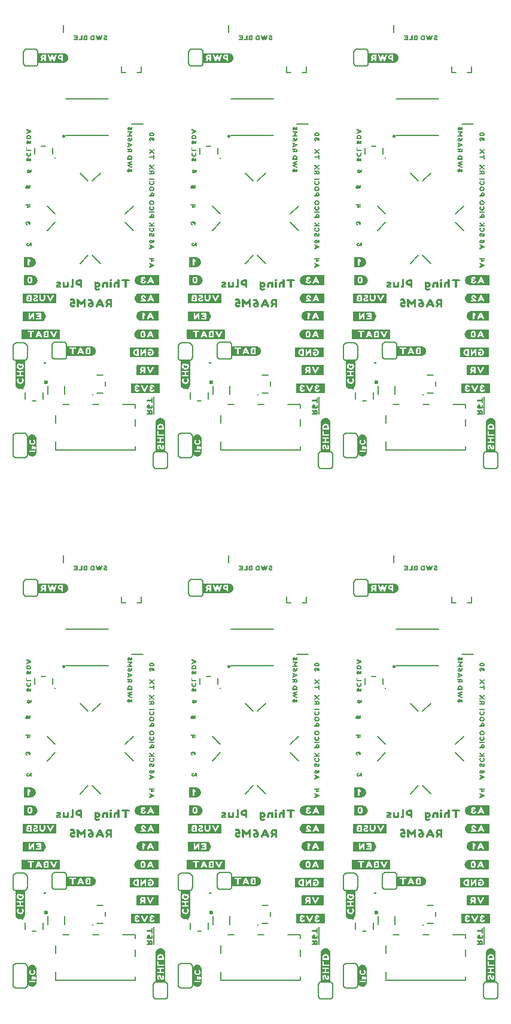
<source format=gbo>
G04 EAGLE Gerber RS-274X export*
G75*
%MOMM*%
%FSLAX34Y34*%
%LPD*%
%INSilkscreen Bottom*%
%IPPOS*%
%AMOC8*
5,1,8,0,0,1.08239X$1,22.5*%
G01*
%ADD10C,0.200000*%
%ADD11C,0.254000*%
%ADD12C,0.203200*%
%ADD13C,0.177800*%
%ADD14C,0.300000*%
%ADD15C,0.152400*%
%ADD16C,0.600000*%

G36*
X538507Y983487D02*
X538507Y983487D01*
X538502Y983494D01*
X538509Y983500D01*
X538509Y997000D01*
X538473Y997047D01*
X538470Y997045D01*
X538468Y997049D01*
X537868Y997149D01*
X537863Y997146D01*
X537860Y997149D01*
X484260Y997149D01*
X484213Y997113D01*
X484216Y997109D01*
X484213Y997106D01*
X484215Y997103D01*
X484211Y997100D01*
X484211Y983500D01*
X484247Y983453D01*
X484254Y983458D01*
X484260Y983451D01*
X538460Y983451D01*
X538507Y983487D01*
G37*
G36*
X71147Y983487D02*
X71147Y983487D01*
X71142Y983494D01*
X71149Y983500D01*
X71149Y997000D01*
X71113Y997047D01*
X71110Y997045D01*
X71108Y997049D01*
X70508Y997149D01*
X70503Y997146D01*
X70500Y997149D01*
X16900Y997149D01*
X16853Y997113D01*
X16856Y997109D01*
X16853Y997106D01*
X16855Y997103D01*
X16851Y997100D01*
X16851Y983500D01*
X16887Y983453D01*
X16894Y983458D01*
X16900Y983451D01*
X71100Y983451D01*
X71147Y983487D01*
G37*
G36*
X304827Y983487D02*
X304827Y983487D01*
X304822Y983494D01*
X304829Y983500D01*
X304829Y997000D01*
X304793Y997047D01*
X304790Y997045D01*
X304788Y997049D01*
X304188Y997149D01*
X304183Y997146D01*
X304180Y997149D01*
X250580Y997149D01*
X250533Y997113D01*
X250536Y997109D01*
X250533Y997106D01*
X250535Y997103D01*
X250531Y997100D01*
X250531Y983500D01*
X250567Y983453D01*
X250574Y983458D01*
X250580Y983451D01*
X304780Y983451D01*
X304827Y983487D01*
G37*
G36*
X71147Y234187D02*
X71147Y234187D01*
X71142Y234194D01*
X71149Y234200D01*
X71149Y247700D01*
X71113Y247747D01*
X71110Y247745D01*
X71108Y247749D01*
X70508Y247849D01*
X70503Y247846D01*
X70500Y247849D01*
X16900Y247849D01*
X16853Y247813D01*
X16856Y247809D01*
X16853Y247806D01*
X16855Y247803D01*
X16851Y247800D01*
X16851Y234200D01*
X16887Y234153D01*
X16894Y234158D01*
X16900Y234151D01*
X71100Y234151D01*
X71147Y234187D01*
G37*
G36*
X304827Y234187D02*
X304827Y234187D01*
X304822Y234194D01*
X304829Y234200D01*
X304829Y247700D01*
X304793Y247747D01*
X304790Y247745D01*
X304788Y247749D01*
X304188Y247849D01*
X304183Y247846D01*
X304180Y247849D01*
X250580Y247849D01*
X250533Y247813D01*
X250536Y247809D01*
X250533Y247806D01*
X250535Y247803D01*
X250531Y247800D01*
X250531Y234200D01*
X250567Y234153D01*
X250574Y234158D01*
X250580Y234151D01*
X304780Y234151D01*
X304827Y234187D01*
G37*
G36*
X538507Y234187D02*
X538507Y234187D01*
X538502Y234194D01*
X538509Y234200D01*
X538509Y247700D01*
X538473Y247747D01*
X538470Y247745D01*
X538468Y247749D01*
X537868Y247849D01*
X537863Y247846D01*
X537860Y247849D01*
X484260Y247849D01*
X484213Y247813D01*
X484216Y247809D01*
X484213Y247806D01*
X484215Y247803D01*
X484211Y247800D01*
X484211Y234200D01*
X484247Y234153D01*
X484254Y234158D01*
X484260Y234151D01*
X538460Y234151D01*
X538507Y234187D01*
G37*
G36*
X533607Y1034487D02*
X533607Y1034487D01*
X533602Y1034494D01*
X533609Y1034500D01*
X533609Y1048000D01*
X533573Y1048047D01*
X533570Y1048045D01*
X533568Y1048049D01*
X532968Y1048149D01*
X532963Y1048146D01*
X532960Y1048149D01*
X530260Y1048149D01*
X530230Y1048127D01*
X530218Y1048125D01*
X530200Y1048096D01*
X530195Y1048135D01*
X530173Y1048132D01*
X530160Y1048149D01*
X486160Y1048149D01*
X486113Y1048113D01*
X486116Y1048109D01*
X486113Y1048106D01*
X486115Y1048103D01*
X486111Y1048100D01*
X486111Y1034600D01*
X486147Y1034553D01*
X486150Y1034555D01*
X486152Y1034551D01*
X486752Y1034451D01*
X486757Y1034454D01*
X486760Y1034451D01*
X533560Y1034451D01*
X533607Y1034487D01*
G37*
G36*
X299927Y1034487D02*
X299927Y1034487D01*
X299922Y1034494D01*
X299929Y1034500D01*
X299929Y1048000D01*
X299893Y1048047D01*
X299890Y1048045D01*
X299888Y1048049D01*
X299288Y1048149D01*
X299283Y1048146D01*
X299280Y1048149D01*
X296580Y1048149D01*
X296550Y1048127D01*
X296538Y1048125D01*
X296520Y1048096D01*
X296515Y1048135D01*
X296493Y1048132D01*
X296480Y1048149D01*
X252480Y1048149D01*
X252433Y1048113D01*
X252436Y1048109D01*
X252433Y1048106D01*
X252435Y1048103D01*
X252431Y1048100D01*
X252431Y1034600D01*
X252467Y1034553D01*
X252470Y1034555D01*
X252472Y1034551D01*
X253072Y1034451D01*
X253077Y1034454D01*
X253080Y1034451D01*
X299880Y1034451D01*
X299927Y1034487D01*
G37*
G36*
X66247Y285187D02*
X66247Y285187D01*
X66242Y285194D01*
X66249Y285200D01*
X66249Y298700D01*
X66213Y298747D01*
X66210Y298745D01*
X66208Y298749D01*
X65608Y298849D01*
X65603Y298846D01*
X65600Y298849D01*
X62900Y298849D01*
X62870Y298827D01*
X62858Y298825D01*
X62840Y298796D01*
X62835Y298835D01*
X62813Y298832D01*
X62800Y298849D01*
X18800Y298849D01*
X18753Y298813D01*
X18756Y298809D01*
X18753Y298806D01*
X18755Y298803D01*
X18751Y298800D01*
X18751Y285300D01*
X18787Y285253D01*
X18790Y285255D01*
X18792Y285251D01*
X19392Y285151D01*
X19397Y285154D01*
X19400Y285151D01*
X66200Y285151D01*
X66247Y285187D01*
G37*
G36*
X66247Y1034487D02*
X66247Y1034487D01*
X66242Y1034494D01*
X66249Y1034500D01*
X66249Y1048000D01*
X66213Y1048047D01*
X66210Y1048045D01*
X66208Y1048049D01*
X65608Y1048149D01*
X65603Y1048146D01*
X65600Y1048149D01*
X62900Y1048149D01*
X62870Y1048127D01*
X62858Y1048125D01*
X62840Y1048096D01*
X62835Y1048135D01*
X62813Y1048132D01*
X62800Y1048149D01*
X18800Y1048149D01*
X18753Y1048113D01*
X18756Y1048109D01*
X18753Y1048106D01*
X18755Y1048103D01*
X18751Y1048100D01*
X18751Y1034600D01*
X18787Y1034553D01*
X18790Y1034555D01*
X18792Y1034551D01*
X19392Y1034451D01*
X19397Y1034454D01*
X19400Y1034451D01*
X66200Y1034451D01*
X66247Y1034487D01*
G37*
G36*
X533607Y285187D02*
X533607Y285187D01*
X533602Y285194D01*
X533609Y285200D01*
X533609Y298700D01*
X533573Y298747D01*
X533570Y298745D01*
X533568Y298749D01*
X532968Y298849D01*
X532963Y298846D01*
X532960Y298849D01*
X530260Y298849D01*
X530230Y298827D01*
X530218Y298825D01*
X530200Y298796D01*
X530195Y298835D01*
X530173Y298832D01*
X530160Y298849D01*
X486160Y298849D01*
X486113Y298813D01*
X486116Y298809D01*
X486113Y298806D01*
X486115Y298803D01*
X486111Y298800D01*
X486111Y285300D01*
X486147Y285253D01*
X486150Y285255D01*
X486152Y285251D01*
X486752Y285151D01*
X486757Y285154D01*
X486760Y285151D01*
X533560Y285151D01*
X533607Y285187D01*
G37*
G36*
X299927Y285187D02*
X299927Y285187D01*
X299922Y285194D01*
X299929Y285200D01*
X299929Y298700D01*
X299893Y298747D01*
X299890Y298745D01*
X299888Y298749D01*
X299288Y298849D01*
X299283Y298846D01*
X299280Y298849D01*
X296580Y298849D01*
X296550Y298827D01*
X296538Y298825D01*
X296520Y298796D01*
X296515Y298835D01*
X296493Y298832D01*
X296480Y298849D01*
X252480Y298849D01*
X252433Y298813D01*
X252436Y298809D01*
X252433Y298806D01*
X252435Y298803D01*
X252431Y298800D01*
X252431Y285300D01*
X252467Y285253D01*
X252470Y285255D01*
X252472Y285251D01*
X253072Y285151D01*
X253077Y285154D01*
X253080Y285151D01*
X299880Y285151D01*
X299927Y285187D01*
G37*
G36*
X687607Y823787D02*
X687607Y823787D01*
X687604Y823791D01*
X687609Y823793D01*
X687709Y824493D01*
X687706Y824498D01*
X687709Y824500D01*
X687709Y865800D01*
X687706Y865804D01*
X687709Y865807D01*
X687609Y866507D01*
X687605Y866511D01*
X687607Y866514D01*
X687407Y867214D01*
X687406Y867215D01*
X687407Y867216D01*
X687207Y867816D01*
X687202Y867819D01*
X687204Y867822D01*
X686604Y869022D01*
X686600Y869024D01*
X686601Y869027D01*
X686201Y869627D01*
X686198Y869628D01*
X686198Y869631D01*
X685798Y870131D01*
X685791Y870133D01*
X685791Y870138D01*
X685291Y870538D01*
X684692Y871038D01*
X684686Y871038D01*
X684685Y871042D01*
X684185Y871342D01*
X684180Y871342D01*
X684179Y871345D01*
X683479Y871645D01*
X683476Y871645D01*
X683476Y871647D01*
X682276Y872047D01*
X682269Y872045D01*
X682267Y872049D01*
X681567Y872149D01*
X681562Y872146D01*
X681560Y872149D01*
X680160Y872149D01*
X680155Y872146D01*
X680152Y872149D01*
X679552Y872049D01*
X679549Y872045D01*
X679546Y872047D01*
X678846Y871847D01*
X678845Y871846D01*
X678844Y871847D01*
X678244Y871647D01*
X678241Y871642D01*
X678238Y871644D01*
X677038Y871044D01*
X677036Y871040D01*
X677033Y871041D01*
X676433Y870641D01*
X676429Y870631D01*
X676422Y870631D01*
X676023Y870133D01*
X675525Y869635D01*
X675524Y869628D01*
X675519Y869627D01*
X675119Y869027D01*
X675119Y869026D01*
X675118Y869025D01*
X674818Y868525D01*
X674818Y868520D01*
X674815Y868519D01*
X674515Y867819D01*
X674516Y867816D01*
X674513Y867816D01*
X674313Y867216D01*
X674314Y867214D01*
X674313Y867214D01*
X674310Y867203D01*
X674267Y867055D01*
X674253Y867006D01*
X674211Y866858D01*
X674169Y866710D01*
X674155Y866661D01*
X674113Y866514D01*
X674113Y866513D01*
X674113Y866512D01*
X674114Y866510D01*
X674111Y866508D01*
X674011Y865908D01*
X674014Y865903D01*
X674011Y865900D01*
X674011Y823900D01*
X674047Y823853D01*
X674051Y823856D01*
X674053Y823851D01*
X674753Y823751D01*
X674758Y823754D01*
X674760Y823751D01*
X687560Y823751D01*
X687607Y823787D01*
G37*
G36*
X453927Y74487D02*
X453927Y74487D01*
X453924Y74491D01*
X453929Y74493D01*
X454029Y75193D01*
X454026Y75198D01*
X454029Y75200D01*
X454029Y116500D01*
X454026Y116504D01*
X454029Y116507D01*
X453929Y117207D01*
X453925Y117211D01*
X453927Y117214D01*
X453727Y117914D01*
X453726Y117915D01*
X453727Y117916D01*
X453527Y118516D01*
X453522Y118519D01*
X453524Y118522D01*
X452924Y119722D01*
X452920Y119724D01*
X452921Y119727D01*
X452521Y120327D01*
X452518Y120328D01*
X452518Y120331D01*
X452118Y120831D01*
X452111Y120833D01*
X452111Y120838D01*
X451611Y121238D01*
X451012Y121738D01*
X451006Y121738D01*
X451005Y121742D01*
X450505Y122042D01*
X450500Y122042D01*
X450499Y122045D01*
X449799Y122345D01*
X449796Y122345D01*
X449796Y122347D01*
X448596Y122747D01*
X448589Y122745D01*
X448587Y122749D01*
X447887Y122849D01*
X447882Y122846D01*
X447880Y122849D01*
X446480Y122849D01*
X446475Y122846D01*
X446472Y122849D01*
X445872Y122749D01*
X445869Y122745D01*
X445866Y122747D01*
X445166Y122547D01*
X445165Y122546D01*
X445164Y122547D01*
X444564Y122347D01*
X444561Y122342D01*
X444558Y122344D01*
X443358Y121744D01*
X443356Y121740D01*
X443353Y121741D01*
X442753Y121341D01*
X442749Y121331D01*
X442742Y121331D01*
X442343Y120833D01*
X441845Y120335D01*
X441844Y120328D01*
X441839Y120327D01*
X441439Y119727D01*
X441439Y119726D01*
X441438Y119725D01*
X441138Y119225D01*
X441138Y119220D01*
X441135Y119219D01*
X440835Y118519D01*
X440836Y118516D01*
X440833Y118516D01*
X440633Y117916D01*
X440634Y117914D01*
X440633Y117914D01*
X440630Y117903D01*
X440587Y117755D01*
X440573Y117706D01*
X440531Y117558D01*
X440489Y117410D01*
X440475Y117361D01*
X440433Y117214D01*
X440433Y117213D01*
X440433Y117212D01*
X440434Y117210D01*
X440431Y117208D01*
X440331Y116608D01*
X440334Y116603D01*
X440331Y116600D01*
X440331Y74600D01*
X440367Y74553D01*
X440371Y74556D01*
X440373Y74551D01*
X441073Y74451D01*
X441078Y74454D01*
X441080Y74451D01*
X453880Y74451D01*
X453927Y74487D01*
G37*
G36*
X220247Y74487D02*
X220247Y74487D01*
X220244Y74491D01*
X220249Y74493D01*
X220349Y75193D01*
X220346Y75198D01*
X220349Y75200D01*
X220349Y116500D01*
X220346Y116504D01*
X220349Y116507D01*
X220249Y117207D01*
X220245Y117211D01*
X220247Y117214D01*
X220047Y117914D01*
X220046Y117915D01*
X220047Y117916D01*
X219847Y118516D01*
X219842Y118519D01*
X219844Y118522D01*
X219244Y119722D01*
X219240Y119724D01*
X219241Y119727D01*
X218841Y120327D01*
X218838Y120328D01*
X218838Y120331D01*
X218438Y120831D01*
X218431Y120833D01*
X218431Y120838D01*
X217931Y121238D01*
X217332Y121738D01*
X217326Y121738D01*
X217325Y121742D01*
X216825Y122042D01*
X216820Y122042D01*
X216819Y122045D01*
X216119Y122345D01*
X216116Y122345D01*
X216116Y122347D01*
X214916Y122747D01*
X214909Y122745D01*
X214907Y122749D01*
X214207Y122849D01*
X214202Y122846D01*
X214200Y122849D01*
X212800Y122849D01*
X212795Y122846D01*
X212792Y122849D01*
X212192Y122749D01*
X212189Y122745D01*
X212186Y122747D01*
X211486Y122547D01*
X211485Y122546D01*
X211484Y122547D01*
X210884Y122347D01*
X210881Y122342D01*
X210878Y122344D01*
X209678Y121744D01*
X209676Y121740D01*
X209673Y121741D01*
X209073Y121341D01*
X209069Y121331D01*
X209062Y121331D01*
X208663Y120833D01*
X208165Y120335D01*
X208164Y120328D01*
X208159Y120327D01*
X207759Y119727D01*
X207759Y119726D01*
X207758Y119725D01*
X207458Y119225D01*
X207458Y119220D01*
X207455Y119219D01*
X207155Y118519D01*
X207156Y118516D01*
X207153Y118516D01*
X206953Y117916D01*
X206954Y117914D01*
X206953Y117914D01*
X206950Y117903D01*
X206907Y117755D01*
X206893Y117706D01*
X206851Y117558D01*
X206809Y117410D01*
X206795Y117361D01*
X206753Y117214D01*
X206753Y117213D01*
X206753Y117212D01*
X206754Y117210D01*
X206751Y117208D01*
X206651Y116608D01*
X206654Y116603D01*
X206651Y116600D01*
X206651Y74600D01*
X206687Y74553D01*
X206691Y74556D01*
X206693Y74551D01*
X207393Y74451D01*
X207398Y74454D01*
X207400Y74451D01*
X220200Y74451D01*
X220247Y74487D01*
G37*
G36*
X220247Y823787D02*
X220247Y823787D01*
X220244Y823791D01*
X220249Y823793D01*
X220349Y824493D01*
X220346Y824498D01*
X220349Y824500D01*
X220349Y865800D01*
X220346Y865804D01*
X220349Y865807D01*
X220249Y866507D01*
X220245Y866511D01*
X220247Y866514D01*
X220047Y867214D01*
X220046Y867215D01*
X220047Y867216D01*
X219847Y867816D01*
X219842Y867819D01*
X219844Y867822D01*
X219244Y869022D01*
X219240Y869024D01*
X219241Y869027D01*
X218841Y869627D01*
X218838Y869628D01*
X218838Y869631D01*
X218438Y870131D01*
X218431Y870133D01*
X218431Y870138D01*
X217931Y870538D01*
X217332Y871038D01*
X217326Y871038D01*
X217325Y871042D01*
X216825Y871342D01*
X216820Y871342D01*
X216819Y871345D01*
X216119Y871645D01*
X216116Y871645D01*
X216116Y871647D01*
X214916Y872047D01*
X214909Y872045D01*
X214907Y872049D01*
X214207Y872149D01*
X214202Y872146D01*
X214200Y872149D01*
X212800Y872149D01*
X212795Y872146D01*
X212792Y872149D01*
X212192Y872049D01*
X212189Y872045D01*
X212186Y872047D01*
X211486Y871847D01*
X211485Y871846D01*
X211484Y871847D01*
X210884Y871647D01*
X210881Y871642D01*
X210878Y871644D01*
X209678Y871044D01*
X209676Y871040D01*
X209673Y871041D01*
X209073Y870641D01*
X209069Y870631D01*
X209062Y870631D01*
X208663Y870133D01*
X208165Y869635D01*
X208164Y869628D01*
X208159Y869627D01*
X207759Y869027D01*
X207759Y869026D01*
X207758Y869025D01*
X207458Y868525D01*
X207458Y868520D01*
X207455Y868519D01*
X207155Y867819D01*
X207156Y867816D01*
X207153Y867816D01*
X206953Y867216D01*
X206954Y867214D01*
X206953Y867214D01*
X206950Y867203D01*
X206907Y867055D01*
X206893Y867006D01*
X206851Y866858D01*
X206809Y866710D01*
X206795Y866661D01*
X206753Y866514D01*
X206753Y866513D01*
X206753Y866512D01*
X206754Y866510D01*
X206751Y866508D01*
X206651Y865908D01*
X206654Y865903D01*
X206651Y865900D01*
X206651Y823900D01*
X206687Y823853D01*
X206691Y823856D01*
X206693Y823851D01*
X207393Y823751D01*
X207398Y823754D01*
X207400Y823751D01*
X220200Y823751D01*
X220247Y823787D01*
G37*
G36*
X453927Y823787D02*
X453927Y823787D01*
X453924Y823791D01*
X453929Y823793D01*
X454029Y824493D01*
X454026Y824498D01*
X454029Y824500D01*
X454029Y865800D01*
X454026Y865804D01*
X454029Y865807D01*
X453929Y866507D01*
X453925Y866511D01*
X453927Y866514D01*
X453727Y867214D01*
X453726Y867215D01*
X453727Y867216D01*
X453527Y867816D01*
X453522Y867819D01*
X453524Y867822D01*
X452924Y869022D01*
X452920Y869024D01*
X452921Y869027D01*
X452521Y869627D01*
X452518Y869628D01*
X452518Y869631D01*
X452118Y870131D01*
X452111Y870133D01*
X452111Y870138D01*
X451611Y870538D01*
X451012Y871038D01*
X451006Y871038D01*
X451005Y871042D01*
X450505Y871342D01*
X450500Y871342D01*
X450499Y871345D01*
X449799Y871645D01*
X449796Y871645D01*
X449796Y871647D01*
X448596Y872047D01*
X448589Y872045D01*
X448587Y872049D01*
X447887Y872149D01*
X447882Y872146D01*
X447880Y872149D01*
X446480Y872149D01*
X446475Y872146D01*
X446472Y872149D01*
X445872Y872049D01*
X445869Y872045D01*
X445866Y872047D01*
X445166Y871847D01*
X445165Y871846D01*
X445164Y871847D01*
X444564Y871647D01*
X444561Y871642D01*
X444558Y871644D01*
X443358Y871044D01*
X443356Y871040D01*
X443353Y871041D01*
X442753Y870641D01*
X442749Y870631D01*
X442742Y870631D01*
X442343Y870133D01*
X441845Y869635D01*
X441844Y869628D01*
X441839Y869627D01*
X441439Y869027D01*
X441439Y869026D01*
X441438Y869025D01*
X441138Y868525D01*
X441138Y868520D01*
X441135Y868519D01*
X440835Y867819D01*
X440836Y867816D01*
X440833Y867816D01*
X440633Y867216D01*
X440634Y867214D01*
X440633Y867214D01*
X440630Y867203D01*
X440587Y867055D01*
X440573Y867006D01*
X440531Y866858D01*
X440489Y866710D01*
X440475Y866661D01*
X440433Y866514D01*
X440433Y866513D01*
X440433Y866512D01*
X440434Y866510D01*
X440431Y866508D01*
X440331Y865908D01*
X440334Y865903D01*
X440331Y865900D01*
X440331Y823900D01*
X440367Y823853D01*
X440371Y823856D01*
X440373Y823851D01*
X441073Y823751D01*
X441078Y823754D01*
X441080Y823751D01*
X453880Y823751D01*
X453927Y823787D01*
G37*
G36*
X687607Y74487D02*
X687607Y74487D01*
X687604Y74491D01*
X687609Y74493D01*
X687709Y75193D01*
X687706Y75198D01*
X687709Y75200D01*
X687709Y116500D01*
X687706Y116504D01*
X687709Y116507D01*
X687609Y117207D01*
X687605Y117211D01*
X687607Y117214D01*
X687407Y117914D01*
X687406Y117915D01*
X687407Y117916D01*
X687207Y118516D01*
X687202Y118519D01*
X687204Y118522D01*
X686604Y119722D01*
X686600Y119724D01*
X686601Y119727D01*
X686201Y120327D01*
X686198Y120328D01*
X686198Y120331D01*
X685798Y120831D01*
X685791Y120833D01*
X685791Y120838D01*
X685291Y121238D01*
X684692Y121738D01*
X684686Y121738D01*
X684685Y121742D01*
X684185Y122042D01*
X684180Y122042D01*
X684179Y122045D01*
X683479Y122345D01*
X683476Y122345D01*
X683476Y122347D01*
X682276Y122747D01*
X682269Y122745D01*
X682267Y122749D01*
X681567Y122849D01*
X681562Y122846D01*
X681560Y122849D01*
X680160Y122849D01*
X680155Y122846D01*
X680152Y122849D01*
X679552Y122749D01*
X679549Y122745D01*
X679546Y122747D01*
X678846Y122547D01*
X678845Y122546D01*
X678844Y122547D01*
X678244Y122347D01*
X678241Y122342D01*
X678238Y122344D01*
X677038Y121744D01*
X677036Y121740D01*
X677033Y121741D01*
X676433Y121341D01*
X676429Y121331D01*
X676422Y121331D01*
X676023Y120833D01*
X675525Y120335D01*
X675524Y120328D01*
X675519Y120327D01*
X675119Y119727D01*
X675119Y119726D01*
X675118Y119725D01*
X674818Y119225D01*
X674818Y119220D01*
X674815Y119219D01*
X674515Y118519D01*
X674516Y118516D01*
X674513Y118516D01*
X674313Y117916D01*
X674314Y117914D01*
X674313Y117914D01*
X674310Y117903D01*
X674267Y117755D01*
X674253Y117706D01*
X674211Y117558D01*
X674169Y117410D01*
X674155Y117361D01*
X674113Y117214D01*
X674113Y117213D01*
X674113Y117212D01*
X674114Y117210D01*
X674111Y117208D01*
X674011Y116608D01*
X674014Y116603D01*
X674011Y116600D01*
X674011Y74600D01*
X674047Y74553D01*
X674051Y74556D01*
X674053Y74551D01*
X674753Y74451D01*
X674758Y74454D01*
X674760Y74451D01*
X687560Y74451D01*
X687607Y74487D01*
G37*
G36*
X543564Y624654D02*
X543564Y624654D01*
X543567Y624651D01*
X544967Y624851D01*
X544968Y624852D01*
X544968Y624851D01*
X545568Y624951D01*
X545571Y624955D01*
X545574Y624953D01*
X546274Y625153D01*
X546278Y625158D01*
X546282Y625156D01*
X546882Y625456D01*
X546885Y625463D01*
X546891Y625462D01*
X547389Y625860D01*
X547987Y626259D01*
X547988Y626262D01*
X547991Y626262D01*
X548491Y626662D01*
X548493Y626669D01*
X548498Y626669D01*
X548898Y627169D01*
X548899Y627173D01*
X548901Y627173D01*
X549701Y628373D01*
X549701Y628377D01*
X549704Y628378D01*
X550004Y628978D01*
X550003Y628983D01*
X550007Y628984D01*
X550207Y629584D01*
X550205Y629591D01*
X550209Y629593D01*
X550409Y630993D01*
X550406Y630998D01*
X550409Y631000D01*
X550409Y632300D01*
X550406Y632304D01*
X550409Y632307D01*
X550309Y633007D01*
X550304Y633012D01*
X550307Y633016D01*
X550107Y633616D01*
X550104Y633617D01*
X550105Y633619D01*
X549805Y634319D01*
X549803Y634321D01*
X549804Y634322D01*
X549504Y634922D01*
X549501Y634923D01*
X549502Y634925D01*
X549202Y635425D01*
X549201Y635426D01*
X549201Y635427D01*
X548801Y636027D01*
X548794Y636030D01*
X548795Y636035D01*
X548295Y636535D01*
X548291Y636535D01*
X548291Y636538D01*
X547791Y636938D01*
X547787Y636939D01*
X547787Y636941D01*
X547187Y637341D01*
X547183Y637341D01*
X547182Y637344D01*
X545982Y637944D01*
X545975Y637943D01*
X545974Y637947D01*
X545274Y638147D01*
X545270Y638146D01*
X545268Y638149D01*
X544668Y638249D01*
X544667Y638248D01*
X544667Y638249D01*
X543967Y638349D01*
X543962Y638346D01*
X543960Y638349D01*
X507060Y638349D01*
X507051Y638342D01*
X507042Y638336D01*
X507030Y638339D01*
X506630Y638039D01*
X506625Y638020D01*
X506613Y638011D01*
X506617Y638005D01*
X506611Y638000D01*
X506611Y625100D01*
X506627Y625079D01*
X506625Y625065D01*
X507025Y624665D01*
X507052Y624662D01*
X507060Y624651D01*
X543560Y624651D01*
X543564Y624654D01*
G37*
G36*
X76204Y1373954D02*
X76204Y1373954D01*
X76207Y1373951D01*
X77607Y1374151D01*
X77608Y1374152D01*
X77608Y1374151D01*
X78208Y1374251D01*
X78211Y1374255D01*
X78214Y1374253D01*
X78914Y1374453D01*
X78918Y1374458D01*
X78922Y1374456D01*
X79522Y1374756D01*
X79525Y1374763D01*
X79531Y1374762D01*
X80029Y1375160D01*
X80627Y1375559D01*
X80628Y1375562D01*
X80631Y1375562D01*
X81131Y1375962D01*
X81133Y1375969D01*
X81138Y1375969D01*
X81538Y1376469D01*
X81539Y1376473D01*
X81541Y1376473D01*
X82341Y1377673D01*
X82341Y1377677D01*
X82344Y1377678D01*
X82644Y1378278D01*
X82643Y1378283D01*
X82647Y1378284D01*
X82847Y1378884D01*
X82845Y1378891D01*
X82849Y1378893D01*
X83049Y1380293D01*
X83046Y1380298D01*
X83049Y1380300D01*
X83049Y1381600D01*
X83046Y1381604D01*
X83049Y1381607D01*
X82949Y1382307D01*
X82944Y1382312D01*
X82947Y1382316D01*
X82747Y1382916D01*
X82744Y1382917D01*
X82745Y1382919D01*
X82445Y1383619D01*
X82443Y1383621D01*
X82444Y1383622D01*
X82144Y1384222D01*
X82141Y1384223D01*
X82142Y1384225D01*
X81842Y1384725D01*
X81841Y1384726D01*
X81841Y1384727D01*
X81441Y1385327D01*
X81434Y1385330D01*
X81435Y1385335D01*
X80935Y1385835D01*
X80931Y1385835D01*
X80931Y1385838D01*
X80431Y1386238D01*
X80427Y1386239D01*
X80427Y1386241D01*
X79827Y1386641D01*
X79823Y1386641D01*
X79822Y1386644D01*
X78622Y1387244D01*
X78615Y1387243D01*
X78614Y1387247D01*
X77914Y1387447D01*
X77910Y1387446D01*
X77908Y1387449D01*
X77308Y1387549D01*
X77307Y1387548D01*
X77307Y1387549D01*
X76607Y1387649D01*
X76602Y1387646D01*
X76600Y1387649D01*
X39700Y1387649D01*
X39691Y1387642D01*
X39682Y1387636D01*
X39670Y1387639D01*
X39270Y1387339D01*
X39265Y1387320D01*
X39253Y1387311D01*
X39257Y1387305D01*
X39251Y1387300D01*
X39251Y1374400D01*
X39267Y1374379D01*
X39265Y1374365D01*
X39665Y1373965D01*
X39692Y1373962D01*
X39700Y1373951D01*
X76200Y1373951D01*
X76204Y1373954D01*
G37*
G36*
X76204Y624654D02*
X76204Y624654D01*
X76207Y624651D01*
X77607Y624851D01*
X77608Y624852D01*
X77608Y624851D01*
X78208Y624951D01*
X78211Y624955D01*
X78214Y624953D01*
X78914Y625153D01*
X78918Y625158D01*
X78922Y625156D01*
X79522Y625456D01*
X79525Y625463D01*
X79531Y625462D01*
X80029Y625860D01*
X80627Y626259D01*
X80628Y626262D01*
X80631Y626262D01*
X81131Y626662D01*
X81133Y626669D01*
X81138Y626669D01*
X81538Y627169D01*
X81539Y627173D01*
X81541Y627173D01*
X82341Y628373D01*
X82341Y628377D01*
X82344Y628378D01*
X82644Y628978D01*
X82643Y628983D01*
X82647Y628984D01*
X82847Y629584D01*
X82845Y629591D01*
X82849Y629593D01*
X83049Y630993D01*
X83046Y630998D01*
X83049Y631000D01*
X83049Y632300D01*
X83046Y632304D01*
X83049Y632307D01*
X82949Y633007D01*
X82944Y633012D01*
X82947Y633016D01*
X82747Y633616D01*
X82744Y633617D01*
X82745Y633619D01*
X82445Y634319D01*
X82443Y634321D01*
X82444Y634322D01*
X82144Y634922D01*
X82141Y634923D01*
X82142Y634925D01*
X81842Y635425D01*
X81841Y635426D01*
X81841Y635427D01*
X81441Y636027D01*
X81434Y636030D01*
X81435Y636035D01*
X80935Y636535D01*
X80931Y636535D01*
X80931Y636538D01*
X80431Y636938D01*
X80427Y636939D01*
X80427Y636941D01*
X79827Y637341D01*
X79823Y637341D01*
X79822Y637344D01*
X78622Y637944D01*
X78615Y637943D01*
X78614Y637947D01*
X77914Y638147D01*
X77910Y638146D01*
X77908Y638149D01*
X77308Y638249D01*
X77307Y638248D01*
X77307Y638249D01*
X76607Y638349D01*
X76602Y638346D01*
X76600Y638349D01*
X39700Y638349D01*
X39691Y638342D01*
X39682Y638336D01*
X39670Y638339D01*
X39270Y638039D01*
X39265Y638020D01*
X39253Y638011D01*
X39257Y638005D01*
X39251Y638000D01*
X39251Y625100D01*
X39267Y625079D01*
X39265Y625065D01*
X39665Y624665D01*
X39692Y624662D01*
X39700Y624651D01*
X76200Y624651D01*
X76204Y624654D01*
G37*
G36*
X309884Y624654D02*
X309884Y624654D01*
X309887Y624651D01*
X311287Y624851D01*
X311288Y624852D01*
X311288Y624851D01*
X311888Y624951D01*
X311891Y624955D01*
X311894Y624953D01*
X312594Y625153D01*
X312598Y625158D01*
X312602Y625156D01*
X313202Y625456D01*
X313205Y625463D01*
X313211Y625462D01*
X313709Y625860D01*
X314307Y626259D01*
X314308Y626262D01*
X314311Y626262D01*
X314811Y626662D01*
X314813Y626669D01*
X314818Y626669D01*
X315218Y627169D01*
X315219Y627173D01*
X315221Y627173D01*
X316021Y628373D01*
X316021Y628377D01*
X316024Y628378D01*
X316324Y628978D01*
X316323Y628983D01*
X316327Y628984D01*
X316527Y629584D01*
X316525Y629591D01*
X316529Y629593D01*
X316729Y630993D01*
X316726Y630998D01*
X316729Y631000D01*
X316729Y632300D01*
X316726Y632304D01*
X316729Y632307D01*
X316629Y633007D01*
X316624Y633012D01*
X316627Y633016D01*
X316427Y633616D01*
X316424Y633617D01*
X316425Y633619D01*
X316125Y634319D01*
X316123Y634321D01*
X316124Y634322D01*
X315824Y634922D01*
X315821Y634923D01*
X315822Y634925D01*
X315522Y635425D01*
X315521Y635426D01*
X315521Y635427D01*
X315121Y636027D01*
X315114Y636030D01*
X315115Y636035D01*
X314615Y636535D01*
X314611Y636535D01*
X314611Y636538D01*
X314111Y636938D01*
X314107Y636939D01*
X314107Y636941D01*
X313507Y637341D01*
X313503Y637341D01*
X313502Y637344D01*
X312302Y637944D01*
X312295Y637943D01*
X312294Y637947D01*
X311594Y638147D01*
X311590Y638146D01*
X311588Y638149D01*
X310988Y638249D01*
X310987Y638248D01*
X310987Y638249D01*
X310287Y638349D01*
X310282Y638346D01*
X310280Y638349D01*
X273380Y638349D01*
X273371Y638342D01*
X273362Y638336D01*
X273350Y638339D01*
X272950Y638039D01*
X272945Y638020D01*
X272933Y638011D01*
X272937Y638005D01*
X272931Y638000D01*
X272931Y625100D01*
X272947Y625079D01*
X272945Y625065D01*
X273345Y624665D01*
X273372Y624662D01*
X273380Y624651D01*
X309880Y624651D01*
X309884Y624654D01*
G37*
G36*
X543564Y1373954D02*
X543564Y1373954D01*
X543567Y1373951D01*
X544967Y1374151D01*
X544968Y1374152D01*
X544968Y1374151D01*
X545568Y1374251D01*
X545571Y1374255D01*
X545574Y1374253D01*
X546274Y1374453D01*
X546278Y1374458D01*
X546282Y1374456D01*
X546882Y1374756D01*
X546885Y1374763D01*
X546891Y1374762D01*
X547389Y1375160D01*
X547987Y1375559D01*
X547988Y1375562D01*
X547991Y1375562D01*
X548491Y1375962D01*
X548493Y1375969D01*
X548498Y1375969D01*
X548898Y1376469D01*
X548899Y1376473D01*
X548901Y1376473D01*
X549701Y1377673D01*
X549701Y1377677D01*
X549704Y1377678D01*
X550004Y1378278D01*
X550003Y1378283D01*
X550007Y1378284D01*
X550207Y1378884D01*
X550205Y1378891D01*
X550209Y1378893D01*
X550409Y1380293D01*
X550406Y1380298D01*
X550409Y1380300D01*
X550409Y1381600D01*
X550406Y1381604D01*
X550409Y1381607D01*
X550309Y1382307D01*
X550304Y1382312D01*
X550307Y1382316D01*
X550107Y1382916D01*
X550104Y1382917D01*
X550105Y1382919D01*
X549805Y1383619D01*
X549803Y1383621D01*
X549804Y1383622D01*
X549504Y1384222D01*
X549501Y1384223D01*
X549502Y1384225D01*
X549202Y1384725D01*
X549201Y1384726D01*
X549201Y1384727D01*
X548801Y1385327D01*
X548794Y1385330D01*
X548795Y1385335D01*
X548295Y1385835D01*
X548291Y1385835D01*
X548291Y1385838D01*
X547791Y1386238D01*
X547787Y1386239D01*
X547787Y1386241D01*
X547187Y1386641D01*
X547183Y1386641D01*
X547182Y1386644D01*
X545982Y1387244D01*
X545975Y1387243D01*
X545974Y1387247D01*
X545274Y1387447D01*
X545270Y1387446D01*
X545268Y1387449D01*
X544668Y1387549D01*
X544667Y1387548D01*
X544667Y1387549D01*
X543967Y1387649D01*
X543962Y1387646D01*
X543960Y1387649D01*
X507060Y1387649D01*
X507051Y1387642D01*
X507042Y1387636D01*
X507030Y1387639D01*
X506630Y1387339D01*
X506625Y1387320D01*
X506613Y1387311D01*
X506617Y1387305D01*
X506611Y1387300D01*
X506611Y1374400D01*
X506627Y1374379D01*
X506625Y1374365D01*
X507025Y1373965D01*
X507052Y1373962D01*
X507060Y1373951D01*
X543560Y1373951D01*
X543564Y1373954D01*
G37*
G36*
X309884Y1373954D02*
X309884Y1373954D01*
X309887Y1373951D01*
X311287Y1374151D01*
X311288Y1374152D01*
X311288Y1374151D01*
X311888Y1374251D01*
X311891Y1374255D01*
X311894Y1374253D01*
X312594Y1374453D01*
X312598Y1374458D01*
X312602Y1374456D01*
X313202Y1374756D01*
X313205Y1374763D01*
X313211Y1374762D01*
X313709Y1375160D01*
X314307Y1375559D01*
X314308Y1375562D01*
X314311Y1375562D01*
X314811Y1375962D01*
X314813Y1375969D01*
X314818Y1375969D01*
X315218Y1376469D01*
X315219Y1376473D01*
X315221Y1376473D01*
X316021Y1377673D01*
X316021Y1377677D01*
X316024Y1377678D01*
X316324Y1378278D01*
X316323Y1378283D01*
X316327Y1378284D01*
X316527Y1378884D01*
X316525Y1378891D01*
X316529Y1378893D01*
X316729Y1380293D01*
X316726Y1380298D01*
X316729Y1380300D01*
X316729Y1381600D01*
X316726Y1381604D01*
X316729Y1381607D01*
X316629Y1382307D01*
X316624Y1382312D01*
X316627Y1382316D01*
X316427Y1382916D01*
X316424Y1382917D01*
X316425Y1382919D01*
X316125Y1383619D01*
X316123Y1383621D01*
X316124Y1383622D01*
X315824Y1384222D01*
X315821Y1384223D01*
X315822Y1384225D01*
X315522Y1384725D01*
X315521Y1384726D01*
X315521Y1384727D01*
X315121Y1385327D01*
X315114Y1385330D01*
X315115Y1385335D01*
X314615Y1385835D01*
X314611Y1385835D01*
X314611Y1385838D01*
X314111Y1386238D01*
X314107Y1386239D01*
X314107Y1386241D01*
X313507Y1386641D01*
X313503Y1386641D01*
X313502Y1386644D01*
X312302Y1387244D01*
X312295Y1387243D01*
X312294Y1387247D01*
X311594Y1387447D01*
X311590Y1387446D01*
X311588Y1387449D01*
X310988Y1387549D01*
X310987Y1387548D01*
X310987Y1387549D01*
X310287Y1387649D01*
X310282Y1387646D01*
X310280Y1387649D01*
X273380Y1387649D01*
X273371Y1387642D01*
X273362Y1387636D01*
X273350Y1387639D01*
X272950Y1387339D01*
X272945Y1387320D01*
X272933Y1387311D01*
X272937Y1387305D01*
X272931Y1387300D01*
X272931Y1374400D01*
X272947Y1374379D01*
X272945Y1374365D01*
X273345Y1373965D01*
X273372Y1373962D01*
X273380Y1373951D01*
X309880Y1373951D01*
X309884Y1373954D01*
G37*
G36*
X677865Y957954D02*
X677865Y957954D01*
X677868Y957951D01*
X678468Y958051D01*
X678509Y958095D01*
X678506Y958098D01*
X678509Y958100D01*
X678509Y971600D01*
X678473Y971647D01*
X678466Y971642D01*
X678460Y971649D01*
X675160Y971649D01*
X675141Y971635D01*
X675128Y971637D01*
X675104Y971616D01*
X675105Y971621D01*
X675077Y971627D01*
X675060Y971649D01*
X637860Y971649D01*
X637855Y971646D01*
X637852Y971649D01*
X637252Y971549D01*
X637215Y971510D01*
X637213Y971508D01*
X637213Y971507D01*
X637211Y971505D01*
X637214Y971503D01*
X637211Y971500D01*
X637211Y958000D01*
X637247Y957953D01*
X637254Y957958D01*
X637260Y957951D01*
X677860Y957951D01*
X677865Y957954D01*
G37*
G36*
X210505Y957954D02*
X210505Y957954D01*
X210508Y957951D01*
X211108Y958051D01*
X211149Y958095D01*
X211146Y958098D01*
X211149Y958100D01*
X211149Y971600D01*
X211113Y971647D01*
X211106Y971642D01*
X211100Y971649D01*
X207800Y971649D01*
X207781Y971635D01*
X207768Y971637D01*
X207744Y971616D01*
X207745Y971621D01*
X207717Y971627D01*
X207700Y971649D01*
X170500Y971649D01*
X170495Y971646D01*
X170492Y971649D01*
X169892Y971549D01*
X169855Y971510D01*
X169853Y971508D01*
X169853Y971507D01*
X169851Y971505D01*
X169854Y971503D01*
X169851Y971500D01*
X169851Y958000D01*
X169887Y957953D01*
X169894Y957958D01*
X169900Y957951D01*
X210500Y957951D01*
X210505Y957954D01*
G37*
G36*
X444185Y957954D02*
X444185Y957954D01*
X444188Y957951D01*
X444788Y958051D01*
X444829Y958095D01*
X444826Y958098D01*
X444829Y958100D01*
X444829Y971600D01*
X444793Y971647D01*
X444786Y971642D01*
X444780Y971649D01*
X441480Y971649D01*
X441461Y971635D01*
X441448Y971637D01*
X441424Y971616D01*
X441425Y971621D01*
X441397Y971627D01*
X441380Y971649D01*
X404180Y971649D01*
X404175Y971646D01*
X404172Y971649D01*
X403572Y971549D01*
X403535Y971510D01*
X403533Y971508D01*
X403533Y971507D01*
X403531Y971505D01*
X403534Y971503D01*
X403531Y971500D01*
X403531Y958000D01*
X403567Y957953D01*
X403574Y957958D01*
X403580Y957951D01*
X444180Y957951D01*
X444185Y957954D01*
G37*
G36*
X210505Y208654D02*
X210505Y208654D01*
X210508Y208651D01*
X211108Y208751D01*
X211149Y208795D01*
X211146Y208798D01*
X211149Y208800D01*
X211149Y222300D01*
X211113Y222347D01*
X211106Y222342D01*
X211100Y222349D01*
X207800Y222349D01*
X207781Y222335D01*
X207768Y222337D01*
X207744Y222316D01*
X207745Y222321D01*
X207717Y222327D01*
X207700Y222349D01*
X170500Y222349D01*
X170495Y222346D01*
X170492Y222349D01*
X169892Y222249D01*
X169855Y222210D01*
X169853Y222208D01*
X169853Y222207D01*
X169851Y222205D01*
X169854Y222203D01*
X169851Y222200D01*
X169851Y208700D01*
X169887Y208653D01*
X169894Y208658D01*
X169900Y208651D01*
X210500Y208651D01*
X210505Y208654D01*
G37*
G36*
X677865Y208654D02*
X677865Y208654D01*
X677868Y208651D01*
X678468Y208751D01*
X678509Y208795D01*
X678506Y208798D01*
X678509Y208800D01*
X678509Y222300D01*
X678473Y222347D01*
X678466Y222342D01*
X678460Y222349D01*
X675160Y222349D01*
X675141Y222335D01*
X675128Y222337D01*
X675104Y222316D01*
X675105Y222321D01*
X675077Y222327D01*
X675060Y222349D01*
X637860Y222349D01*
X637855Y222346D01*
X637852Y222349D01*
X637252Y222249D01*
X637215Y222210D01*
X637213Y222208D01*
X637213Y222207D01*
X637211Y222205D01*
X637214Y222203D01*
X637211Y222200D01*
X637211Y208700D01*
X637247Y208653D01*
X637254Y208658D01*
X637260Y208651D01*
X677860Y208651D01*
X677865Y208654D01*
G37*
G36*
X444185Y208654D02*
X444185Y208654D01*
X444188Y208651D01*
X444788Y208751D01*
X444829Y208795D01*
X444826Y208798D01*
X444829Y208800D01*
X444829Y222300D01*
X444793Y222347D01*
X444786Y222342D01*
X444780Y222349D01*
X441480Y222349D01*
X441461Y222335D01*
X441448Y222337D01*
X441424Y222316D01*
X441425Y222321D01*
X441397Y222327D01*
X441380Y222349D01*
X404180Y222349D01*
X404175Y222346D01*
X404172Y222349D01*
X403572Y222249D01*
X403535Y222210D01*
X403533Y222208D01*
X403533Y222207D01*
X403531Y222205D01*
X403534Y222203D01*
X403531Y222200D01*
X403531Y208700D01*
X403567Y208653D01*
X403574Y208658D01*
X403580Y208651D01*
X444180Y208651D01*
X444185Y208654D01*
G37*
G36*
X348582Y210652D02*
X348582Y210652D01*
X348584Y210651D01*
X348587Y210656D01*
X348627Y210687D01*
X348616Y210701D01*
X348623Y210712D01*
X348634Y210683D01*
X348676Y210656D01*
X348680Y210651D01*
X349280Y210651D01*
X349284Y210654D01*
X349287Y210651D01*
X349987Y210751D01*
X349991Y210755D01*
X349994Y210753D01*
X350694Y210953D01*
X350695Y210954D01*
X350696Y210953D01*
X351296Y211153D01*
X351299Y211158D01*
X351302Y211156D01*
X352502Y211756D01*
X352505Y211763D01*
X352511Y211762D01*
X353011Y212162D01*
X353012Y212162D01*
X353612Y212662D01*
X353613Y212669D01*
X353618Y212669D01*
X354418Y213669D01*
X354419Y213673D01*
X354421Y213673D01*
X354821Y214273D01*
X354821Y214277D01*
X354824Y214278D01*
X355124Y214878D01*
X355123Y214883D01*
X355127Y214884D01*
X355327Y215484D01*
X355326Y215486D01*
X355327Y215486D01*
X355335Y215513D01*
X355377Y215661D01*
X355391Y215710D01*
X355433Y215858D01*
X355434Y215858D01*
X355433Y215858D01*
X355476Y216006D01*
X355490Y216055D01*
X355527Y216186D01*
X355526Y216190D01*
X355529Y216192D01*
X355629Y216792D01*
X355626Y216797D01*
X355629Y216800D01*
X355629Y218200D01*
X355626Y218204D01*
X355629Y218207D01*
X355529Y218907D01*
X355524Y218912D01*
X355527Y218916D01*
X355327Y219515D01*
X355127Y220214D01*
X355122Y220218D01*
X355124Y220222D01*
X354824Y220822D01*
X354817Y220825D01*
X354818Y220831D01*
X354420Y221329D01*
X354021Y221927D01*
X354014Y221930D01*
X354015Y221935D01*
X353515Y222435D01*
X353511Y222435D01*
X353511Y222438D01*
X352511Y223238D01*
X352503Y223239D01*
X352502Y223244D01*
X351302Y223844D01*
X351295Y223843D01*
X351294Y223847D01*
X350595Y224047D01*
X349996Y224247D01*
X349989Y224245D01*
X349987Y224249D01*
X349287Y224349D01*
X349282Y224346D01*
X349280Y224349D01*
X313580Y224349D01*
X313571Y224342D01*
X313563Y224337D01*
X313562Y224336D01*
X313550Y224339D01*
X313150Y224039D01*
X313145Y224020D01*
X313133Y224011D01*
X313137Y224005D01*
X313131Y224000D01*
X313131Y211200D01*
X313139Y211189D01*
X313134Y211182D01*
X313334Y210682D01*
X313375Y210657D01*
X313380Y210651D01*
X348580Y210651D01*
X348582Y210652D01*
G37*
G36*
X582262Y210652D02*
X582262Y210652D01*
X582264Y210651D01*
X582267Y210656D01*
X582307Y210687D01*
X582296Y210701D01*
X582303Y210712D01*
X582314Y210683D01*
X582356Y210656D01*
X582360Y210651D01*
X582960Y210651D01*
X582964Y210654D01*
X582967Y210651D01*
X583667Y210751D01*
X583671Y210755D01*
X583674Y210753D01*
X584374Y210953D01*
X584375Y210954D01*
X584376Y210953D01*
X584976Y211153D01*
X584979Y211158D01*
X584982Y211156D01*
X586182Y211756D01*
X586185Y211763D01*
X586191Y211762D01*
X586691Y212162D01*
X586692Y212162D01*
X587292Y212662D01*
X587293Y212669D01*
X587298Y212669D01*
X588098Y213669D01*
X588099Y213673D01*
X588101Y213673D01*
X588501Y214273D01*
X588501Y214277D01*
X588504Y214278D01*
X588804Y214878D01*
X588803Y214883D01*
X588807Y214884D01*
X589007Y215484D01*
X589006Y215486D01*
X589007Y215486D01*
X589015Y215513D01*
X589057Y215661D01*
X589071Y215710D01*
X589113Y215858D01*
X589114Y215858D01*
X589113Y215858D01*
X589156Y216006D01*
X589170Y216055D01*
X589207Y216186D01*
X589206Y216190D01*
X589209Y216192D01*
X589309Y216792D01*
X589306Y216797D01*
X589309Y216800D01*
X589309Y218200D01*
X589306Y218204D01*
X589309Y218207D01*
X589209Y218907D01*
X589204Y218912D01*
X589207Y218916D01*
X589007Y219515D01*
X588807Y220214D01*
X588802Y220218D01*
X588804Y220222D01*
X588504Y220822D01*
X588497Y220825D01*
X588498Y220831D01*
X588100Y221329D01*
X587701Y221927D01*
X587694Y221930D01*
X587695Y221935D01*
X587195Y222435D01*
X587191Y222435D01*
X587191Y222438D01*
X586191Y223238D01*
X586183Y223239D01*
X586182Y223244D01*
X584982Y223844D01*
X584975Y223843D01*
X584974Y223847D01*
X584275Y224047D01*
X583676Y224247D01*
X583669Y224245D01*
X583667Y224249D01*
X582967Y224349D01*
X582962Y224346D01*
X582960Y224349D01*
X547260Y224349D01*
X547251Y224342D01*
X547243Y224337D01*
X547242Y224336D01*
X547230Y224339D01*
X546830Y224039D01*
X546825Y224020D01*
X546813Y224011D01*
X546817Y224005D01*
X546811Y224000D01*
X546811Y211200D01*
X546819Y211189D01*
X546814Y211182D01*
X547014Y210682D01*
X547055Y210657D01*
X547060Y210651D01*
X582260Y210651D01*
X582262Y210652D01*
G37*
G36*
X582262Y959952D02*
X582262Y959952D01*
X582264Y959951D01*
X582267Y959956D01*
X582307Y959987D01*
X582296Y960001D01*
X582303Y960012D01*
X582314Y959983D01*
X582356Y959956D01*
X582360Y959951D01*
X582960Y959951D01*
X582964Y959954D01*
X582967Y959951D01*
X583667Y960051D01*
X583671Y960055D01*
X583674Y960053D01*
X584374Y960253D01*
X584375Y960254D01*
X584376Y960253D01*
X584976Y960453D01*
X584979Y960458D01*
X584982Y960456D01*
X586182Y961056D01*
X586185Y961063D01*
X586191Y961062D01*
X586691Y961462D01*
X586692Y961462D01*
X587292Y961962D01*
X587293Y961969D01*
X587298Y961969D01*
X588098Y962969D01*
X588099Y962973D01*
X588101Y962973D01*
X588501Y963573D01*
X588501Y963577D01*
X588504Y963578D01*
X588804Y964178D01*
X588803Y964183D01*
X588807Y964184D01*
X589007Y964784D01*
X589006Y964786D01*
X589007Y964786D01*
X589015Y964813D01*
X589057Y964961D01*
X589071Y965010D01*
X589113Y965158D01*
X589114Y965158D01*
X589113Y965158D01*
X589156Y965306D01*
X589170Y965355D01*
X589207Y965486D01*
X589206Y965490D01*
X589209Y965492D01*
X589309Y966092D01*
X589306Y966097D01*
X589309Y966100D01*
X589309Y967500D01*
X589306Y967504D01*
X589309Y967507D01*
X589209Y968207D01*
X589204Y968212D01*
X589207Y968216D01*
X589007Y968815D01*
X588807Y969514D01*
X588802Y969518D01*
X588804Y969522D01*
X588504Y970122D01*
X588497Y970125D01*
X588498Y970131D01*
X588100Y970629D01*
X587701Y971227D01*
X587694Y971230D01*
X587695Y971235D01*
X587195Y971735D01*
X587191Y971735D01*
X587191Y971738D01*
X586191Y972538D01*
X586183Y972539D01*
X586182Y972544D01*
X584982Y973144D01*
X584975Y973143D01*
X584974Y973147D01*
X584275Y973347D01*
X583676Y973547D01*
X583669Y973545D01*
X583667Y973549D01*
X582967Y973649D01*
X582962Y973646D01*
X582960Y973649D01*
X547260Y973649D01*
X547251Y973642D01*
X547243Y973637D01*
X547242Y973636D01*
X547230Y973639D01*
X546830Y973339D01*
X546825Y973320D01*
X546813Y973311D01*
X546817Y973305D01*
X546811Y973300D01*
X546811Y960500D01*
X546819Y960489D01*
X546814Y960482D01*
X547014Y959982D01*
X547055Y959957D01*
X547060Y959951D01*
X582260Y959951D01*
X582262Y959952D01*
G37*
G36*
X114902Y959952D02*
X114902Y959952D01*
X114904Y959951D01*
X114907Y959956D01*
X114947Y959987D01*
X114936Y960001D01*
X114943Y960012D01*
X114954Y959983D01*
X114996Y959956D01*
X115000Y959951D01*
X115600Y959951D01*
X115604Y959954D01*
X115607Y959951D01*
X116307Y960051D01*
X116311Y960055D01*
X116314Y960053D01*
X117014Y960253D01*
X117015Y960254D01*
X117016Y960253D01*
X117616Y960453D01*
X117619Y960458D01*
X117622Y960456D01*
X118822Y961056D01*
X118825Y961063D01*
X118831Y961062D01*
X119331Y961462D01*
X119332Y961462D01*
X119932Y961962D01*
X119933Y961969D01*
X119938Y961969D01*
X120738Y962969D01*
X120739Y962973D01*
X120741Y962973D01*
X121141Y963573D01*
X121141Y963577D01*
X121144Y963578D01*
X121444Y964178D01*
X121443Y964183D01*
X121447Y964184D01*
X121647Y964784D01*
X121646Y964786D01*
X121647Y964786D01*
X121655Y964813D01*
X121697Y964961D01*
X121711Y965010D01*
X121753Y965158D01*
X121754Y965158D01*
X121753Y965158D01*
X121796Y965306D01*
X121810Y965355D01*
X121847Y965486D01*
X121846Y965490D01*
X121849Y965492D01*
X121949Y966092D01*
X121946Y966097D01*
X121949Y966100D01*
X121949Y967500D01*
X121946Y967504D01*
X121949Y967507D01*
X121849Y968207D01*
X121844Y968212D01*
X121847Y968216D01*
X121647Y968815D01*
X121447Y969514D01*
X121442Y969518D01*
X121444Y969522D01*
X121144Y970122D01*
X121137Y970125D01*
X121138Y970131D01*
X120740Y970629D01*
X120341Y971227D01*
X120334Y971230D01*
X120335Y971235D01*
X119835Y971735D01*
X119831Y971735D01*
X119831Y971738D01*
X118831Y972538D01*
X118823Y972539D01*
X118822Y972544D01*
X117622Y973144D01*
X117615Y973143D01*
X117614Y973147D01*
X116915Y973347D01*
X116316Y973547D01*
X116309Y973545D01*
X116307Y973549D01*
X115607Y973649D01*
X115602Y973646D01*
X115600Y973649D01*
X79900Y973649D01*
X79891Y973642D01*
X79883Y973637D01*
X79882Y973636D01*
X79870Y973639D01*
X79470Y973339D01*
X79465Y973320D01*
X79453Y973311D01*
X79457Y973305D01*
X79451Y973300D01*
X79451Y960500D01*
X79459Y960489D01*
X79454Y960482D01*
X79654Y959982D01*
X79695Y959957D01*
X79700Y959951D01*
X114900Y959951D01*
X114902Y959952D01*
G37*
G36*
X114902Y210652D02*
X114902Y210652D01*
X114904Y210651D01*
X114907Y210656D01*
X114947Y210687D01*
X114936Y210701D01*
X114943Y210712D01*
X114954Y210683D01*
X114996Y210656D01*
X115000Y210651D01*
X115600Y210651D01*
X115604Y210654D01*
X115607Y210651D01*
X116307Y210751D01*
X116311Y210755D01*
X116314Y210753D01*
X117014Y210953D01*
X117015Y210954D01*
X117016Y210953D01*
X117616Y211153D01*
X117619Y211158D01*
X117622Y211156D01*
X118822Y211756D01*
X118825Y211763D01*
X118831Y211762D01*
X119331Y212162D01*
X119332Y212162D01*
X119932Y212662D01*
X119933Y212669D01*
X119938Y212669D01*
X120738Y213669D01*
X120739Y213673D01*
X120741Y213673D01*
X121141Y214273D01*
X121141Y214277D01*
X121144Y214278D01*
X121444Y214878D01*
X121443Y214883D01*
X121447Y214884D01*
X121647Y215484D01*
X121646Y215486D01*
X121647Y215486D01*
X121655Y215513D01*
X121697Y215661D01*
X121711Y215710D01*
X121753Y215858D01*
X121754Y215858D01*
X121753Y215858D01*
X121796Y216006D01*
X121810Y216055D01*
X121847Y216186D01*
X121846Y216190D01*
X121849Y216192D01*
X121949Y216792D01*
X121946Y216797D01*
X121949Y216800D01*
X121949Y218200D01*
X121946Y218204D01*
X121949Y218207D01*
X121849Y218907D01*
X121844Y218912D01*
X121847Y218916D01*
X121647Y219515D01*
X121447Y220214D01*
X121442Y220218D01*
X121444Y220222D01*
X121144Y220822D01*
X121137Y220825D01*
X121138Y220831D01*
X120740Y221329D01*
X120341Y221927D01*
X120334Y221930D01*
X120335Y221935D01*
X119835Y222435D01*
X119831Y222435D01*
X119831Y222438D01*
X118831Y223238D01*
X118823Y223239D01*
X118822Y223244D01*
X117622Y223844D01*
X117615Y223843D01*
X117614Y223847D01*
X116915Y224047D01*
X116316Y224247D01*
X116309Y224245D01*
X116307Y224249D01*
X115607Y224349D01*
X115602Y224346D01*
X115600Y224349D01*
X79900Y224349D01*
X79891Y224342D01*
X79883Y224337D01*
X79882Y224336D01*
X79870Y224339D01*
X79470Y224039D01*
X79465Y224020D01*
X79453Y224011D01*
X79457Y224005D01*
X79451Y224000D01*
X79451Y211200D01*
X79459Y211189D01*
X79454Y211182D01*
X79654Y210682D01*
X79695Y210657D01*
X79700Y210651D01*
X114900Y210651D01*
X114902Y210652D01*
G37*
G36*
X348582Y959952D02*
X348582Y959952D01*
X348584Y959951D01*
X348587Y959956D01*
X348627Y959987D01*
X348616Y960001D01*
X348623Y960012D01*
X348634Y959983D01*
X348676Y959956D01*
X348680Y959951D01*
X349280Y959951D01*
X349284Y959954D01*
X349287Y959951D01*
X349987Y960051D01*
X349991Y960055D01*
X349994Y960053D01*
X350694Y960253D01*
X350695Y960254D01*
X350696Y960253D01*
X351296Y960453D01*
X351299Y960458D01*
X351302Y960456D01*
X352502Y961056D01*
X352505Y961063D01*
X352511Y961062D01*
X353011Y961462D01*
X353012Y961462D01*
X353612Y961962D01*
X353613Y961969D01*
X353618Y961969D01*
X354418Y962969D01*
X354419Y962973D01*
X354421Y962973D01*
X354821Y963573D01*
X354821Y963577D01*
X354824Y963578D01*
X355124Y964178D01*
X355123Y964183D01*
X355127Y964184D01*
X355327Y964784D01*
X355326Y964786D01*
X355327Y964786D01*
X355335Y964813D01*
X355377Y964961D01*
X355391Y965010D01*
X355433Y965158D01*
X355434Y965158D01*
X355433Y965158D01*
X355476Y965306D01*
X355490Y965355D01*
X355527Y965486D01*
X355526Y965490D01*
X355529Y965492D01*
X355629Y966092D01*
X355626Y966097D01*
X355629Y966100D01*
X355629Y967500D01*
X355626Y967504D01*
X355629Y967507D01*
X355529Y968207D01*
X355524Y968212D01*
X355527Y968216D01*
X355327Y968815D01*
X355127Y969514D01*
X355122Y969518D01*
X355124Y969522D01*
X354824Y970122D01*
X354817Y970125D01*
X354818Y970131D01*
X354420Y970629D01*
X354021Y971227D01*
X354014Y971230D01*
X354015Y971235D01*
X353515Y971735D01*
X353511Y971735D01*
X353511Y971738D01*
X352511Y972538D01*
X352503Y972539D01*
X352502Y972544D01*
X351302Y973144D01*
X351295Y973143D01*
X351294Y973147D01*
X350595Y973347D01*
X349996Y973547D01*
X349989Y973545D01*
X349987Y973549D01*
X349287Y973649D01*
X349282Y973646D01*
X349280Y973649D01*
X313580Y973649D01*
X313571Y973642D01*
X313563Y973637D01*
X313562Y973636D01*
X313550Y973639D01*
X313150Y973339D01*
X313145Y973320D01*
X313133Y973311D01*
X313137Y973305D01*
X313131Y973300D01*
X313131Y960500D01*
X313139Y960489D01*
X313134Y960482D01*
X313334Y959982D01*
X313375Y959957D01*
X313380Y959951D01*
X348580Y959951D01*
X348582Y959952D01*
G37*
G36*
X679171Y906959D02*
X679171Y906959D01*
X679178Y906954D01*
X679678Y907154D01*
X679693Y907178D01*
X679700Y907184D01*
X679698Y907187D01*
X679703Y907195D01*
X679709Y907200D01*
X679709Y920100D01*
X679701Y920111D01*
X679706Y920118D01*
X679506Y920618D01*
X679465Y920643D01*
X679460Y920649D01*
X639660Y920649D01*
X639655Y920646D01*
X639652Y920649D01*
X639052Y920549D01*
X639015Y920510D01*
X639013Y920508D01*
X639013Y920507D01*
X639011Y920505D01*
X639014Y920503D01*
X639011Y920500D01*
X639011Y907600D01*
X639014Y907595D01*
X639011Y907592D01*
X639111Y906992D01*
X639155Y906951D01*
X639158Y906954D01*
X639160Y906951D01*
X679160Y906951D01*
X679171Y906959D01*
G37*
G36*
X211811Y906959D02*
X211811Y906959D01*
X211818Y906954D01*
X212318Y907154D01*
X212333Y907178D01*
X212340Y907184D01*
X212338Y907187D01*
X212343Y907195D01*
X212349Y907200D01*
X212349Y920100D01*
X212341Y920111D01*
X212346Y920118D01*
X212146Y920618D01*
X212105Y920643D01*
X212100Y920649D01*
X172300Y920649D01*
X172295Y920646D01*
X172292Y920649D01*
X171692Y920549D01*
X171655Y920510D01*
X171653Y920508D01*
X171653Y920507D01*
X171651Y920505D01*
X171654Y920503D01*
X171651Y920500D01*
X171651Y907600D01*
X171654Y907595D01*
X171651Y907592D01*
X171751Y906992D01*
X171795Y906951D01*
X171798Y906954D01*
X171800Y906951D01*
X211800Y906951D01*
X211811Y906959D01*
G37*
G36*
X679171Y157659D02*
X679171Y157659D01*
X679178Y157654D01*
X679678Y157854D01*
X679693Y157878D01*
X679700Y157884D01*
X679698Y157887D01*
X679703Y157895D01*
X679709Y157900D01*
X679709Y170800D01*
X679701Y170811D01*
X679706Y170818D01*
X679506Y171318D01*
X679465Y171343D01*
X679460Y171349D01*
X639660Y171349D01*
X639655Y171346D01*
X639652Y171349D01*
X639052Y171249D01*
X639015Y171210D01*
X639013Y171208D01*
X639013Y171207D01*
X639011Y171205D01*
X639014Y171203D01*
X639011Y171200D01*
X639011Y158300D01*
X639014Y158295D01*
X639011Y158292D01*
X639111Y157692D01*
X639155Y157651D01*
X639158Y157654D01*
X639160Y157651D01*
X679160Y157651D01*
X679171Y157659D01*
G37*
G36*
X445491Y157659D02*
X445491Y157659D01*
X445498Y157654D01*
X445998Y157854D01*
X446013Y157878D01*
X446020Y157884D01*
X446018Y157887D01*
X446023Y157895D01*
X446029Y157900D01*
X446029Y170800D01*
X446021Y170811D01*
X446026Y170818D01*
X445826Y171318D01*
X445785Y171343D01*
X445780Y171349D01*
X405980Y171349D01*
X405975Y171346D01*
X405972Y171349D01*
X405372Y171249D01*
X405335Y171210D01*
X405333Y171208D01*
X405333Y171207D01*
X405331Y171205D01*
X405334Y171203D01*
X405331Y171200D01*
X405331Y158300D01*
X405334Y158295D01*
X405331Y158292D01*
X405431Y157692D01*
X405475Y157651D01*
X405478Y157654D01*
X405480Y157651D01*
X445480Y157651D01*
X445491Y157659D01*
G37*
G36*
X445491Y906959D02*
X445491Y906959D01*
X445498Y906954D01*
X445998Y907154D01*
X446013Y907178D01*
X446020Y907184D01*
X446018Y907187D01*
X446023Y907195D01*
X446029Y907200D01*
X446029Y920100D01*
X446021Y920111D01*
X446026Y920118D01*
X445826Y920618D01*
X445785Y920643D01*
X445780Y920649D01*
X405980Y920649D01*
X405975Y920646D01*
X405972Y920649D01*
X405372Y920549D01*
X405335Y920510D01*
X405333Y920508D01*
X405333Y920507D01*
X405331Y920505D01*
X405334Y920503D01*
X405331Y920500D01*
X405331Y907600D01*
X405334Y907595D01*
X405331Y907592D01*
X405431Y906992D01*
X405475Y906951D01*
X405478Y906954D01*
X405480Y906951D01*
X445480Y906951D01*
X445491Y906959D01*
G37*
G36*
X211811Y157659D02*
X211811Y157659D01*
X211818Y157654D01*
X212318Y157854D01*
X212333Y157878D01*
X212340Y157884D01*
X212338Y157887D01*
X212343Y157895D01*
X212349Y157900D01*
X212349Y170800D01*
X212341Y170811D01*
X212346Y170818D01*
X212146Y171318D01*
X212105Y171343D01*
X212100Y171349D01*
X172300Y171349D01*
X172295Y171346D01*
X172292Y171349D01*
X171692Y171249D01*
X171655Y171210D01*
X171653Y171208D01*
X171653Y171207D01*
X171651Y171205D01*
X171654Y171203D01*
X171651Y171200D01*
X171651Y158300D01*
X171654Y158295D01*
X171651Y158292D01*
X171751Y157692D01*
X171795Y157651D01*
X171798Y157654D01*
X171800Y157651D01*
X211800Y157651D01*
X211811Y157659D01*
G37*
G36*
X249788Y913157D02*
X249788Y913157D01*
X249794Y913153D01*
X250494Y913353D01*
X250495Y913354D01*
X250496Y913353D01*
X251096Y913553D01*
X251099Y913558D01*
X251102Y913556D01*
X252302Y914156D01*
X252304Y914160D01*
X252307Y914159D01*
X252907Y914559D01*
X252908Y914562D01*
X252911Y914562D01*
X253411Y914962D01*
X253412Y914966D01*
X253415Y914965D01*
X253915Y915465D01*
X253916Y915472D01*
X253921Y915473D01*
X254321Y916073D01*
X254321Y916075D01*
X254322Y916075D01*
X254622Y916575D01*
X254622Y916580D01*
X254625Y916581D01*
X254925Y917279D01*
X255224Y917878D01*
X255222Y917889D01*
X255229Y917892D01*
X255329Y918492D01*
X255328Y918493D01*
X255329Y918493D01*
X255529Y919893D01*
X255526Y919898D01*
X255529Y919900D01*
X255529Y953800D01*
X255507Y953830D01*
X255505Y953842D01*
X255005Y954142D01*
X254987Y954140D01*
X254980Y954149D01*
X242080Y954149D01*
X242042Y954120D01*
X242034Y954118D01*
X241834Y953618D01*
X241838Y953605D01*
X241831Y953600D01*
X241831Y919700D01*
X241834Y919696D01*
X241831Y919693D01*
X241931Y918993D01*
X241932Y918992D01*
X241931Y918992D01*
X242031Y918392D01*
X242035Y918389D01*
X242033Y918386D01*
X242233Y917686D01*
X242238Y917682D01*
X242236Y917678D01*
X243136Y915878D01*
X243146Y915873D01*
X243145Y915865D01*
X244145Y914865D01*
X244149Y914865D01*
X244149Y914862D01*
X245149Y914062D01*
X245157Y914061D01*
X245158Y914056D01*
X245758Y913756D01*
X245760Y913756D01*
X245761Y913755D01*
X246461Y913455D01*
X246464Y913456D01*
X246464Y913453D01*
X247064Y913253D01*
X247071Y913255D01*
X247073Y913251D01*
X247773Y913151D01*
X247778Y913154D01*
X247780Y913151D01*
X249780Y913151D01*
X249788Y913157D01*
G37*
G36*
X16108Y163857D02*
X16108Y163857D01*
X16114Y163853D01*
X16814Y164053D01*
X16815Y164054D01*
X16816Y164053D01*
X17416Y164253D01*
X17419Y164258D01*
X17422Y164256D01*
X18622Y164856D01*
X18624Y164860D01*
X18627Y164859D01*
X19227Y165259D01*
X19228Y165262D01*
X19231Y165262D01*
X19731Y165662D01*
X19732Y165666D01*
X19735Y165665D01*
X20235Y166165D01*
X20236Y166172D01*
X20241Y166173D01*
X20641Y166773D01*
X20641Y166775D01*
X20642Y166775D01*
X20942Y167275D01*
X20942Y167280D01*
X20945Y167281D01*
X21245Y167979D01*
X21544Y168578D01*
X21542Y168589D01*
X21549Y168592D01*
X21649Y169192D01*
X21648Y169193D01*
X21649Y169193D01*
X21849Y170593D01*
X21846Y170598D01*
X21849Y170600D01*
X21849Y204500D01*
X21827Y204530D01*
X21825Y204542D01*
X21325Y204842D01*
X21307Y204840D01*
X21300Y204849D01*
X8400Y204849D01*
X8362Y204820D01*
X8354Y204818D01*
X8154Y204318D01*
X8158Y204305D01*
X8151Y204300D01*
X8151Y170400D01*
X8154Y170396D01*
X8151Y170393D01*
X8251Y169693D01*
X8252Y169692D01*
X8251Y169692D01*
X8351Y169092D01*
X8355Y169089D01*
X8353Y169086D01*
X8553Y168386D01*
X8558Y168382D01*
X8556Y168378D01*
X9456Y166578D01*
X9466Y166573D01*
X9465Y166565D01*
X10465Y165565D01*
X10469Y165565D01*
X10469Y165562D01*
X11469Y164762D01*
X11477Y164761D01*
X11478Y164756D01*
X12078Y164456D01*
X12080Y164456D01*
X12081Y164455D01*
X12781Y164155D01*
X12784Y164156D01*
X12784Y164153D01*
X13384Y163953D01*
X13391Y163955D01*
X13393Y163951D01*
X14093Y163851D01*
X14098Y163854D01*
X14100Y163851D01*
X16100Y163851D01*
X16108Y163857D01*
G37*
G36*
X483468Y163857D02*
X483468Y163857D01*
X483474Y163853D01*
X484174Y164053D01*
X484175Y164054D01*
X484176Y164053D01*
X484776Y164253D01*
X484779Y164258D01*
X484782Y164256D01*
X485982Y164856D01*
X485984Y164860D01*
X485987Y164859D01*
X486587Y165259D01*
X486588Y165262D01*
X486591Y165262D01*
X487091Y165662D01*
X487092Y165666D01*
X487095Y165665D01*
X487595Y166165D01*
X487596Y166172D01*
X487601Y166173D01*
X488001Y166773D01*
X488001Y166775D01*
X488002Y166775D01*
X488302Y167275D01*
X488302Y167280D01*
X488305Y167281D01*
X488605Y167979D01*
X488904Y168578D01*
X488902Y168589D01*
X488909Y168592D01*
X489009Y169192D01*
X489008Y169193D01*
X489009Y169193D01*
X489209Y170593D01*
X489206Y170598D01*
X489209Y170600D01*
X489209Y204500D01*
X489187Y204530D01*
X489185Y204542D01*
X488685Y204842D01*
X488667Y204840D01*
X488660Y204849D01*
X475760Y204849D01*
X475722Y204820D01*
X475714Y204818D01*
X475514Y204318D01*
X475518Y204305D01*
X475511Y204300D01*
X475511Y170400D01*
X475514Y170396D01*
X475511Y170393D01*
X475611Y169693D01*
X475612Y169692D01*
X475611Y169692D01*
X475711Y169092D01*
X475715Y169089D01*
X475713Y169086D01*
X475913Y168386D01*
X475918Y168382D01*
X475916Y168378D01*
X476816Y166578D01*
X476826Y166573D01*
X476825Y166565D01*
X477825Y165565D01*
X477829Y165565D01*
X477829Y165562D01*
X478829Y164762D01*
X478837Y164761D01*
X478838Y164756D01*
X479438Y164456D01*
X479440Y164456D01*
X479441Y164455D01*
X480141Y164155D01*
X480144Y164156D01*
X480144Y164153D01*
X480744Y163953D01*
X480751Y163955D01*
X480753Y163951D01*
X481453Y163851D01*
X481458Y163854D01*
X481460Y163851D01*
X483460Y163851D01*
X483468Y163857D01*
G37*
G36*
X249788Y163857D02*
X249788Y163857D01*
X249794Y163853D01*
X250494Y164053D01*
X250495Y164054D01*
X250496Y164053D01*
X251096Y164253D01*
X251099Y164258D01*
X251102Y164256D01*
X252302Y164856D01*
X252304Y164860D01*
X252307Y164859D01*
X252907Y165259D01*
X252908Y165262D01*
X252911Y165262D01*
X253411Y165662D01*
X253412Y165666D01*
X253415Y165665D01*
X253915Y166165D01*
X253916Y166172D01*
X253921Y166173D01*
X254321Y166773D01*
X254321Y166775D01*
X254322Y166775D01*
X254622Y167275D01*
X254622Y167280D01*
X254625Y167281D01*
X254925Y167979D01*
X255224Y168578D01*
X255222Y168589D01*
X255229Y168592D01*
X255329Y169192D01*
X255328Y169193D01*
X255329Y169193D01*
X255529Y170593D01*
X255526Y170598D01*
X255529Y170600D01*
X255529Y204500D01*
X255507Y204530D01*
X255505Y204542D01*
X255005Y204842D01*
X254987Y204840D01*
X254980Y204849D01*
X242080Y204849D01*
X242042Y204820D01*
X242034Y204818D01*
X241834Y204318D01*
X241838Y204305D01*
X241831Y204300D01*
X241831Y170400D01*
X241834Y170396D01*
X241831Y170393D01*
X241931Y169693D01*
X241932Y169692D01*
X241931Y169692D01*
X242031Y169092D01*
X242035Y169089D01*
X242033Y169086D01*
X242233Y168386D01*
X242238Y168382D01*
X242236Y168378D01*
X243136Y166578D01*
X243146Y166573D01*
X243145Y166565D01*
X244145Y165565D01*
X244149Y165565D01*
X244149Y165562D01*
X245149Y164762D01*
X245157Y164761D01*
X245158Y164756D01*
X245758Y164456D01*
X245760Y164456D01*
X245761Y164455D01*
X246461Y164155D01*
X246464Y164156D01*
X246464Y164153D01*
X247064Y163953D01*
X247071Y163955D01*
X247073Y163951D01*
X247773Y163851D01*
X247778Y163854D01*
X247780Y163851D01*
X249780Y163851D01*
X249788Y163857D01*
G37*
G36*
X16108Y913157D02*
X16108Y913157D01*
X16114Y913153D01*
X16814Y913353D01*
X16815Y913354D01*
X16816Y913353D01*
X17416Y913553D01*
X17419Y913558D01*
X17422Y913556D01*
X18622Y914156D01*
X18624Y914160D01*
X18627Y914159D01*
X19227Y914559D01*
X19228Y914562D01*
X19231Y914562D01*
X19731Y914962D01*
X19732Y914966D01*
X19735Y914965D01*
X20235Y915465D01*
X20236Y915472D01*
X20241Y915473D01*
X20641Y916073D01*
X20641Y916075D01*
X20642Y916075D01*
X20942Y916575D01*
X20942Y916580D01*
X20945Y916581D01*
X21245Y917279D01*
X21544Y917878D01*
X21542Y917889D01*
X21549Y917892D01*
X21649Y918492D01*
X21648Y918493D01*
X21649Y918493D01*
X21849Y919893D01*
X21846Y919898D01*
X21849Y919900D01*
X21849Y953800D01*
X21827Y953830D01*
X21825Y953842D01*
X21325Y954142D01*
X21307Y954140D01*
X21300Y954149D01*
X8400Y954149D01*
X8362Y954120D01*
X8354Y954118D01*
X8154Y953618D01*
X8158Y953605D01*
X8151Y953600D01*
X8151Y919700D01*
X8154Y919696D01*
X8151Y919693D01*
X8251Y918993D01*
X8252Y918992D01*
X8251Y918992D01*
X8351Y918392D01*
X8355Y918389D01*
X8353Y918386D01*
X8553Y917686D01*
X8558Y917682D01*
X8556Y917678D01*
X9456Y915878D01*
X9466Y915873D01*
X9465Y915865D01*
X10465Y914865D01*
X10469Y914865D01*
X10469Y914862D01*
X11469Y914062D01*
X11477Y914061D01*
X11478Y914056D01*
X12078Y913756D01*
X12080Y913756D01*
X12081Y913755D01*
X12781Y913455D01*
X12784Y913456D01*
X12784Y913453D01*
X13384Y913253D01*
X13391Y913255D01*
X13393Y913251D01*
X14093Y913151D01*
X14098Y913154D01*
X14100Y913151D01*
X16100Y913151D01*
X16108Y913157D01*
G37*
G36*
X483468Y913157D02*
X483468Y913157D01*
X483474Y913153D01*
X484174Y913353D01*
X484175Y913354D01*
X484176Y913353D01*
X484776Y913553D01*
X484779Y913558D01*
X484782Y913556D01*
X485982Y914156D01*
X485984Y914160D01*
X485987Y914159D01*
X486587Y914559D01*
X486588Y914562D01*
X486591Y914562D01*
X487091Y914962D01*
X487092Y914966D01*
X487095Y914965D01*
X487595Y915465D01*
X487596Y915472D01*
X487601Y915473D01*
X488001Y916073D01*
X488001Y916075D01*
X488002Y916075D01*
X488302Y916575D01*
X488302Y916580D01*
X488305Y916581D01*
X488605Y917279D01*
X488904Y917878D01*
X488902Y917889D01*
X488909Y917892D01*
X489009Y918492D01*
X489008Y918493D01*
X489009Y918493D01*
X489209Y919893D01*
X489206Y919898D01*
X489209Y919900D01*
X489209Y953800D01*
X489187Y953830D01*
X489185Y953842D01*
X488685Y954142D01*
X488667Y954140D01*
X488660Y954149D01*
X475760Y954149D01*
X475722Y954120D01*
X475714Y954118D01*
X475514Y953618D01*
X475518Y953605D01*
X475511Y953600D01*
X475511Y919700D01*
X475514Y919696D01*
X475511Y919693D01*
X475611Y918993D01*
X475612Y918992D01*
X475611Y918992D01*
X475711Y918392D01*
X475715Y918389D01*
X475713Y918386D01*
X475913Y917686D01*
X475918Y917682D01*
X475916Y917678D01*
X476816Y915878D01*
X476826Y915873D01*
X476825Y915865D01*
X477825Y914865D01*
X477829Y914865D01*
X477829Y914862D01*
X478829Y914062D01*
X478837Y914061D01*
X478838Y914056D01*
X479438Y913756D01*
X479440Y913756D01*
X479441Y913755D01*
X480141Y913455D01*
X480144Y913456D01*
X480144Y913453D01*
X480744Y913253D01*
X480751Y913255D01*
X480753Y913251D01*
X481453Y913151D01*
X481458Y913154D01*
X481460Y913151D01*
X483460Y913151D01*
X483468Y913157D01*
G37*
G36*
X445118Y1034480D02*
X445118Y1034480D01*
X445126Y1034482D01*
X445326Y1034982D01*
X445310Y1035039D01*
X445299Y1035036D01*
X445295Y1035047D01*
X445270Y1035055D01*
X445321Y1035073D01*
X445315Y1035089D01*
X445329Y1035100D01*
X445329Y1047900D01*
X445297Y1047943D01*
X445296Y1047947D01*
X444696Y1048147D01*
X444685Y1048143D01*
X444680Y1048149D01*
X417480Y1048149D01*
X417476Y1048146D01*
X417473Y1048149D01*
X416073Y1047949D01*
X416072Y1047948D01*
X416072Y1047949D01*
X415472Y1047849D01*
X415466Y1047842D01*
X415461Y1047845D01*
X414761Y1047545D01*
X414759Y1047543D01*
X414758Y1047544D01*
X413558Y1046944D01*
X413553Y1046934D01*
X413545Y1046935D01*
X413047Y1046437D01*
X412549Y1046038D01*
X412547Y1046031D01*
X412542Y1046031D01*
X412142Y1045531D01*
X412141Y1045527D01*
X412139Y1045527D01*
X411339Y1044327D01*
X411340Y1044319D01*
X411337Y1044317D01*
X411333Y1044316D01*
X410933Y1043116D01*
X410934Y1043114D01*
X410933Y1043114D01*
X410910Y1043034D01*
X410896Y1042984D01*
X410854Y1042837D01*
X410811Y1042689D01*
X410797Y1042640D01*
X410755Y1042492D01*
X410733Y1042414D01*
X410735Y1042409D01*
X410731Y1042407D01*
X410631Y1041707D01*
X410633Y1041704D01*
X410634Y1041702D01*
X410631Y1041700D01*
X410631Y1041000D01*
X410634Y1040995D01*
X410631Y1040992D01*
X410731Y1040392D01*
X410831Y1039693D01*
X410836Y1039688D01*
X410833Y1039684D01*
X411033Y1039084D01*
X411036Y1039083D01*
X411035Y1039081D01*
X411335Y1038381D01*
X411337Y1038379D01*
X411336Y1038378D01*
X411636Y1037778D01*
X411643Y1037775D01*
X411642Y1037769D01*
X412040Y1037271D01*
X412439Y1036673D01*
X412449Y1036669D01*
X412449Y1036662D01*
X412947Y1036263D01*
X413445Y1035765D01*
X413457Y1035764D01*
X413458Y1035756D01*
X414055Y1035457D01*
X414653Y1035059D01*
X414662Y1035060D01*
X414664Y1035053D01*
X415264Y1034853D01*
X415266Y1034854D01*
X415266Y1034853D01*
X415966Y1034653D01*
X415970Y1034654D01*
X415972Y1034651D01*
X416572Y1034551D01*
X416573Y1034552D01*
X416573Y1034551D01*
X417273Y1034451D01*
X417278Y1034454D01*
X417280Y1034451D01*
X445080Y1034451D01*
X445118Y1034480D01*
G37*
G36*
X678798Y1034480D02*
X678798Y1034480D01*
X678806Y1034482D01*
X679006Y1034982D01*
X678990Y1035039D01*
X678979Y1035036D01*
X678975Y1035047D01*
X678950Y1035055D01*
X679001Y1035073D01*
X678995Y1035089D01*
X679009Y1035100D01*
X679009Y1047900D01*
X678977Y1047943D01*
X678976Y1047947D01*
X678376Y1048147D01*
X678365Y1048143D01*
X678360Y1048149D01*
X651160Y1048149D01*
X651156Y1048146D01*
X651153Y1048149D01*
X649753Y1047949D01*
X649752Y1047948D01*
X649752Y1047949D01*
X649152Y1047849D01*
X649146Y1047842D01*
X649141Y1047845D01*
X648441Y1047545D01*
X648439Y1047543D01*
X648438Y1047544D01*
X647238Y1046944D01*
X647233Y1046934D01*
X647225Y1046935D01*
X646727Y1046437D01*
X646229Y1046038D01*
X646227Y1046031D01*
X646222Y1046031D01*
X645822Y1045531D01*
X645821Y1045527D01*
X645819Y1045527D01*
X645019Y1044327D01*
X645020Y1044319D01*
X645017Y1044317D01*
X645013Y1044316D01*
X644613Y1043116D01*
X644614Y1043114D01*
X644613Y1043114D01*
X644590Y1043034D01*
X644576Y1042984D01*
X644534Y1042837D01*
X644491Y1042689D01*
X644477Y1042640D01*
X644435Y1042492D01*
X644413Y1042414D01*
X644415Y1042409D01*
X644411Y1042407D01*
X644311Y1041707D01*
X644313Y1041704D01*
X644314Y1041702D01*
X644311Y1041700D01*
X644311Y1041000D01*
X644314Y1040995D01*
X644311Y1040992D01*
X644411Y1040392D01*
X644511Y1039693D01*
X644516Y1039688D01*
X644513Y1039684D01*
X644713Y1039084D01*
X644716Y1039083D01*
X644715Y1039081D01*
X645015Y1038381D01*
X645017Y1038379D01*
X645016Y1038378D01*
X645316Y1037778D01*
X645323Y1037775D01*
X645322Y1037769D01*
X645720Y1037271D01*
X646119Y1036673D01*
X646129Y1036669D01*
X646129Y1036662D01*
X646627Y1036263D01*
X647125Y1035765D01*
X647137Y1035764D01*
X647138Y1035756D01*
X647735Y1035457D01*
X648333Y1035059D01*
X648342Y1035060D01*
X648344Y1035053D01*
X648944Y1034853D01*
X648946Y1034854D01*
X648946Y1034853D01*
X649646Y1034653D01*
X649650Y1034654D01*
X649652Y1034651D01*
X650252Y1034551D01*
X650253Y1034552D01*
X650253Y1034551D01*
X650953Y1034451D01*
X650958Y1034454D01*
X650960Y1034451D01*
X678760Y1034451D01*
X678798Y1034480D01*
G37*
G36*
X211438Y1034480D02*
X211438Y1034480D01*
X211446Y1034482D01*
X211646Y1034982D01*
X211630Y1035039D01*
X211619Y1035036D01*
X211615Y1035047D01*
X211590Y1035055D01*
X211641Y1035073D01*
X211635Y1035089D01*
X211649Y1035100D01*
X211649Y1047900D01*
X211617Y1047943D01*
X211616Y1047947D01*
X211016Y1048147D01*
X211005Y1048143D01*
X211000Y1048149D01*
X183800Y1048149D01*
X183796Y1048146D01*
X183793Y1048149D01*
X182393Y1047949D01*
X182392Y1047948D01*
X182392Y1047949D01*
X181792Y1047849D01*
X181786Y1047842D01*
X181781Y1047845D01*
X181081Y1047545D01*
X181079Y1047543D01*
X181078Y1047544D01*
X179878Y1046944D01*
X179873Y1046934D01*
X179865Y1046935D01*
X179367Y1046437D01*
X178869Y1046038D01*
X178867Y1046031D01*
X178862Y1046031D01*
X178462Y1045531D01*
X178461Y1045527D01*
X178459Y1045527D01*
X177659Y1044327D01*
X177660Y1044319D01*
X177657Y1044317D01*
X177653Y1044316D01*
X177253Y1043116D01*
X177254Y1043114D01*
X177253Y1043114D01*
X177230Y1043034D01*
X177216Y1042984D01*
X177174Y1042837D01*
X177131Y1042689D01*
X177117Y1042640D01*
X177075Y1042492D01*
X177053Y1042414D01*
X177055Y1042409D01*
X177051Y1042407D01*
X176951Y1041707D01*
X176953Y1041704D01*
X176954Y1041702D01*
X176951Y1041700D01*
X176951Y1041000D01*
X176954Y1040995D01*
X176951Y1040992D01*
X177051Y1040392D01*
X177151Y1039693D01*
X177156Y1039688D01*
X177153Y1039684D01*
X177353Y1039084D01*
X177356Y1039083D01*
X177355Y1039081D01*
X177655Y1038381D01*
X177657Y1038379D01*
X177656Y1038378D01*
X177956Y1037778D01*
X177963Y1037775D01*
X177962Y1037769D01*
X178360Y1037271D01*
X178759Y1036673D01*
X178769Y1036669D01*
X178769Y1036662D01*
X179267Y1036263D01*
X179765Y1035765D01*
X179777Y1035764D01*
X179778Y1035756D01*
X180375Y1035457D01*
X180973Y1035059D01*
X180982Y1035060D01*
X180984Y1035053D01*
X181584Y1034853D01*
X181586Y1034854D01*
X181586Y1034853D01*
X182286Y1034653D01*
X182290Y1034654D01*
X182292Y1034651D01*
X182892Y1034551D01*
X182893Y1034552D01*
X182893Y1034551D01*
X183593Y1034451D01*
X183598Y1034454D01*
X183600Y1034451D01*
X211400Y1034451D01*
X211438Y1034480D01*
G37*
G36*
X678798Y285180D02*
X678798Y285180D01*
X678806Y285182D01*
X679006Y285682D01*
X678990Y285739D01*
X678979Y285736D01*
X678975Y285747D01*
X678950Y285755D01*
X679001Y285773D01*
X678995Y285789D01*
X679009Y285800D01*
X679009Y298600D01*
X678977Y298643D01*
X678976Y298647D01*
X678376Y298847D01*
X678365Y298843D01*
X678360Y298849D01*
X651160Y298849D01*
X651156Y298846D01*
X651153Y298849D01*
X649753Y298649D01*
X649752Y298648D01*
X649752Y298649D01*
X649152Y298549D01*
X649146Y298542D01*
X649141Y298545D01*
X648441Y298245D01*
X648439Y298243D01*
X648438Y298244D01*
X647238Y297644D01*
X647233Y297634D01*
X647225Y297635D01*
X646727Y297137D01*
X646229Y296738D01*
X646227Y296731D01*
X646222Y296731D01*
X645822Y296231D01*
X645821Y296227D01*
X645819Y296227D01*
X645019Y295027D01*
X645020Y295019D01*
X645017Y295017D01*
X645013Y295016D01*
X644613Y293816D01*
X644614Y293814D01*
X644613Y293814D01*
X644590Y293734D01*
X644576Y293684D01*
X644534Y293537D01*
X644491Y293389D01*
X644477Y293340D01*
X644435Y293192D01*
X644413Y293114D01*
X644415Y293109D01*
X644411Y293107D01*
X644311Y292407D01*
X644313Y292404D01*
X644314Y292402D01*
X644311Y292400D01*
X644311Y291700D01*
X644314Y291695D01*
X644311Y291692D01*
X644411Y291092D01*
X644511Y290393D01*
X644516Y290388D01*
X644513Y290384D01*
X644713Y289784D01*
X644716Y289783D01*
X644715Y289781D01*
X645015Y289081D01*
X645017Y289079D01*
X645016Y289078D01*
X645316Y288478D01*
X645323Y288475D01*
X645322Y288469D01*
X645720Y287971D01*
X646119Y287373D01*
X646129Y287369D01*
X646129Y287362D01*
X646627Y286963D01*
X647125Y286465D01*
X647137Y286464D01*
X647138Y286456D01*
X647735Y286157D01*
X648333Y285759D01*
X648342Y285760D01*
X648344Y285753D01*
X648944Y285553D01*
X648946Y285554D01*
X648946Y285553D01*
X649646Y285353D01*
X649650Y285354D01*
X649652Y285351D01*
X650252Y285251D01*
X650253Y285252D01*
X650253Y285251D01*
X650953Y285151D01*
X650958Y285154D01*
X650960Y285151D01*
X678760Y285151D01*
X678798Y285180D01*
G37*
G36*
X211438Y285180D02*
X211438Y285180D01*
X211446Y285182D01*
X211646Y285682D01*
X211630Y285739D01*
X211619Y285736D01*
X211615Y285747D01*
X211590Y285755D01*
X211641Y285773D01*
X211635Y285789D01*
X211649Y285800D01*
X211649Y298600D01*
X211617Y298643D01*
X211616Y298647D01*
X211016Y298847D01*
X211005Y298843D01*
X211000Y298849D01*
X183800Y298849D01*
X183796Y298846D01*
X183793Y298849D01*
X182393Y298649D01*
X182392Y298648D01*
X182392Y298649D01*
X181792Y298549D01*
X181786Y298542D01*
X181781Y298545D01*
X181081Y298245D01*
X181079Y298243D01*
X181078Y298244D01*
X179878Y297644D01*
X179873Y297634D01*
X179865Y297635D01*
X179367Y297137D01*
X178869Y296738D01*
X178867Y296731D01*
X178862Y296731D01*
X178462Y296231D01*
X178461Y296227D01*
X178459Y296227D01*
X177659Y295027D01*
X177660Y295019D01*
X177657Y295017D01*
X177653Y295016D01*
X177253Y293816D01*
X177254Y293814D01*
X177253Y293814D01*
X177230Y293734D01*
X177216Y293684D01*
X177174Y293537D01*
X177131Y293389D01*
X177117Y293340D01*
X177075Y293192D01*
X177053Y293114D01*
X177055Y293109D01*
X177051Y293107D01*
X176951Y292407D01*
X176953Y292404D01*
X176954Y292402D01*
X176951Y292400D01*
X176951Y291700D01*
X176954Y291695D01*
X176951Y291692D01*
X177051Y291092D01*
X177151Y290393D01*
X177156Y290388D01*
X177153Y290384D01*
X177353Y289784D01*
X177356Y289783D01*
X177355Y289781D01*
X177655Y289081D01*
X177657Y289079D01*
X177656Y289078D01*
X177956Y288478D01*
X177963Y288475D01*
X177962Y288469D01*
X178360Y287971D01*
X178759Y287373D01*
X178769Y287369D01*
X178769Y287362D01*
X179267Y286963D01*
X179765Y286465D01*
X179777Y286464D01*
X179778Y286456D01*
X180375Y286157D01*
X180973Y285759D01*
X180982Y285760D01*
X180984Y285753D01*
X181584Y285553D01*
X181586Y285554D01*
X181586Y285553D01*
X182286Y285353D01*
X182290Y285354D01*
X182292Y285351D01*
X182892Y285251D01*
X182893Y285252D01*
X182893Y285251D01*
X183593Y285151D01*
X183598Y285154D01*
X183600Y285151D01*
X211400Y285151D01*
X211438Y285180D01*
G37*
G36*
X445118Y285180D02*
X445118Y285180D01*
X445126Y285182D01*
X445326Y285682D01*
X445310Y285739D01*
X445299Y285736D01*
X445295Y285747D01*
X445270Y285755D01*
X445321Y285773D01*
X445315Y285789D01*
X445329Y285800D01*
X445329Y298600D01*
X445297Y298643D01*
X445296Y298647D01*
X444696Y298847D01*
X444685Y298843D01*
X444680Y298849D01*
X417480Y298849D01*
X417476Y298846D01*
X417473Y298849D01*
X416073Y298649D01*
X416072Y298648D01*
X416072Y298649D01*
X415472Y298549D01*
X415466Y298542D01*
X415461Y298545D01*
X414761Y298245D01*
X414759Y298243D01*
X414758Y298244D01*
X413558Y297644D01*
X413553Y297634D01*
X413545Y297635D01*
X413047Y297137D01*
X412549Y296738D01*
X412547Y296731D01*
X412542Y296731D01*
X412142Y296231D01*
X412141Y296227D01*
X412139Y296227D01*
X411339Y295027D01*
X411340Y295019D01*
X411337Y295017D01*
X411333Y295016D01*
X410933Y293816D01*
X410934Y293814D01*
X410933Y293814D01*
X410910Y293734D01*
X410896Y293684D01*
X410854Y293537D01*
X410811Y293389D01*
X410797Y293340D01*
X410755Y293192D01*
X410733Y293114D01*
X410735Y293109D01*
X410731Y293107D01*
X410631Y292407D01*
X410633Y292404D01*
X410634Y292402D01*
X410631Y292400D01*
X410631Y291700D01*
X410634Y291695D01*
X410631Y291692D01*
X410731Y291092D01*
X410831Y290393D01*
X410836Y290388D01*
X410833Y290384D01*
X411033Y289784D01*
X411036Y289783D01*
X411035Y289781D01*
X411335Y289081D01*
X411337Y289079D01*
X411336Y289078D01*
X411636Y288478D01*
X411643Y288475D01*
X411642Y288469D01*
X412040Y287971D01*
X412439Y287373D01*
X412449Y287369D01*
X412449Y287362D01*
X412947Y286963D01*
X413445Y286465D01*
X413457Y286464D01*
X413458Y286456D01*
X414055Y286157D01*
X414653Y285759D01*
X414662Y285760D01*
X414664Y285753D01*
X415264Y285553D01*
X415266Y285554D01*
X415266Y285553D01*
X415966Y285353D01*
X415970Y285354D01*
X415972Y285351D01*
X416572Y285251D01*
X416573Y285252D01*
X416573Y285251D01*
X417273Y285151D01*
X417278Y285154D01*
X417280Y285151D01*
X445080Y285151D01*
X445118Y285180D01*
G37*
G36*
X678265Y310654D02*
X678265Y310654D01*
X678268Y310651D01*
X678868Y310751D01*
X678909Y310795D01*
X678906Y310798D01*
X678909Y310800D01*
X678909Y324300D01*
X678873Y324347D01*
X678866Y324342D01*
X678860Y324349D01*
X651060Y324349D01*
X651056Y324346D01*
X651053Y324349D01*
X650353Y324249D01*
X650352Y324248D01*
X650352Y324249D01*
X649752Y324149D01*
X649749Y324145D01*
X649746Y324147D01*
X649046Y323947D01*
X649045Y323946D01*
X649044Y323947D01*
X648444Y323747D01*
X648441Y323742D01*
X648438Y323744D01*
X647838Y323444D01*
X647836Y323440D01*
X647833Y323441D01*
X647233Y323041D01*
X647232Y323038D01*
X647229Y323038D01*
X646729Y322638D01*
X646728Y322634D01*
X646725Y322635D01*
X646225Y322135D01*
X646225Y322131D01*
X646222Y322131D01*
X645822Y321631D01*
X645821Y321627D01*
X645819Y321627D01*
X645419Y321027D01*
X645419Y321023D01*
X645416Y321022D01*
X644816Y319822D01*
X644817Y319817D01*
X644813Y319816D01*
X644613Y319216D01*
X644615Y319209D01*
X644611Y319207D01*
X644411Y317807D01*
X644414Y317802D01*
X644411Y317800D01*
X644411Y317100D01*
X644414Y317095D01*
X644411Y317092D01*
X644511Y316492D01*
X644611Y315793D01*
X644616Y315788D01*
X644613Y315784D01*
X644813Y315184D01*
X644816Y315183D01*
X644815Y315181D01*
X645115Y314481D01*
X645117Y314479D01*
X645116Y314478D01*
X645416Y313878D01*
X645423Y313875D01*
X645422Y313869D01*
X646222Y312869D01*
X646226Y312868D01*
X646225Y312865D01*
X646725Y312365D01*
X646732Y312364D01*
X646733Y312359D01*
X647331Y311960D01*
X647829Y311562D01*
X647837Y311561D01*
X647838Y311556D01*
X648438Y311256D01*
X648445Y311257D01*
X648446Y311253D01*
X649145Y311053D01*
X649744Y310853D01*
X649751Y310855D01*
X649753Y310851D01*
X651153Y310651D01*
X651158Y310654D01*
X651160Y310651D01*
X678260Y310651D01*
X678265Y310654D01*
G37*
G36*
X210905Y310654D02*
X210905Y310654D01*
X210908Y310651D01*
X211508Y310751D01*
X211549Y310795D01*
X211546Y310798D01*
X211549Y310800D01*
X211549Y324300D01*
X211513Y324347D01*
X211506Y324342D01*
X211500Y324349D01*
X183700Y324349D01*
X183696Y324346D01*
X183693Y324349D01*
X182993Y324249D01*
X182992Y324248D01*
X182992Y324249D01*
X182392Y324149D01*
X182389Y324145D01*
X182386Y324147D01*
X181686Y323947D01*
X181685Y323946D01*
X181684Y323947D01*
X181084Y323747D01*
X181081Y323742D01*
X181078Y323744D01*
X180478Y323444D01*
X180476Y323440D01*
X180473Y323441D01*
X179873Y323041D01*
X179872Y323038D01*
X179869Y323038D01*
X179369Y322638D01*
X179368Y322634D01*
X179365Y322635D01*
X178865Y322135D01*
X178865Y322131D01*
X178862Y322131D01*
X178462Y321631D01*
X178461Y321627D01*
X178459Y321627D01*
X178059Y321027D01*
X178059Y321023D01*
X178056Y321022D01*
X177456Y319822D01*
X177457Y319817D01*
X177453Y319816D01*
X177253Y319216D01*
X177255Y319209D01*
X177251Y319207D01*
X177051Y317807D01*
X177054Y317802D01*
X177051Y317800D01*
X177051Y317100D01*
X177054Y317095D01*
X177051Y317092D01*
X177151Y316492D01*
X177251Y315793D01*
X177256Y315788D01*
X177253Y315784D01*
X177453Y315184D01*
X177456Y315183D01*
X177455Y315181D01*
X177755Y314481D01*
X177757Y314479D01*
X177756Y314478D01*
X178056Y313878D01*
X178063Y313875D01*
X178062Y313869D01*
X178862Y312869D01*
X178866Y312868D01*
X178865Y312865D01*
X179365Y312365D01*
X179372Y312364D01*
X179373Y312359D01*
X179971Y311960D01*
X180469Y311562D01*
X180477Y311561D01*
X180478Y311556D01*
X181078Y311256D01*
X181085Y311257D01*
X181086Y311253D01*
X181785Y311053D01*
X182384Y310853D01*
X182391Y310855D01*
X182393Y310851D01*
X183793Y310651D01*
X183798Y310654D01*
X183800Y310651D01*
X210900Y310651D01*
X210905Y310654D01*
G37*
G36*
X210905Y1059954D02*
X210905Y1059954D01*
X210908Y1059951D01*
X211508Y1060051D01*
X211549Y1060095D01*
X211546Y1060098D01*
X211549Y1060100D01*
X211549Y1073600D01*
X211513Y1073647D01*
X211506Y1073642D01*
X211500Y1073649D01*
X183700Y1073649D01*
X183696Y1073646D01*
X183693Y1073649D01*
X182993Y1073549D01*
X182992Y1073548D01*
X182992Y1073549D01*
X182392Y1073449D01*
X182389Y1073445D01*
X182386Y1073447D01*
X181686Y1073247D01*
X181685Y1073246D01*
X181684Y1073247D01*
X181084Y1073047D01*
X181081Y1073042D01*
X181078Y1073044D01*
X180478Y1072744D01*
X180476Y1072740D01*
X180473Y1072741D01*
X179873Y1072341D01*
X179872Y1072338D01*
X179869Y1072338D01*
X179369Y1071938D01*
X179368Y1071934D01*
X179365Y1071935D01*
X178865Y1071435D01*
X178865Y1071431D01*
X178862Y1071431D01*
X178462Y1070931D01*
X178461Y1070927D01*
X178459Y1070927D01*
X178059Y1070327D01*
X178059Y1070323D01*
X178056Y1070322D01*
X177456Y1069122D01*
X177457Y1069117D01*
X177453Y1069116D01*
X177253Y1068516D01*
X177255Y1068509D01*
X177251Y1068507D01*
X177051Y1067107D01*
X177054Y1067102D01*
X177051Y1067100D01*
X177051Y1066400D01*
X177054Y1066395D01*
X177051Y1066392D01*
X177151Y1065792D01*
X177251Y1065093D01*
X177256Y1065088D01*
X177253Y1065084D01*
X177453Y1064484D01*
X177456Y1064483D01*
X177455Y1064481D01*
X177755Y1063781D01*
X177757Y1063779D01*
X177756Y1063778D01*
X178056Y1063178D01*
X178063Y1063175D01*
X178062Y1063169D01*
X178862Y1062169D01*
X178866Y1062168D01*
X178865Y1062165D01*
X179365Y1061665D01*
X179372Y1061664D01*
X179373Y1061659D01*
X179971Y1061260D01*
X180469Y1060862D01*
X180477Y1060861D01*
X180478Y1060856D01*
X181078Y1060556D01*
X181085Y1060557D01*
X181086Y1060553D01*
X181785Y1060353D01*
X182384Y1060153D01*
X182391Y1060155D01*
X182393Y1060151D01*
X183793Y1059951D01*
X183798Y1059954D01*
X183800Y1059951D01*
X210900Y1059951D01*
X210905Y1059954D01*
G37*
G36*
X678265Y1059954D02*
X678265Y1059954D01*
X678268Y1059951D01*
X678868Y1060051D01*
X678909Y1060095D01*
X678906Y1060098D01*
X678909Y1060100D01*
X678909Y1073600D01*
X678873Y1073647D01*
X678866Y1073642D01*
X678860Y1073649D01*
X651060Y1073649D01*
X651056Y1073646D01*
X651053Y1073649D01*
X650353Y1073549D01*
X650352Y1073548D01*
X650352Y1073549D01*
X649752Y1073449D01*
X649749Y1073445D01*
X649746Y1073447D01*
X649046Y1073247D01*
X649045Y1073246D01*
X649044Y1073247D01*
X648444Y1073047D01*
X648441Y1073042D01*
X648438Y1073044D01*
X647838Y1072744D01*
X647836Y1072740D01*
X647833Y1072741D01*
X647233Y1072341D01*
X647232Y1072338D01*
X647229Y1072338D01*
X646729Y1071938D01*
X646728Y1071934D01*
X646725Y1071935D01*
X646225Y1071435D01*
X646225Y1071431D01*
X646222Y1071431D01*
X645822Y1070931D01*
X645821Y1070927D01*
X645819Y1070927D01*
X645419Y1070327D01*
X645419Y1070323D01*
X645416Y1070322D01*
X644816Y1069122D01*
X644817Y1069117D01*
X644813Y1069116D01*
X644613Y1068516D01*
X644615Y1068509D01*
X644611Y1068507D01*
X644411Y1067107D01*
X644414Y1067102D01*
X644411Y1067100D01*
X644411Y1066400D01*
X644414Y1066395D01*
X644411Y1066392D01*
X644511Y1065792D01*
X644611Y1065093D01*
X644616Y1065088D01*
X644613Y1065084D01*
X644813Y1064484D01*
X644816Y1064483D01*
X644815Y1064481D01*
X645115Y1063781D01*
X645117Y1063779D01*
X645116Y1063778D01*
X645416Y1063178D01*
X645423Y1063175D01*
X645422Y1063169D01*
X646222Y1062169D01*
X646226Y1062168D01*
X646225Y1062165D01*
X646725Y1061665D01*
X646732Y1061664D01*
X646733Y1061659D01*
X647331Y1061260D01*
X647829Y1060862D01*
X647837Y1060861D01*
X647838Y1060856D01*
X648438Y1060556D01*
X648445Y1060557D01*
X648446Y1060553D01*
X649145Y1060353D01*
X649744Y1060153D01*
X649751Y1060155D01*
X649753Y1060151D01*
X651153Y1059951D01*
X651158Y1059954D01*
X651160Y1059951D01*
X678260Y1059951D01*
X678265Y1059954D01*
G37*
G36*
X444585Y310654D02*
X444585Y310654D01*
X444588Y310651D01*
X445188Y310751D01*
X445229Y310795D01*
X445226Y310798D01*
X445229Y310800D01*
X445229Y324300D01*
X445193Y324347D01*
X445186Y324342D01*
X445180Y324349D01*
X417380Y324349D01*
X417376Y324346D01*
X417373Y324349D01*
X416673Y324249D01*
X416672Y324248D01*
X416672Y324249D01*
X416072Y324149D01*
X416069Y324145D01*
X416066Y324147D01*
X415366Y323947D01*
X415365Y323946D01*
X415364Y323947D01*
X414764Y323747D01*
X414761Y323742D01*
X414758Y323744D01*
X414158Y323444D01*
X414156Y323440D01*
X414153Y323441D01*
X413553Y323041D01*
X413552Y323038D01*
X413549Y323038D01*
X413049Y322638D01*
X413048Y322634D01*
X413045Y322635D01*
X412545Y322135D01*
X412545Y322131D01*
X412542Y322131D01*
X412142Y321631D01*
X412141Y321627D01*
X412139Y321627D01*
X411739Y321027D01*
X411739Y321023D01*
X411736Y321022D01*
X411136Y319822D01*
X411137Y319817D01*
X411133Y319816D01*
X410933Y319216D01*
X410935Y319209D01*
X410931Y319207D01*
X410731Y317807D01*
X410734Y317802D01*
X410731Y317800D01*
X410731Y317100D01*
X410734Y317095D01*
X410731Y317092D01*
X410831Y316492D01*
X410931Y315793D01*
X410936Y315788D01*
X410933Y315784D01*
X411133Y315184D01*
X411136Y315183D01*
X411135Y315181D01*
X411435Y314481D01*
X411437Y314479D01*
X411436Y314478D01*
X411736Y313878D01*
X411743Y313875D01*
X411742Y313869D01*
X412542Y312869D01*
X412546Y312868D01*
X412545Y312865D01*
X413045Y312365D01*
X413052Y312364D01*
X413053Y312359D01*
X413651Y311960D01*
X414149Y311562D01*
X414157Y311561D01*
X414158Y311556D01*
X414758Y311256D01*
X414765Y311257D01*
X414766Y311253D01*
X415465Y311053D01*
X416064Y310853D01*
X416071Y310855D01*
X416073Y310851D01*
X417473Y310651D01*
X417478Y310654D01*
X417480Y310651D01*
X444580Y310651D01*
X444585Y310654D01*
G37*
G36*
X444585Y1059954D02*
X444585Y1059954D01*
X444588Y1059951D01*
X445188Y1060051D01*
X445229Y1060095D01*
X445226Y1060098D01*
X445229Y1060100D01*
X445229Y1073600D01*
X445193Y1073647D01*
X445186Y1073642D01*
X445180Y1073649D01*
X417380Y1073649D01*
X417376Y1073646D01*
X417373Y1073649D01*
X416673Y1073549D01*
X416672Y1073548D01*
X416672Y1073549D01*
X416072Y1073449D01*
X416069Y1073445D01*
X416066Y1073447D01*
X415366Y1073247D01*
X415365Y1073246D01*
X415364Y1073247D01*
X414764Y1073047D01*
X414761Y1073042D01*
X414758Y1073044D01*
X414158Y1072744D01*
X414156Y1072740D01*
X414153Y1072741D01*
X413553Y1072341D01*
X413552Y1072338D01*
X413549Y1072338D01*
X413049Y1071938D01*
X413048Y1071934D01*
X413045Y1071935D01*
X412545Y1071435D01*
X412545Y1071431D01*
X412542Y1071431D01*
X412142Y1070931D01*
X412141Y1070927D01*
X412139Y1070927D01*
X411739Y1070327D01*
X411739Y1070323D01*
X411736Y1070322D01*
X411136Y1069122D01*
X411137Y1069117D01*
X411133Y1069116D01*
X410933Y1068516D01*
X410935Y1068509D01*
X410931Y1068507D01*
X410731Y1067107D01*
X410734Y1067102D01*
X410731Y1067100D01*
X410731Y1066400D01*
X410734Y1066395D01*
X410731Y1066392D01*
X410831Y1065792D01*
X410931Y1065093D01*
X410936Y1065088D01*
X410933Y1065084D01*
X411133Y1064484D01*
X411136Y1064483D01*
X411135Y1064481D01*
X411435Y1063781D01*
X411437Y1063779D01*
X411436Y1063778D01*
X411736Y1063178D01*
X411743Y1063175D01*
X411742Y1063169D01*
X412542Y1062169D01*
X412546Y1062168D01*
X412545Y1062165D01*
X413045Y1061665D01*
X413052Y1061664D01*
X413053Y1061659D01*
X413651Y1061260D01*
X414149Y1060862D01*
X414157Y1060861D01*
X414158Y1060856D01*
X414758Y1060556D01*
X414765Y1060557D01*
X414766Y1060553D01*
X415465Y1060353D01*
X416064Y1060153D01*
X416071Y1060155D01*
X416073Y1060151D01*
X417473Y1059951D01*
X417478Y1059954D01*
X417480Y1059951D01*
X444580Y1059951D01*
X444585Y1059954D01*
G37*
G36*
X678307Y983487D02*
X678307Y983487D01*
X678305Y983490D01*
X678309Y983492D01*
X678409Y984092D01*
X678406Y984097D01*
X678409Y984100D01*
X678409Y997000D01*
X678373Y997047D01*
X678370Y997045D01*
X678368Y997049D01*
X677768Y997149D01*
X677763Y997146D01*
X677760Y997149D01*
X650660Y997149D01*
X650656Y997146D01*
X650653Y997149D01*
X649253Y996949D01*
X649250Y996945D01*
X649248Y996945D01*
X649247Y996945D01*
X649244Y996947D01*
X648645Y996747D01*
X647946Y996547D01*
X647942Y996542D01*
X647938Y996544D01*
X647338Y996244D01*
X647335Y996237D01*
X647329Y996238D01*
X646831Y995840D01*
X646233Y995441D01*
X646230Y995434D01*
X646225Y995435D01*
X645725Y994935D01*
X645725Y994931D01*
X645722Y994931D01*
X644922Y993931D01*
X644921Y993923D01*
X644916Y993922D01*
X644316Y992722D01*
X644317Y992715D01*
X644313Y992714D01*
X644301Y992674D01*
X644287Y992625D01*
X644245Y992477D01*
X644203Y992329D01*
X644189Y992280D01*
X644147Y992132D01*
X644113Y992014D01*
X644115Y992009D01*
X644111Y992007D01*
X644011Y991308D01*
X643911Y990708D01*
X643913Y990704D01*
X643914Y990702D01*
X643911Y990700D01*
X643911Y990000D01*
X643914Y989996D01*
X643911Y989993D01*
X644011Y989293D01*
X644012Y989292D01*
X644011Y989292D01*
X644111Y988692D01*
X644115Y988689D01*
X644113Y988686D01*
X644313Y987986D01*
X644318Y987982D01*
X644316Y987978D01*
X644916Y986778D01*
X644920Y986776D01*
X644919Y986773D01*
X645319Y986173D01*
X645322Y986172D01*
X645322Y986169D01*
X645722Y985669D01*
X645726Y985668D01*
X645725Y985665D01*
X646225Y985165D01*
X646229Y985165D01*
X646229Y985162D01*
X646729Y984762D01*
X646733Y984761D01*
X646733Y984759D01*
X647333Y984359D01*
X647337Y984359D01*
X647338Y984356D01*
X647938Y984056D01*
X647943Y984057D01*
X647944Y984053D01*
X649144Y983653D01*
X649151Y983655D01*
X649153Y983651D01*
X650553Y983451D01*
X650558Y983454D01*
X650560Y983451D01*
X678260Y983451D01*
X678307Y983487D01*
G37*
G36*
X444627Y983487D02*
X444627Y983487D01*
X444625Y983490D01*
X444629Y983492D01*
X444729Y984092D01*
X444726Y984097D01*
X444729Y984100D01*
X444729Y997000D01*
X444693Y997047D01*
X444690Y997045D01*
X444688Y997049D01*
X444088Y997149D01*
X444083Y997146D01*
X444080Y997149D01*
X416980Y997149D01*
X416976Y997146D01*
X416973Y997149D01*
X415573Y996949D01*
X415570Y996945D01*
X415568Y996945D01*
X415567Y996945D01*
X415564Y996947D01*
X414965Y996747D01*
X414266Y996547D01*
X414262Y996542D01*
X414258Y996544D01*
X413658Y996244D01*
X413655Y996237D01*
X413649Y996238D01*
X413151Y995840D01*
X412553Y995441D01*
X412550Y995434D01*
X412545Y995435D01*
X412045Y994935D01*
X412045Y994931D01*
X412042Y994931D01*
X411242Y993931D01*
X411241Y993923D01*
X411236Y993922D01*
X410636Y992722D01*
X410637Y992715D01*
X410633Y992714D01*
X410621Y992674D01*
X410607Y992625D01*
X410565Y992477D01*
X410523Y992329D01*
X410509Y992280D01*
X410467Y992132D01*
X410433Y992014D01*
X410435Y992009D01*
X410431Y992007D01*
X410331Y991308D01*
X410231Y990708D01*
X410233Y990704D01*
X410234Y990702D01*
X410231Y990700D01*
X410231Y990000D01*
X410234Y989996D01*
X410231Y989993D01*
X410331Y989293D01*
X410332Y989292D01*
X410331Y989292D01*
X410431Y988692D01*
X410435Y988689D01*
X410433Y988686D01*
X410633Y987986D01*
X410638Y987982D01*
X410636Y987978D01*
X411236Y986778D01*
X411240Y986776D01*
X411239Y986773D01*
X411639Y986173D01*
X411642Y986172D01*
X411642Y986169D01*
X412042Y985669D01*
X412046Y985668D01*
X412045Y985665D01*
X412545Y985165D01*
X412549Y985165D01*
X412549Y985162D01*
X413049Y984762D01*
X413053Y984761D01*
X413053Y984759D01*
X413653Y984359D01*
X413657Y984359D01*
X413658Y984356D01*
X414258Y984056D01*
X414263Y984057D01*
X414264Y984053D01*
X415464Y983653D01*
X415471Y983655D01*
X415473Y983651D01*
X416873Y983451D01*
X416878Y983454D01*
X416880Y983451D01*
X444580Y983451D01*
X444627Y983487D01*
G37*
G36*
X210947Y983487D02*
X210947Y983487D01*
X210945Y983490D01*
X210949Y983492D01*
X211049Y984092D01*
X211046Y984097D01*
X211049Y984100D01*
X211049Y997000D01*
X211013Y997047D01*
X211010Y997045D01*
X211008Y997049D01*
X210408Y997149D01*
X210403Y997146D01*
X210400Y997149D01*
X183300Y997149D01*
X183296Y997146D01*
X183293Y997149D01*
X181893Y996949D01*
X181890Y996945D01*
X181888Y996945D01*
X181887Y996945D01*
X181884Y996947D01*
X181285Y996747D01*
X180586Y996547D01*
X180582Y996542D01*
X180578Y996544D01*
X179978Y996244D01*
X179975Y996237D01*
X179969Y996238D01*
X179471Y995840D01*
X178873Y995441D01*
X178870Y995434D01*
X178865Y995435D01*
X178365Y994935D01*
X178365Y994931D01*
X178362Y994931D01*
X177562Y993931D01*
X177561Y993923D01*
X177556Y993922D01*
X176956Y992722D01*
X176957Y992715D01*
X176953Y992714D01*
X176941Y992674D01*
X176927Y992625D01*
X176885Y992477D01*
X176843Y992329D01*
X176829Y992280D01*
X176787Y992132D01*
X176753Y992014D01*
X176755Y992009D01*
X176751Y992007D01*
X176651Y991308D01*
X176551Y990708D01*
X176553Y990704D01*
X176554Y990702D01*
X176551Y990700D01*
X176551Y990000D01*
X176554Y989996D01*
X176551Y989993D01*
X176651Y989293D01*
X176652Y989292D01*
X176651Y989292D01*
X176751Y988692D01*
X176755Y988689D01*
X176753Y988686D01*
X176953Y987986D01*
X176958Y987982D01*
X176956Y987978D01*
X177556Y986778D01*
X177560Y986776D01*
X177559Y986773D01*
X177959Y986173D01*
X177962Y986172D01*
X177962Y986169D01*
X178362Y985669D01*
X178366Y985668D01*
X178365Y985665D01*
X178865Y985165D01*
X178869Y985165D01*
X178869Y985162D01*
X179369Y984762D01*
X179373Y984761D01*
X179373Y984759D01*
X179973Y984359D01*
X179977Y984359D01*
X179978Y984356D01*
X180578Y984056D01*
X180583Y984057D01*
X180584Y984053D01*
X181784Y983653D01*
X181791Y983655D01*
X181793Y983651D01*
X183193Y983451D01*
X183198Y983454D01*
X183200Y983451D01*
X210900Y983451D01*
X210947Y983487D01*
G37*
G36*
X444627Y234187D02*
X444627Y234187D01*
X444625Y234190D01*
X444629Y234192D01*
X444729Y234792D01*
X444726Y234797D01*
X444729Y234800D01*
X444729Y247700D01*
X444693Y247747D01*
X444690Y247745D01*
X444688Y247749D01*
X444088Y247849D01*
X444083Y247846D01*
X444080Y247849D01*
X416980Y247849D01*
X416976Y247846D01*
X416973Y247849D01*
X415573Y247649D01*
X415570Y247645D01*
X415568Y247645D01*
X415567Y247645D01*
X415564Y247647D01*
X414965Y247447D01*
X414266Y247247D01*
X414262Y247242D01*
X414258Y247244D01*
X413658Y246944D01*
X413655Y246937D01*
X413649Y246938D01*
X413151Y246540D01*
X412553Y246141D01*
X412550Y246134D01*
X412545Y246135D01*
X412045Y245635D01*
X412045Y245631D01*
X412042Y245631D01*
X411242Y244631D01*
X411241Y244623D01*
X411236Y244622D01*
X410636Y243422D01*
X410637Y243415D01*
X410633Y243414D01*
X410621Y243374D01*
X410607Y243325D01*
X410565Y243177D01*
X410523Y243029D01*
X410509Y242980D01*
X410467Y242832D01*
X410433Y242714D01*
X410435Y242709D01*
X410431Y242707D01*
X410331Y242008D01*
X410231Y241408D01*
X410233Y241404D01*
X410234Y241402D01*
X410231Y241400D01*
X410231Y240700D01*
X410234Y240696D01*
X410231Y240693D01*
X410331Y239993D01*
X410332Y239992D01*
X410331Y239992D01*
X410431Y239392D01*
X410435Y239389D01*
X410433Y239386D01*
X410633Y238686D01*
X410638Y238682D01*
X410636Y238678D01*
X411236Y237478D01*
X411240Y237476D01*
X411239Y237473D01*
X411639Y236873D01*
X411642Y236872D01*
X411642Y236869D01*
X412042Y236369D01*
X412046Y236368D01*
X412045Y236365D01*
X412545Y235865D01*
X412549Y235865D01*
X412549Y235862D01*
X413049Y235462D01*
X413053Y235461D01*
X413053Y235459D01*
X413653Y235059D01*
X413657Y235059D01*
X413658Y235056D01*
X414258Y234756D01*
X414263Y234757D01*
X414264Y234753D01*
X415464Y234353D01*
X415471Y234355D01*
X415473Y234351D01*
X416873Y234151D01*
X416878Y234154D01*
X416880Y234151D01*
X444580Y234151D01*
X444627Y234187D01*
G37*
G36*
X210947Y234187D02*
X210947Y234187D01*
X210945Y234190D01*
X210949Y234192D01*
X211049Y234792D01*
X211046Y234797D01*
X211049Y234800D01*
X211049Y247700D01*
X211013Y247747D01*
X211010Y247745D01*
X211008Y247749D01*
X210408Y247849D01*
X210403Y247846D01*
X210400Y247849D01*
X183300Y247849D01*
X183296Y247846D01*
X183293Y247849D01*
X181893Y247649D01*
X181890Y247645D01*
X181888Y247645D01*
X181887Y247645D01*
X181884Y247647D01*
X181285Y247447D01*
X180586Y247247D01*
X180582Y247242D01*
X180578Y247244D01*
X179978Y246944D01*
X179975Y246937D01*
X179969Y246938D01*
X179471Y246540D01*
X178873Y246141D01*
X178870Y246134D01*
X178865Y246135D01*
X178365Y245635D01*
X178365Y245631D01*
X178362Y245631D01*
X177562Y244631D01*
X177561Y244623D01*
X177556Y244622D01*
X176956Y243422D01*
X176957Y243415D01*
X176953Y243414D01*
X176941Y243374D01*
X176927Y243325D01*
X176885Y243177D01*
X176843Y243029D01*
X176829Y242980D01*
X176787Y242832D01*
X176753Y242714D01*
X176755Y242709D01*
X176751Y242707D01*
X176651Y242008D01*
X176551Y241408D01*
X176553Y241404D01*
X176554Y241402D01*
X176551Y241400D01*
X176551Y240700D01*
X176554Y240696D01*
X176551Y240693D01*
X176651Y239993D01*
X176652Y239992D01*
X176651Y239992D01*
X176751Y239392D01*
X176755Y239389D01*
X176753Y239386D01*
X176953Y238686D01*
X176958Y238682D01*
X176956Y238678D01*
X177556Y237478D01*
X177560Y237476D01*
X177559Y237473D01*
X177959Y236873D01*
X177962Y236872D01*
X177962Y236869D01*
X178362Y236369D01*
X178366Y236368D01*
X178365Y236365D01*
X178865Y235865D01*
X178869Y235865D01*
X178869Y235862D01*
X179369Y235462D01*
X179373Y235461D01*
X179373Y235459D01*
X179973Y235059D01*
X179977Y235059D01*
X179978Y235056D01*
X180578Y234756D01*
X180583Y234757D01*
X180584Y234753D01*
X181784Y234353D01*
X181791Y234355D01*
X181793Y234351D01*
X183193Y234151D01*
X183198Y234154D01*
X183200Y234151D01*
X210900Y234151D01*
X210947Y234187D01*
G37*
G36*
X678307Y234187D02*
X678307Y234187D01*
X678305Y234190D01*
X678309Y234192D01*
X678409Y234792D01*
X678406Y234797D01*
X678409Y234800D01*
X678409Y247700D01*
X678373Y247747D01*
X678370Y247745D01*
X678368Y247749D01*
X677768Y247849D01*
X677763Y247846D01*
X677760Y247849D01*
X650660Y247849D01*
X650656Y247846D01*
X650653Y247849D01*
X649253Y247649D01*
X649250Y247645D01*
X649248Y247645D01*
X649247Y247645D01*
X649244Y247647D01*
X648645Y247447D01*
X647946Y247247D01*
X647942Y247242D01*
X647938Y247244D01*
X647338Y246944D01*
X647335Y246937D01*
X647329Y246938D01*
X646831Y246540D01*
X646233Y246141D01*
X646230Y246134D01*
X646225Y246135D01*
X645725Y245635D01*
X645725Y245631D01*
X645722Y245631D01*
X644922Y244631D01*
X644921Y244623D01*
X644916Y244622D01*
X644316Y243422D01*
X644317Y243415D01*
X644313Y243414D01*
X644301Y243374D01*
X644287Y243325D01*
X644245Y243177D01*
X644203Y243029D01*
X644189Y242980D01*
X644147Y242832D01*
X644113Y242714D01*
X644115Y242709D01*
X644111Y242707D01*
X644011Y242008D01*
X643911Y241408D01*
X643913Y241404D01*
X643914Y241402D01*
X643911Y241400D01*
X643911Y240700D01*
X643914Y240696D01*
X643911Y240693D01*
X644011Y239993D01*
X644012Y239992D01*
X644011Y239992D01*
X644111Y239392D01*
X644115Y239389D01*
X644113Y239386D01*
X644313Y238686D01*
X644318Y238682D01*
X644316Y238678D01*
X644916Y237478D01*
X644920Y237476D01*
X644919Y237473D01*
X645319Y236873D01*
X645322Y236872D01*
X645322Y236869D01*
X645722Y236369D01*
X645726Y236368D01*
X645725Y236365D01*
X646225Y235865D01*
X646229Y235865D01*
X646229Y235862D01*
X646729Y235462D01*
X646733Y235461D01*
X646733Y235459D01*
X647333Y235059D01*
X647337Y235059D01*
X647338Y235056D01*
X647938Y234756D01*
X647943Y234757D01*
X647944Y234753D01*
X649144Y234353D01*
X649151Y234355D01*
X649153Y234351D01*
X650553Y234151D01*
X650558Y234154D01*
X650560Y234151D01*
X678260Y234151D01*
X678307Y234187D01*
G37*
G36*
X515369Y259658D02*
X515369Y259658D01*
X515376Y259653D01*
X515976Y259853D01*
X515991Y259876D01*
X516004Y259878D01*
X519004Y265978D01*
X519304Y266578D01*
X519304Y266581D01*
X519305Y266582D01*
X519303Y266584D01*
X519298Y266610D01*
X519304Y266623D01*
X515904Y273223D01*
X515874Y273237D01*
X515868Y273249D01*
X515268Y273349D01*
X515263Y273346D01*
X515260Y273349D01*
X486060Y273349D01*
X486022Y273320D01*
X486014Y273318D01*
X485814Y272818D01*
X485815Y272816D01*
X485813Y272814D01*
X485817Y272808D01*
X485818Y272805D01*
X485811Y272800D01*
X485811Y260000D01*
X485830Y259974D01*
X485830Y259961D01*
X486230Y259661D01*
X486252Y259661D01*
X486260Y259651D01*
X515360Y259651D01*
X515369Y259658D01*
G37*
G36*
X48009Y1008958D02*
X48009Y1008958D01*
X48016Y1008953D01*
X48616Y1009153D01*
X48631Y1009176D01*
X48644Y1009178D01*
X51644Y1015278D01*
X51944Y1015878D01*
X51944Y1015881D01*
X51945Y1015882D01*
X51943Y1015884D01*
X51938Y1015910D01*
X51944Y1015923D01*
X48544Y1022523D01*
X48514Y1022537D01*
X48508Y1022549D01*
X47908Y1022649D01*
X47903Y1022646D01*
X47900Y1022649D01*
X18700Y1022649D01*
X18662Y1022620D01*
X18654Y1022618D01*
X18454Y1022118D01*
X18455Y1022116D01*
X18453Y1022114D01*
X18457Y1022108D01*
X18458Y1022105D01*
X18451Y1022100D01*
X18451Y1009300D01*
X18470Y1009274D01*
X18470Y1009261D01*
X18870Y1008961D01*
X18892Y1008961D01*
X18900Y1008951D01*
X48000Y1008951D01*
X48009Y1008958D01*
G37*
G36*
X281689Y1008958D02*
X281689Y1008958D01*
X281696Y1008953D01*
X282296Y1009153D01*
X282311Y1009176D01*
X282324Y1009178D01*
X285324Y1015278D01*
X285624Y1015878D01*
X285624Y1015881D01*
X285625Y1015882D01*
X285623Y1015884D01*
X285618Y1015910D01*
X285624Y1015923D01*
X282224Y1022523D01*
X282194Y1022537D01*
X282188Y1022549D01*
X281588Y1022649D01*
X281583Y1022646D01*
X281580Y1022649D01*
X252380Y1022649D01*
X252342Y1022620D01*
X252334Y1022618D01*
X252134Y1022118D01*
X252135Y1022116D01*
X252133Y1022114D01*
X252137Y1022108D01*
X252138Y1022105D01*
X252131Y1022100D01*
X252131Y1009300D01*
X252150Y1009274D01*
X252150Y1009261D01*
X252550Y1008961D01*
X252572Y1008961D01*
X252580Y1008951D01*
X281680Y1008951D01*
X281689Y1008958D01*
G37*
G36*
X48009Y259658D02*
X48009Y259658D01*
X48016Y259653D01*
X48616Y259853D01*
X48631Y259876D01*
X48644Y259878D01*
X51644Y265978D01*
X51944Y266578D01*
X51944Y266581D01*
X51945Y266582D01*
X51943Y266584D01*
X51938Y266610D01*
X51944Y266623D01*
X48544Y273223D01*
X48514Y273237D01*
X48508Y273249D01*
X47908Y273349D01*
X47903Y273346D01*
X47900Y273349D01*
X18700Y273349D01*
X18662Y273320D01*
X18654Y273318D01*
X18454Y272818D01*
X18455Y272816D01*
X18453Y272814D01*
X18457Y272808D01*
X18458Y272805D01*
X18451Y272800D01*
X18451Y260000D01*
X18470Y259974D01*
X18470Y259961D01*
X18870Y259661D01*
X18892Y259661D01*
X18900Y259651D01*
X48000Y259651D01*
X48009Y259658D01*
G37*
G36*
X281689Y259658D02*
X281689Y259658D01*
X281696Y259653D01*
X282296Y259853D01*
X282311Y259876D01*
X282324Y259878D01*
X285324Y265978D01*
X285624Y266578D01*
X285624Y266581D01*
X285625Y266582D01*
X285623Y266584D01*
X285618Y266610D01*
X285624Y266623D01*
X282224Y273223D01*
X282194Y273237D01*
X282188Y273249D01*
X281588Y273349D01*
X281583Y273346D01*
X281580Y273349D01*
X252380Y273349D01*
X252342Y273320D01*
X252334Y273318D01*
X252134Y272818D01*
X252135Y272816D01*
X252133Y272814D01*
X252137Y272808D01*
X252138Y272805D01*
X252131Y272800D01*
X252131Y260000D01*
X252150Y259974D01*
X252150Y259961D01*
X252550Y259661D01*
X252572Y259661D01*
X252580Y259651D01*
X281680Y259651D01*
X281689Y259658D01*
G37*
G36*
X515369Y1008958D02*
X515369Y1008958D01*
X515376Y1008953D01*
X515976Y1009153D01*
X515991Y1009176D01*
X516004Y1009178D01*
X519004Y1015278D01*
X519304Y1015878D01*
X519304Y1015881D01*
X519305Y1015882D01*
X519303Y1015884D01*
X519298Y1015910D01*
X519304Y1015923D01*
X515904Y1022523D01*
X515874Y1022537D01*
X515868Y1022549D01*
X515268Y1022649D01*
X515263Y1022646D01*
X515260Y1022649D01*
X486060Y1022649D01*
X486022Y1022620D01*
X486014Y1022618D01*
X485814Y1022118D01*
X485815Y1022116D01*
X485813Y1022114D01*
X485817Y1022108D01*
X485818Y1022105D01*
X485811Y1022100D01*
X485811Y1009300D01*
X485830Y1009274D01*
X485830Y1009261D01*
X486230Y1008961D01*
X486252Y1008961D01*
X486260Y1008951D01*
X515360Y1008951D01*
X515369Y1008958D01*
G37*
G36*
X210505Y932954D02*
X210505Y932954D01*
X210508Y932951D01*
X211108Y933051D01*
X211149Y933095D01*
X211146Y933098D01*
X211149Y933100D01*
X211149Y946600D01*
X211113Y946647D01*
X211106Y946642D01*
X211100Y946649D01*
X180000Y946649D01*
X179974Y946630D01*
X179961Y946630D01*
X179661Y946230D01*
X179661Y946218D01*
X179653Y946212D01*
X179658Y946205D01*
X179651Y946200D01*
X179651Y933300D01*
X179667Y933279D01*
X179665Y933265D01*
X179965Y932965D01*
X179992Y932962D01*
X180000Y932951D01*
X210500Y932951D01*
X210505Y932954D01*
G37*
G36*
X677865Y932954D02*
X677865Y932954D01*
X677868Y932951D01*
X678468Y933051D01*
X678509Y933095D01*
X678506Y933098D01*
X678509Y933100D01*
X678509Y946600D01*
X678473Y946647D01*
X678466Y946642D01*
X678460Y946649D01*
X647360Y946649D01*
X647334Y946630D01*
X647321Y946630D01*
X647021Y946230D01*
X647021Y946218D01*
X647013Y946212D01*
X647018Y946205D01*
X647011Y946200D01*
X647011Y933300D01*
X647027Y933279D01*
X647025Y933265D01*
X647325Y932965D01*
X647352Y932962D01*
X647360Y932951D01*
X677860Y932951D01*
X677865Y932954D01*
G37*
G36*
X677865Y183654D02*
X677865Y183654D01*
X677868Y183651D01*
X678468Y183751D01*
X678509Y183795D01*
X678506Y183798D01*
X678509Y183800D01*
X678509Y197300D01*
X678473Y197347D01*
X678466Y197342D01*
X678460Y197349D01*
X647360Y197349D01*
X647334Y197330D01*
X647321Y197330D01*
X647021Y196930D01*
X647021Y196918D01*
X647013Y196912D01*
X647018Y196905D01*
X647011Y196900D01*
X647011Y184000D01*
X647027Y183979D01*
X647025Y183965D01*
X647325Y183665D01*
X647352Y183662D01*
X647360Y183651D01*
X677860Y183651D01*
X677865Y183654D01*
G37*
G36*
X444185Y183654D02*
X444185Y183654D01*
X444188Y183651D01*
X444788Y183751D01*
X444829Y183795D01*
X444826Y183798D01*
X444829Y183800D01*
X444829Y197300D01*
X444793Y197347D01*
X444786Y197342D01*
X444780Y197349D01*
X413680Y197349D01*
X413654Y197330D01*
X413641Y197330D01*
X413341Y196930D01*
X413341Y196918D01*
X413333Y196912D01*
X413338Y196905D01*
X413331Y196900D01*
X413331Y184000D01*
X413347Y183979D01*
X413345Y183965D01*
X413645Y183665D01*
X413672Y183662D01*
X413680Y183651D01*
X444180Y183651D01*
X444185Y183654D01*
G37*
G36*
X210505Y183654D02*
X210505Y183654D01*
X210508Y183651D01*
X211108Y183751D01*
X211149Y183795D01*
X211146Y183798D01*
X211149Y183800D01*
X211149Y197300D01*
X211113Y197347D01*
X211106Y197342D01*
X211100Y197349D01*
X180000Y197349D01*
X179974Y197330D01*
X179961Y197330D01*
X179661Y196930D01*
X179661Y196918D01*
X179653Y196912D01*
X179658Y196905D01*
X179651Y196900D01*
X179651Y184000D01*
X179667Y183979D01*
X179665Y183965D01*
X179965Y183665D01*
X179992Y183662D01*
X180000Y183651D01*
X210500Y183651D01*
X210505Y183654D01*
G37*
G36*
X444185Y932954D02*
X444185Y932954D01*
X444188Y932951D01*
X444788Y933051D01*
X444829Y933095D01*
X444826Y933098D01*
X444829Y933100D01*
X444829Y946600D01*
X444793Y946647D01*
X444786Y946642D01*
X444780Y946649D01*
X413680Y946649D01*
X413654Y946630D01*
X413641Y946630D01*
X413341Y946230D01*
X413341Y946218D01*
X413333Y946212D01*
X413338Y946205D01*
X413331Y946200D01*
X413331Y933300D01*
X413347Y933279D01*
X413345Y933265D01*
X413645Y932965D01*
X413672Y932962D01*
X413680Y932951D01*
X444180Y932951D01*
X444185Y932954D01*
G37*
G36*
X210504Y260154D02*
X210504Y260154D01*
X210507Y260151D01*
X211207Y260251D01*
X211249Y260294D01*
X211245Y260297D01*
X211249Y260300D01*
X211249Y273100D01*
X211246Y273104D01*
X211249Y273107D01*
X211149Y273807D01*
X211106Y273849D01*
X211103Y273845D01*
X211100Y273849D01*
X186100Y273849D01*
X186096Y273846D01*
X186093Y273849D01*
X184693Y273649D01*
X184690Y273645D01*
X184688Y273645D01*
X184687Y273645D01*
X184684Y273647D01*
X183484Y273247D01*
X183483Y273244D01*
X183481Y273245D01*
X182781Y272945D01*
X182776Y272937D01*
X182769Y272938D01*
X181769Y272138D01*
X181768Y272134D01*
X181765Y272135D01*
X180765Y271135D01*
X180764Y271128D01*
X180759Y271127D01*
X180359Y270527D01*
X180359Y270523D01*
X180356Y270522D01*
X180056Y269922D01*
X180057Y269918D01*
X180054Y269916D01*
X180053Y269916D01*
X179653Y268716D01*
X179654Y268714D01*
X179653Y268714D01*
X179644Y268684D01*
X179602Y268537D01*
X179560Y268389D01*
X179546Y268340D01*
X179504Y268192D01*
X179461Y268044D01*
X179453Y268014D01*
X179456Y268004D01*
X179451Y268000D01*
X179451Y266000D01*
X179457Y265992D01*
X179453Y265986D01*
X179653Y265286D01*
X179654Y265285D01*
X179653Y265284D01*
X179853Y264685D01*
X180053Y263986D01*
X180062Y263980D01*
X180059Y263973D01*
X180459Y263373D01*
X180462Y263372D01*
X180462Y263369D01*
X181262Y262369D01*
X181266Y262368D01*
X181265Y262365D01*
X181765Y261865D01*
X181769Y261865D01*
X181769Y261862D01*
X182269Y261462D01*
X182273Y261461D01*
X182273Y261459D01*
X182873Y261059D01*
X182877Y261059D01*
X182878Y261056D01*
X183478Y260756D01*
X183483Y260757D01*
X183484Y260753D01*
X184084Y260553D01*
X184086Y260554D01*
X184086Y260553D01*
X184786Y260353D01*
X184790Y260354D01*
X184792Y260351D01*
X185392Y260251D01*
X185393Y260252D01*
X185393Y260251D01*
X186093Y260151D01*
X186098Y260154D01*
X186100Y260151D01*
X210500Y260151D01*
X210504Y260154D01*
G37*
G36*
X444184Y260154D02*
X444184Y260154D01*
X444187Y260151D01*
X444887Y260251D01*
X444929Y260294D01*
X444925Y260297D01*
X444929Y260300D01*
X444929Y273100D01*
X444926Y273104D01*
X444929Y273107D01*
X444829Y273807D01*
X444786Y273849D01*
X444783Y273845D01*
X444780Y273849D01*
X419780Y273849D01*
X419776Y273846D01*
X419773Y273849D01*
X418373Y273649D01*
X418370Y273645D01*
X418368Y273645D01*
X418367Y273645D01*
X418364Y273647D01*
X417164Y273247D01*
X417163Y273244D01*
X417161Y273245D01*
X416461Y272945D01*
X416456Y272937D01*
X416449Y272938D01*
X415449Y272138D01*
X415448Y272134D01*
X415445Y272135D01*
X414445Y271135D01*
X414444Y271128D01*
X414439Y271127D01*
X414039Y270527D01*
X414039Y270523D01*
X414036Y270522D01*
X413736Y269922D01*
X413737Y269918D01*
X413734Y269916D01*
X413733Y269916D01*
X413333Y268716D01*
X413334Y268714D01*
X413333Y268714D01*
X413324Y268684D01*
X413282Y268537D01*
X413240Y268389D01*
X413226Y268340D01*
X413184Y268192D01*
X413141Y268044D01*
X413133Y268014D01*
X413136Y268004D01*
X413131Y268000D01*
X413131Y266000D01*
X413137Y265992D01*
X413133Y265986D01*
X413333Y265286D01*
X413334Y265285D01*
X413333Y265284D01*
X413533Y264685D01*
X413733Y263986D01*
X413742Y263980D01*
X413739Y263973D01*
X414139Y263373D01*
X414142Y263372D01*
X414142Y263369D01*
X414942Y262369D01*
X414946Y262368D01*
X414945Y262365D01*
X415445Y261865D01*
X415449Y261865D01*
X415449Y261862D01*
X415949Y261462D01*
X415953Y261461D01*
X415953Y261459D01*
X416553Y261059D01*
X416557Y261059D01*
X416558Y261056D01*
X417158Y260756D01*
X417163Y260757D01*
X417164Y260753D01*
X417764Y260553D01*
X417766Y260554D01*
X417766Y260553D01*
X418466Y260353D01*
X418470Y260354D01*
X418472Y260351D01*
X419072Y260251D01*
X419073Y260252D01*
X419073Y260251D01*
X419773Y260151D01*
X419778Y260154D01*
X419780Y260151D01*
X444180Y260151D01*
X444184Y260154D01*
G37*
G36*
X677864Y260154D02*
X677864Y260154D01*
X677867Y260151D01*
X678567Y260251D01*
X678609Y260294D01*
X678605Y260297D01*
X678609Y260300D01*
X678609Y273100D01*
X678606Y273104D01*
X678609Y273107D01*
X678509Y273807D01*
X678466Y273849D01*
X678463Y273845D01*
X678460Y273849D01*
X653460Y273849D01*
X653456Y273846D01*
X653453Y273849D01*
X652053Y273649D01*
X652050Y273645D01*
X652048Y273645D01*
X652047Y273645D01*
X652044Y273647D01*
X650844Y273247D01*
X650843Y273244D01*
X650841Y273245D01*
X650141Y272945D01*
X650136Y272937D01*
X650129Y272938D01*
X649129Y272138D01*
X649128Y272134D01*
X649125Y272135D01*
X648125Y271135D01*
X648124Y271128D01*
X648119Y271127D01*
X647719Y270527D01*
X647719Y270523D01*
X647716Y270522D01*
X647416Y269922D01*
X647417Y269918D01*
X647414Y269916D01*
X647413Y269916D01*
X647013Y268716D01*
X647014Y268714D01*
X647013Y268714D01*
X647004Y268684D01*
X646962Y268537D01*
X646920Y268389D01*
X646906Y268340D01*
X646864Y268192D01*
X646821Y268044D01*
X646813Y268014D01*
X646816Y268004D01*
X646811Y268000D01*
X646811Y266000D01*
X646817Y265992D01*
X646813Y265986D01*
X647013Y265286D01*
X647014Y265285D01*
X647013Y265284D01*
X647213Y264685D01*
X647413Y263986D01*
X647422Y263980D01*
X647419Y263973D01*
X647819Y263373D01*
X647822Y263372D01*
X647822Y263369D01*
X648622Y262369D01*
X648626Y262368D01*
X648625Y262365D01*
X649125Y261865D01*
X649129Y261865D01*
X649129Y261862D01*
X649629Y261462D01*
X649633Y261461D01*
X649633Y261459D01*
X650233Y261059D01*
X650237Y261059D01*
X650238Y261056D01*
X650838Y260756D01*
X650843Y260757D01*
X650844Y260753D01*
X651444Y260553D01*
X651446Y260554D01*
X651446Y260553D01*
X652146Y260353D01*
X652150Y260354D01*
X652152Y260351D01*
X652752Y260251D01*
X652753Y260252D01*
X652753Y260251D01*
X653453Y260151D01*
X653458Y260154D01*
X653460Y260151D01*
X677860Y260151D01*
X677864Y260154D01*
G37*
G36*
X444184Y1009454D02*
X444184Y1009454D01*
X444187Y1009451D01*
X444887Y1009551D01*
X444929Y1009594D01*
X444925Y1009597D01*
X444929Y1009600D01*
X444929Y1022400D01*
X444926Y1022404D01*
X444929Y1022407D01*
X444829Y1023107D01*
X444786Y1023149D01*
X444783Y1023145D01*
X444780Y1023149D01*
X419780Y1023149D01*
X419776Y1023146D01*
X419773Y1023149D01*
X418373Y1022949D01*
X418370Y1022945D01*
X418368Y1022945D01*
X418367Y1022945D01*
X418364Y1022947D01*
X417164Y1022547D01*
X417163Y1022544D01*
X417161Y1022545D01*
X416461Y1022245D01*
X416456Y1022237D01*
X416449Y1022238D01*
X415449Y1021438D01*
X415448Y1021434D01*
X415445Y1021435D01*
X414445Y1020435D01*
X414444Y1020428D01*
X414439Y1020427D01*
X414039Y1019827D01*
X414039Y1019823D01*
X414036Y1019822D01*
X413736Y1019222D01*
X413737Y1019218D01*
X413734Y1019216D01*
X413733Y1019216D01*
X413333Y1018016D01*
X413334Y1018014D01*
X413333Y1018014D01*
X413324Y1017984D01*
X413310Y1017935D01*
X413268Y1017787D01*
X413226Y1017640D01*
X413212Y1017590D01*
X413170Y1017443D01*
X413133Y1017314D01*
X413136Y1017304D01*
X413131Y1017300D01*
X413131Y1015300D01*
X413137Y1015292D01*
X413133Y1015286D01*
X413333Y1014586D01*
X413334Y1014585D01*
X413333Y1014584D01*
X413533Y1013985D01*
X413733Y1013286D01*
X413742Y1013280D01*
X413739Y1013273D01*
X414139Y1012673D01*
X414142Y1012672D01*
X414142Y1012669D01*
X414942Y1011669D01*
X414946Y1011668D01*
X414945Y1011665D01*
X415445Y1011165D01*
X415449Y1011165D01*
X415449Y1011162D01*
X415949Y1010762D01*
X415953Y1010761D01*
X415953Y1010759D01*
X416553Y1010359D01*
X416557Y1010359D01*
X416558Y1010356D01*
X417158Y1010056D01*
X417163Y1010057D01*
X417164Y1010053D01*
X417764Y1009853D01*
X417766Y1009854D01*
X417766Y1009853D01*
X418466Y1009653D01*
X418470Y1009654D01*
X418472Y1009651D01*
X419072Y1009551D01*
X419073Y1009552D01*
X419073Y1009551D01*
X419773Y1009451D01*
X419778Y1009454D01*
X419780Y1009451D01*
X444180Y1009451D01*
X444184Y1009454D01*
G37*
G36*
X677864Y1009454D02*
X677864Y1009454D01*
X677867Y1009451D01*
X678567Y1009551D01*
X678609Y1009594D01*
X678605Y1009597D01*
X678609Y1009600D01*
X678609Y1022400D01*
X678606Y1022404D01*
X678609Y1022407D01*
X678509Y1023107D01*
X678466Y1023149D01*
X678463Y1023145D01*
X678460Y1023149D01*
X653460Y1023149D01*
X653456Y1023146D01*
X653453Y1023149D01*
X652053Y1022949D01*
X652050Y1022945D01*
X652048Y1022945D01*
X652047Y1022945D01*
X652044Y1022947D01*
X650844Y1022547D01*
X650843Y1022544D01*
X650841Y1022545D01*
X650141Y1022245D01*
X650136Y1022237D01*
X650129Y1022238D01*
X649129Y1021438D01*
X649128Y1021434D01*
X649125Y1021435D01*
X648125Y1020435D01*
X648124Y1020428D01*
X648119Y1020427D01*
X647719Y1019827D01*
X647719Y1019823D01*
X647716Y1019822D01*
X647416Y1019222D01*
X647417Y1019218D01*
X647414Y1019216D01*
X647413Y1019216D01*
X647013Y1018016D01*
X647014Y1018014D01*
X647013Y1018014D01*
X647004Y1017984D01*
X646990Y1017935D01*
X646948Y1017787D01*
X646906Y1017640D01*
X646892Y1017590D01*
X646850Y1017443D01*
X646813Y1017314D01*
X646816Y1017304D01*
X646811Y1017300D01*
X646811Y1015300D01*
X646817Y1015292D01*
X646813Y1015286D01*
X647013Y1014586D01*
X647014Y1014585D01*
X647013Y1014584D01*
X647213Y1013985D01*
X647413Y1013286D01*
X647422Y1013280D01*
X647419Y1013273D01*
X647819Y1012673D01*
X647822Y1012672D01*
X647822Y1012669D01*
X648622Y1011669D01*
X648626Y1011668D01*
X648625Y1011665D01*
X649125Y1011165D01*
X649129Y1011165D01*
X649129Y1011162D01*
X649629Y1010762D01*
X649633Y1010761D01*
X649633Y1010759D01*
X650233Y1010359D01*
X650237Y1010359D01*
X650238Y1010356D01*
X650838Y1010056D01*
X650843Y1010057D01*
X650844Y1010053D01*
X651444Y1009853D01*
X651446Y1009854D01*
X651446Y1009853D01*
X652146Y1009653D01*
X652150Y1009654D01*
X652152Y1009651D01*
X652752Y1009551D01*
X652753Y1009552D01*
X652753Y1009551D01*
X653453Y1009451D01*
X653458Y1009454D01*
X653460Y1009451D01*
X677860Y1009451D01*
X677864Y1009454D01*
G37*
G36*
X210504Y1009454D02*
X210504Y1009454D01*
X210507Y1009451D01*
X211207Y1009551D01*
X211249Y1009594D01*
X211245Y1009597D01*
X211249Y1009600D01*
X211249Y1022400D01*
X211246Y1022404D01*
X211249Y1022407D01*
X211149Y1023107D01*
X211106Y1023149D01*
X211103Y1023145D01*
X211100Y1023149D01*
X186100Y1023149D01*
X186096Y1023146D01*
X186093Y1023149D01*
X184693Y1022949D01*
X184690Y1022945D01*
X184688Y1022945D01*
X184687Y1022945D01*
X184684Y1022947D01*
X183484Y1022547D01*
X183483Y1022544D01*
X183481Y1022545D01*
X182781Y1022245D01*
X182776Y1022237D01*
X182769Y1022238D01*
X181769Y1021438D01*
X181768Y1021434D01*
X181765Y1021435D01*
X180765Y1020435D01*
X180764Y1020428D01*
X180759Y1020427D01*
X180359Y1019827D01*
X180359Y1019823D01*
X180356Y1019822D01*
X180056Y1019222D01*
X180057Y1019218D01*
X180054Y1019216D01*
X180053Y1019216D01*
X179653Y1018016D01*
X179654Y1018014D01*
X179653Y1018014D01*
X179644Y1017984D01*
X179630Y1017935D01*
X179588Y1017787D01*
X179546Y1017640D01*
X179532Y1017590D01*
X179490Y1017443D01*
X179453Y1017314D01*
X179456Y1017304D01*
X179451Y1017300D01*
X179451Y1015300D01*
X179457Y1015292D01*
X179453Y1015286D01*
X179653Y1014586D01*
X179654Y1014585D01*
X179653Y1014584D01*
X179853Y1013985D01*
X180053Y1013286D01*
X180062Y1013280D01*
X180059Y1013273D01*
X180459Y1012673D01*
X180462Y1012672D01*
X180462Y1012669D01*
X181262Y1011669D01*
X181266Y1011668D01*
X181265Y1011665D01*
X181765Y1011165D01*
X181769Y1011165D01*
X181769Y1011162D01*
X182269Y1010762D01*
X182273Y1010761D01*
X182273Y1010759D01*
X182873Y1010359D01*
X182877Y1010359D01*
X182878Y1010356D01*
X183478Y1010056D01*
X183483Y1010057D01*
X183484Y1010053D01*
X184084Y1009853D01*
X184086Y1009854D01*
X184086Y1009853D01*
X184786Y1009653D01*
X184790Y1009654D01*
X184792Y1009651D01*
X185392Y1009551D01*
X185393Y1009552D01*
X185393Y1009551D01*
X186093Y1009451D01*
X186098Y1009454D01*
X186100Y1009451D01*
X210500Y1009451D01*
X210504Y1009454D01*
G37*
G36*
X499966Y817755D02*
X499966Y817755D01*
X499970Y817752D01*
X500468Y817851D01*
X501068Y817951D01*
X501072Y817956D01*
X501076Y817953D01*
X501676Y818153D01*
X501680Y818160D01*
X501685Y818158D01*
X503185Y819058D01*
X503189Y819066D01*
X503195Y819065D01*
X503595Y819465D01*
X503595Y819469D01*
X503598Y819469D01*
X504398Y820469D01*
X504399Y820474D01*
X504402Y820475D01*
X504702Y820975D01*
X504702Y820981D01*
X504706Y820982D01*
X504906Y821482D01*
X504905Y821484D01*
X504907Y821484D01*
X505107Y822084D01*
X505105Y822089D01*
X505108Y822090D01*
X505208Y822590D01*
X505208Y822591D01*
X505209Y822592D01*
X505309Y823192D01*
X505306Y823197D01*
X505309Y823200D01*
X505309Y843800D01*
X505302Y843809D01*
X505307Y843816D01*
X505108Y844412D01*
X505009Y845008D01*
X504999Y845017D01*
X505002Y845025D01*
X504102Y846525D01*
X504098Y846527D01*
X504098Y846531D01*
X503698Y847031D01*
X503694Y847032D01*
X503695Y847035D01*
X503295Y847435D01*
X503286Y847436D01*
X503285Y847442D01*
X502788Y847740D01*
X502291Y848138D01*
X502280Y848139D01*
X502278Y848146D01*
X501778Y848346D01*
X501776Y848345D01*
X501776Y848347D01*
X501177Y848546D01*
X500678Y848746D01*
X500671Y848744D01*
X500668Y848749D01*
X500068Y848849D01*
X500063Y848846D01*
X500060Y848849D01*
X498860Y848849D01*
X498855Y848846D01*
X498852Y848849D01*
X497652Y848649D01*
X497646Y848643D01*
X497642Y848646D01*
X497143Y848446D01*
X496544Y848247D01*
X496537Y848236D01*
X496529Y848238D01*
X496030Y847839D01*
X495630Y847539D01*
X495630Y847538D01*
X495629Y847538D01*
X495129Y847138D01*
X495128Y847134D01*
X495125Y847135D01*
X494725Y846735D01*
X494724Y846726D01*
X494718Y846725D01*
X494118Y845725D01*
X494118Y845722D01*
X494116Y845722D01*
X493816Y845122D01*
X493817Y845119D01*
X493814Y845118D01*
X493614Y844618D01*
X493616Y844611D01*
X493611Y844608D01*
X493411Y843408D01*
X493414Y843403D01*
X493411Y843400D01*
X493411Y823300D01*
X493414Y823295D01*
X493411Y823292D01*
X493611Y822092D01*
X493617Y822086D01*
X493614Y822082D01*
X493814Y821583D01*
X494013Y820984D01*
X494020Y820980D01*
X494018Y820975D01*
X494618Y819975D01*
X494626Y819971D01*
X494625Y819965D01*
X495025Y819565D01*
X495029Y819565D01*
X495029Y819562D01*
X495527Y819163D01*
X495925Y818765D01*
X495934Y818764D01*
X495935Y818758D01*
X496435Y818458D01*
X496443Y818459D01*
X496444Y818453D01*
X497039Y818255D01*
X497535Y817958D01*
X497548Y817959D01*
X497552Y817951D01*
X498752Y817751D01*
X498757Y817754D01*
X498760Y817751D01*
X499960Y817751D01*
X499966Y817755D01*
G37*
G36*
X266286Y817755D02*
X266286Y817755D01*
X266290Y817752D01*
X266788Y817851D01*
X267388Y817951D01*
X267392Y817956D01*
X267396Y817953D01*
X267996Y818153D01*
X268000Y818160D01*
X268005Y818158D01*
X269505Y819058D01*
X269509Y819066D01*
X269515Y819065D01*
X269915Y819465D01*
X269915Y819469D01*
X269918Y819469D01*
X270718Y820469D01*
X270719Y820474D01*
X270722Y820475D01*
X271022Y820975D01*
X271022Y820981D01*
X271026Y820982D01*
X271226Y821482D01*
X271225Y821484D01*
X271227Y821484D01*
X271427Y822084D01*
X271425Y822089D01*
X271428Y822090D01*
X271528Y822590D01*
X271528Y822591D01*
X271529Y822592D01*
X271629Y823192D01*
X271626Y823197D01*
X271629Y823200D01*
X271629Y843800D01*
X271622Y843809D01*
X271627Y843816D01*
X271428Y844412D01*
X271329Y845008D01*
X271319Y845017D01*
X271322Y845025D01*
X270422Y846525D01*
X270418Y846527D01*
X270418Y846531D01*
X270018Y847031D01*
X270014Y847032D01*
X270015Y847035D01*
X269615Y847435D01*
X269606Y847436D01*
X269605Y847442D01*
X269108Y847740D01*
X268611Y848138D01*
X268600Y848139D01*
X268598Y848146D01*
X268098Y848346D01*
X268096Y848345D01*
X268096Y848347D01*
X267497Y848546D01*
X266998Y848746D01*
X266991Y848744D01*
X266988Y848749D01*
X266388Y848849D01*
X266383Y848846D01*
X266380Y848849D01*
X265180Y848849D01*
X265175Y848846D01*
X265172Y848849D01*
X263972Y848649D01*
X263966Y848643D01*
X263962Y848646D01*
X263463Y848446D01*
X262864Y848247D01*
X262857Y848236D01*
X262849Y848238D01*
X262350Y847839D01*
X261950Y847539D01*
X261950Y847538D01*
X261949Y847538D01*
X261449Y847138D01*
X261448Y847134D01*
X261445Y847135D01*
X261045Y846735D01*
X261044Y846726D01*
X261038Y846725D01*
X260438Y845725D01*
X260438Y845722D01*
X260436Y845722D01*
X260136Y845122D01*
X260137Y845119D01*
X260134Y845118D01*
X259934Y844618D01*
X259936Y844611D01*
X259931Y844608D01*
X259731Y843408D01*
X259734Y843403D01*
X259731Y843400D01*
X259731Y823300D01*
X259734Y823295D01*
X259731Y823292D01*
X259931Y822092D01*
X259937Y822086D01*
X259934Y822082D01*
X260134Y821583D01*
X260333Y820984D01*
X260340Y820980D01*
X260338Y820975D01*
X260938Y819975D01*
X260946Y819971D01*
X260945Y819965D01*
X261345Y819565D01*
X261349Y819565D01*
X261349Y819562D01*
X261847Y819163D01*
X262245Y818765D01*
X262254Y818764D01*
X262255Y818758D01*
X262755Y818458D01*
X262763Y818459D01*
X262764Y818453D01*
X263359Y818255D01*
X263855Y817958D01*
X263868Y817959D01*
X263872Y817951D01*
X265072Y817751D01*
X265077Y817754D01*
X265080Y817751D01*
X266280Y817751D01*
X266286Y817755D01*
G37*
G36*
X32606Y817755D02*
X32606Y817755D01*
X32610Y817752D01*
X33108Y817851D01*
X33708Y817951D01*
X33712Y817956D01*
X33716Y817953D01*
X34316Y818153D01*
X34320Y818160D01*
X34325Y818158D01*
X35825Y819058D01*
X35829Y819066D01*
X35835Y819065D01*
X36235Y819465D01*
X36235Y819469D01*
X36238Y819469D01*
X37038Y820469D01*
X37039Y820474D01*
X37042Y820475D01*
X37342Y820975D01*
X37342Y820981D01*
X37346Y820982D01*
X37546Y821482D01*
X37545Y821484D01*
X37547Y821484D01*
X37747Y822084D01*
X37745Y822089D01*
X37748Y822090D01*
X37848Y822590D01*
X37848Y822591D01*
X37849Y822592D01*
X37949Y823192D01*
X37946Y823197D01*
X37949Y823200D01*
X37949Y843800D01*
X37942Y843809D01*
X37947Y843816D01*
X37748Y844412D01*
X37649Y845008D01*
X37639Y845017D01*
X37642Y845025D01*
X36742Y846525D01*
X36738Y846527D01*
X36738Y846531D01*
X36338Y847031D01*
X36334Y847032D01*
X36335Y847035D01*
X35935Y847435D01*
X35926Y847436D01*
X35925Y847442D01*
X35428Y847740D01*
X34931Y848138D01*
X34920Y848139D01*
X34918Y848146D01*
X34418Y848346D01*
X34416Y848345D01*
X34416Y848347D01*
X33817Y848546D01*
X33318Y848746D01*
X33311Y848744D01*
X33308Y848749D01*
X32708Y848849D01*
X32703Y848846D01*
X32700Y848849D01*
X31500Y848849D01*
X31495Y848846D01*
X31492Y848849D01*
X30292Y848649D01*
X30286Y848643D01*
X30282Y848646D01*
X29783Y848446D01*
X29184Y848247D01*
X29177Y848236D01*
X29169Y848238D01*
X28670Y847839D01*
X28270Y847539D01*
X28270Y847538D01*
X28269Y847538D01*
X27769Y847138D01*
X27768Y847134D01*
X27765Y847135D01*
X27365Y846735D01*
X27364Y846726D01*
X27358Y846725D01*
X26758Y845725D01*
X26758Y845722D01*
X26756Y845722D01*
X26456Y845122D01*
X26457Y845119D01*
X26454Y845118D01*
X26254Y844618D01*
X26256Y844611D01*
X26251Y844608D01*
X26051Y843408D01*
X26054Y843403D01*
X26051Y843400D01*
X26051Y823300D01*
X26054Y823295D01*
X26051Y823292D01*
X26251Y822092D01*
X26257Y822086D01*
X26254Y822082D01*
X26454Y821583D01*
X26653Y820984D01*
X26660Y820980D01*
X26658Y820975D01*
X27258Y819975D01*
X27266Y819971D01*
X27265Y819965D01*
X27665Y819565D01*
X27669Y819565D01*
X27669Y819562D01*
X28167Y819163D01*
X28565Y818765D01*
X28574Y818764D01*
X28575Y818758D01*
X29075Y818458D01*
X29083Y818459D01*
X29084Y818453D01*
X29679Y818255D01*
X30175Y817958D01*
X30188Y817959D01*
X30192Y817951D01*
X31392Y817751D01*
X31397Y817754D01*
X31400Y817751D01*
X32600Y817751D01*
X32606Y817755D01*
G37*
G36*
X266286Y68455D02*
X266286Y68455D01*
X266290Y68452D01*
X266788Y68551D01*
X267388Y68651D01*
X267392Y68656D01*
X267396Y68653D01*
X267996Y68853D01*
X268000Y68860D01*
X268005Y68858D01*
X269505Y69758D01*
X269509Y69766D01*
X269515Y69765D01*
X269915Y70165D01*
X269915Y70169D01*
X269918Y70169D01*
X270718Y71169D01*
X270719Y71174D01*
X270722Y71175D01*
X271022Y71675D01*
X271022Y71681D01*
X271026Y71682D01*
X271226Y72182D01*
X271225Y72184D01*
X271227Y72184D01*
X271427Y72784D01*
X271425Y72789D01*
X271428Y72790D01*
X271528Y73290D01*
X271528Y73291D01*
X271529Y73292D01*
X271629Y73892D01*
X271626Y73897D01*
X271629Y73900D01*
X271629Y94500D01*
X271622Y94509D01*
X271627Y94516D01*
X271428Y95112D01*
X271329Y95708D01*
X271319Y95717D01*
X271322Y95725D01*
X270422Y97225D01*
X270418Y97227D01*
X270418Y97231D01*
X270018Y97731D01*
X270014Y97732D01*
X270015Y97735D01*
X269615Y98135D01*
X269606Y98136D01*
X269605Y98142D01*
X269108Y98440D01*
X268611Y98838D01*
X268600Y98839D01*
X268598Y98846D01*
X268098Y99046D01*
X268096Y99045D01*
X268096Y99047D01*
X267497Y99246D01*
X266998Y99446D01*
X266991Y99444D01*
X266988Y99449D01*
X266388Y99549D01*
X266383Y99546D01*
X266380Y99549D01*
X265180Y99549D01*
X265175Y99546D01*
X265172Y99549D01*
X263972Y99349D01*
X263966Y99343D01*
X263962Y99346D01*
X263463Y99146D01*
X262864Y98947D01*
X262857Y98936D01*
X262849Y98938D01*
X262350Y98539D01*
X261950Y98239D01*
X261950Y98238D01*
X261949Y98238D01*
X261449Y97838D01*
X261448Y97834D01*
X261445Y97835D01*
X261045Y97435D01*
X261044Y97426D01*
X261038Y97425D01*
X260438Y96425D01*
X260438Y96422D01*
X260436Y96422D01*
X260136Y95822D01*
X260137Y95819D01*
X260134Y95818D01*
X259934Y95318D01*
X259936Y95311D01*
X259931Y95308D01*
X259731Y94108D01*
X259734Y94103D01*
X259731Y94100D01*
X259731Y74000D01*
X259734Y73995D01*
X259731Y73992D01*
X259931Y72792D01*
X259937Y72786D01*
X259934Y72782D01*
X260134Y72283D01*
X260333Y71684D01*
X260340Y71680D01*
X260338Y71675D01*
X260938Y70675D01*
X260946Y70671D01*
X260945Y70665D01*
X261345Y70265D01*
X261349Y70265D01*
X261349Y70262D01*
X261847Y69863D01*
X262245Y69465D01*
X262254Y69464D01*
X262255Y69458D01*
X262755Y69158D01*
X262763Y69159D01*
X262764Y69153D01*
X263359Y68955D01*
X263855Y68658D01*
X263868Y68659D01*
X263872Y68651D01*
X265072Y68451D01*
X265077Y68454D01*
X265080Y68451D01*
X266280Y68451D01*
X266286Y68455D01*
G37*
G36*
X32606Y68455D02*
X32606Y68455D01*
X32610Y68452D01*
X33108Y68551D01*
X33708Y68651D01*
X33712Y68656D01*
X33716Y68653D01*
X34316Y68853D01*
X34320Y68860D01*
X34325Y68858D01*
X35825Y69758D01*
X35829Y69766D01*
X35835Y69765D01*
X36235Y70165D01*
X36235Y70169D01*
X36238Y70169D01*
X37038Y71169D01*
X37039Y71174D01*
X37042Y71175D01*
X37342Y71675D01*
X37342Y71681D01*
X37346Y71682D01*
X37546Y72182D01*
X37545Y72184D01*
X37547Y72184D01*
X37747Y72784D01*
X37745Y72789D01*
X37748Y72790D01*
X37848Y73290D01*
X37848Y73291D01*
X37849Y73292D01*
X37949Y73892D01*
X37946Y73897D01*
X37949Y73900D01*
X37949Y94500D01*
X37942Y94509D01*
X37947Y94516D01*
X37748Y95112D01*
X37649Y95708D01*
X37639Y95717D01*
X37642Y95725D01*
X36742Y97225D01*
X36738Y97227D01*
X36738Y97231D01*
X36338Y97731D01*
X36334Y97732D01*
X36335Y97735D01*
X35935Y98135D01*
X35926Y98136D01*
X35925Y98142D01*
X35428Y98440D01*
X34931Y98838D01*
X34920Y98839D01*
X34918Y98846D01*
X34418Y99046D01*
X34416Y99045D01*
X34416Y99047D01*
X33817Y99246D01*
X33318Y99446D01*
X33311Y99444D01*
X33308Y99449D01*
X32708Y99549D01*
X32703Y99546D01*
X32700Y99549D01*
X31500Y99549D01*
X31495Y99546D01*
X31492Y99549D01*
X30292Y99349D01*
X30286Y99343D01*
X30282Y99346D01*
X29783Y99146D01*
X29184Y98947D01*
X29177Y98936D01*
X29169Y98938D01*
X28670Y98539D01*
X28270Y98239D01*
X28270Y98238D01*
X28269Y98238D01*
X27769Y97838D01*
X27768Y97834D01*
X27765Y97835D01*
X27365Y97435D01*
X27364Y97426D01*
X27358Y97425D01*
X26758Y96425D01*
X26758Y96422D01*
X26756Y96422D01*
X26456Y95822D01*
X26457Y95819D01*
X26454Y95818D01*
X26254Y95318D01*
X26256Y95311D01*
X26251Y95308D01*
X26051Y94108D01*
X26054Y94103D01*
X26051Y94100D01*
X26051Y74000D01*
X26054Y73995D01*
X26051Y73992D01*
X26251Y72792D01*
X26257Y72786D01*
X26254Y72782D01*
X26454Y72283D01*
X26653Y71684D01*
X26660Y71680D01*
X26658Y71675D01*
X27258Y70675D01*
X27266Y70671D01*
X27265Y70665D01*
X27665Y70265D01*
X27669Y70265D01*
X27669Y70262D01*
X28167Y69863D01*
X28565Y69465D01*
X28574Y69464D01*
X28575Y69458D01*
X29075Y69158D01*
X29083Y69159D01*
X29084Y69153D01*
X29679Y68955D01*
X30175Y68658D01*
X30188Y68659D01*
X30192Y68651D01*
X31392Y68451D01*
X31397Y68454D01*
X31400Y68451D01*
X32600Y68451D01*
X32606Y68455D01*
G37*
G36*
X499966Y68455D02*
X499966Y68455D01*
X499970Y68452D01*
X500468Y68551D01*
X501068Y68651D01*
X501072Y68656D01*
X501076Y68653D01*
X501676Y68853D01*
X501680Y68860D01*
X501685Y68858D01*
X503185Y69758D01*
X503189Y69766D01*
X503195Y69765D01*
X503595Y70165D01*
X503595Y70169D01*
X503598Y70169D01*
X504398Y71169D01*
X504399Y71174D01*
X504402Y71175D01*
X504702Y71675D01*
X504702Y71681D01*
X504706Y71682D01*
X504906Y72182D01*
X504905Y72184D01*
X504907Y72184D01*
X505107Y72784D01*
X505105Y72789D01*
X505108Y72790D01*
X505208Y73290D01*
X505208Y73291D01*
X505209Y73292D01*
X505309Y73892D01*
X505306Y73897D01*
X505309Y73900D01*
X505309Y94500D01*
X505302Y94509D01*
X505307Y94516D01*
X505108Y95112D01*
X505009Y95708D01*
X504999Y95717D01*
X505002Y95725D01*
X504102Y97225D01*
X504098Y97227D01*
X504098Y97231D01*
X503698Y97731D01*
X503694Y97732D01*
X503695Y97735D01*
X503295Y98135D01*
X503286Y98136D01*
X503285Y98142D01*
X502788Y98440D01*
X502291Y98838D01*
X502280Y98839D01*
X502278Y98846D01*
X501778Y99046D01*
X501776Y99045D01*
X501776Y99047D01*
X501177Y99246D01*
X500678Y99446D01*
X500671Y99444D01*
X500668Y99449D01*
X500068Y99549D01*
X500063Y99546D01*
X500060Y99549D01*
X498860Y99549D01*
X498855Y99546D01*
X498852Y99549D01*
X497652Y99349D01*
X497646Y99343D01*
X497642Y99346D01*
X497143Y99146D01*
X496544Y98947D01*
X496537Y98936D01*
X496529Y98938D01*
X496030Y98539D01*
X495630Y98239D01*
X495630Y98238D01*
X495629Y98238D01*
X495129Y97838D01*
X495128Y97834D01*
X495125Y97835D01*
X494725Y97435D01*
X494724Y97426D01*
X494718Y97425D01*
X494118Y96425D01*
X494118Y96422D01*
X494116Y96422D01*
X493816Y95822D01*
X493817Y95819D01*
X493814Y95818D01*
X493614Y95318D01*
X493616Y95311D01*
X493611Y95308D01*
X493411Y94108D01*
X493414Y94103D01*
X493411Y94100D01*
X493411Y74000D01*
X493414Y73995D01*
X493411Y73992D01*
X493611Y72792D01*
X493617Y72786D01*
X493614Y72782D01*
X493814Y72283D01*
X494013Y71684D01*
X494020Y71680D01*
X494018Y71675D01*
X494618Y70675D01*
X494626Y70671D01*
X494625Y70665D01*
X495025Y70265D01*
X495029Y70265D01*
X495029Y70262D01*
X495527Y69863D01*
X495925Y69465D01*
X495934Y69464D01*
X495935Y69458D01*
X496435Y69158D01*
X496443Y69159D01*
X496444Y69153D01*
X497039Y68955D01*
X497535Y68658D01*
X497548Y68659D01*
X497552Y68651D01*
X498752Y68451D01*
X498757Y68454D01*
X498760Y68451D01*
X499960Y68451D01*
X499966Y68455D01*
G37*
G36*
X266784Y310654D02*
X266784Y310654D01*
X266787Y310651D01*
X267487Y310751D01*
X267492Y310756D01*
X267496Y310753D01*
X268095Y310953D01*
X268794Y311153D01*
X268795Y311154D01*
X268796Y311153D01*
X269396Y311353D01*
X269401Y311361D01*
X269407Y311359D01*
X270007Y311759D01*
X270008Y311762D01*
X270011Y311762D01*
X271011Y312562D01*
X271012Y312566D01*
X271015Y312565D01*
X271515Y313065D01*
X271515Y313069D01*
X271518Y313069D01*
X271918Y313569D01*
X271919Y313573D01*
X271921Y313573D01*
X272321Y314173D01*
X272321Y314177D01*
X272324Y314178D01*
X272624Y314778D01*
X272623Y314785D01*
X272627Y314786D01*
X272638Y314824D01*
X272680Y314971D01*
X272694Y315021D01*
X272736Y315168D01*
X272737Y315168D01*
X272736Y315168D01*
X272779Y315316D01*
X272793Y315365D01*
X272827Y315485D01*
X273027Y316084D01*
X273025Y316091D01*
X273029Y316093D01*
X273129Y316793D01*
X273126Y316798D01*
X273129Y316800D01*
X273129Y318100D01*
X273126Y318104D01*
X273129Y318107D01*
X273029Y318807D01*
X273025Y318811D01*
X273027Y318814D01*
X272827Y319514D01*
X272826Y319515D01*
X272827Y319516D01*
X272627Y320116D01*
X272622Y320119D01*
X272624Y320122D01*
X272324Y320722D01*
X272320Y320724D01*
X272321Y320727D01*
X271921Y321327D01*
X271918Y321328D01*
X271918Y321331D01*
X271118Y322331D01*
X271114Y322332D01*
X271115Y322335D01*
X270615Y322835D01*
X270608Y322836D01*
X270607Y322841D01*
X270007Y323241D01*
X270003Y323241D01*
X270002Y323244D01*
X268802Y323844D01*
X268797Y323843D01*
X268796Y323847D01*
X268196Y324047D01*
X268194Y324046D01*
X268194Y324047D01*
X267494Y324247D01*
X267489Y324246D01*
X267487Y324249D01*
X266787Y324349D01*
X266782Y324346D01*
X266780Y324349D01*
X266380Y324349D01*
X266353Y324329D01*
X266340Y324328D01*
X266319Y324300D01*
X266318Y324331D01*
X266294Y324330D01*
X266280Y324349D01*
X254080Y324349D01*
X254071Y324342D01*
X254066Y324342D01*
X254064Y324341D01*
X254058Y324344D01*
X253658Y324144D01*
X253646Y324119D01*
X253633Y324109D01*
X253636Y324104D01*
X253631Y324100D01*
X253631Y311200D01*
X253639Y311189D01*
X253634Y311182D01*
X253834Y310682D01*
X253875Y310657D01*
X253880Y310651D01*
X266780Y310651D01*
X266784Y310654D01*
G37*
G36*
X33104Y1059954D02*
X33104Y1059954D01*
X33107Y1059951D01*
X33807Y1060051D01*
X33812Y1060056D01*
X33816Y1060053D01*
X34415Y1060253D01*
X35114Y1060453D01*
X35115Y1060454D01*
X35116Y1060453D01*
X35716Y1060653D01*
X35721Y1060661D01*
X35727Y1060659D01*
X36327Y1061059D01*
X36328Y1061062D01*
X36331Y1061062D01*
X37331Y1061862D01*
X37332Y1061866D01*
X37335Y1061865D01*
X37835Y1062365D01*
X37835Y1062369D01*
X37838Y1062369D01*
X38238Y1062869D01*
X38239Y1062873D01*
X38241Y1062873D01*
X38641Y1063473D01*
X38641Y1063477D01*
X38644Y1063478D01*
X38944Y1064078D01*
X38943Y1064085D01*
X38947Y1064086D01*
X38958Y1064124D01*
X39000Y1064271D01*
X39014Y1064321D01*
X39056Y1064468D01*
X39057Y1064468D01*
X39056Y1064468D01*
X39099Y1064616D01*
X39113Y1064665D01*
X39147Y1064785D01*
X39347Y1065384D01*
X39345Y1065391D01*
X39349Y1065393D01*
X39449Y1066093D01*
X39446Y1066098D01*
X39449Y1066100D01*
X39449Y1067400D01*
X39446Y1067404D01*
X39449Y1067407D01*
X39349Y1068107D01*
X39345Y1068111D01*
X39347Y1068114D01*
X39147Y1068814D01*
X39146Y1068815D01*
X39147Y1068816D01*
X38947Y1069416D01*
X38942Y1069419D01*
X38944Y1069422D01*
X38644Y1070022D01*
X38640Y1070024D01*
X38641Y1070027D01*
X38241Y1070627D01*
X38238Y1070628D01*
X38238Y1070631D01*
X37438Y1071631D01*
X37434Y1071632D01*
X37435Y1071635D01*
X36935Y1072135D01*
X36928Y1072136D01*
X36927Y1072141D01*
X36327Y1072541D01*
X36323Y1072541D01*
X36322Y1072544D01*
X35122Y1073144D01*
X35117Y1073143D01*
X35116Y1073147D01*
X34516Y1073347D01*
X34514Y1073346D01*
X34514Y1073347D01*
X33814Y1073547D01*
X33809Y1073546D01*
X33807Y1073549D01*
X33107Y1073649D01*
X33102Y1073646D01*
X33100Y1073649D01*
X32700Y1073649D01*
X32673Y1073629D01*
X32660Y1073628D01*
X32639Y1073600D01*
X32638Y1073631D01*
X32614Y1073630D01*
X32600Y1073649D01*
X20400Y1073649D01*
X20391Y1073642D01*
X20386Y1073642D01*
X20384Y1073641D01*
X20378Y1073644D01*
X19978Y1073444D01*
X19966Y1073419D01*
X19953Y1073409D01*
X19956Y1073404D01*
X19951Y1073400D01*
X19951Y1060500D01*
X19959Y1060489D01*
X19954Y1060482D01*
X20154Y1059982D01*
X20195Y1059957D01*
X20200Y1059951D01*
X33100Y1059951D01*
X33104Y1059954D01*
G37*
G36*
X33104Y310654D02*
X33104Y310654D01*
X33107Y310651D01*
X33807Y310751D01*
X33812Y310756D01*
X33816Y310753D01*
X34415Y310953D01*
X35114Y311153D01*
X35115Y311154D01*
X35116Y311153D01*
X35716Y311353D01*
X35721Y311361D01*
X35727Y311359D01*
X36327Y311759D01*
X36328Y311762D01*
X36331Y311762D01*
X37331Y312562D01*
X37332Y312566D01*
X37335Y312565D01*
X37835Y313065D01*
X37835Y313069D01*
X37838Y313069D01*
X38238Y313569D01*
X38239Y313573D01*
X38241Y313573D01*
X38641Y314173D01*
X38641Y314177D01*
X38644Y314178D01*
X38944Y314778D01*
X38943Y314785D01*
X38947Y314786D01*
X38958Y314824D01*
X39000Y314971D01*
X39014Y315021D01*
X39056Y315168D01*
X39057Y315168D01*
X39056Y315168D01*
X39099Y315316D01*
X39113Y315365D01*
X39147Y315485D01*
X39347Y316084D01*
X39345Y316091D01*
X39349Y316093D01*
X39449Y316793D01*
X39446Y316798D01*
X39449Y316800D01*
X39449Y318100D01*
X39446Y318104D01*
X39449Y318107D01*
X39349Y318807D01*
X39345Y318811D01*
X39347Y318814D01*
X39147Y319514D01*
X39146Y319515D01*
X39147Y319516D01*
X38947Y320116D01*
X38942Y320119D01*
X38944Y320122D01*
X38644Y320722D01*
X38640Y320724D01*
X38641Y320727D01*
X38241Y321327D01*
X38238Y321328D01*
X38238Y321331D01*
X37438Y322331D01*
X37434Y322332D01*
X37435Y322335D01*
X36935Y322835D01*
X36928Y322836D01*
X36927Y322841D01*
X36327Y323241D01*
X36323Y323241D01*
X36322Y323244D01*
X35122Y323844D01*
X35117Y323843D01*
X35116Y323847D01*
X34516Y324047D01*
X34514Y324046D01*
X34514Y324047D01*
X33814Y324247D01*
X33809Y324246D01*
X33807Y324249D01*
X33107Y324349D01*
X33102Y324346D01*
X33100Y324349D01*
X32700Y324349D01*
X32673Y324329D01*
X32660Y324328D01*
X32639Y324300D01*
X32638Y324331D01*
X32614Y324330D01*
X32600Y324349D01*
X20400Y324349D01*
X20391Y324342D01*
X20386Y324342D01*
X20384Y324341D01*
X20378Y324344D01*
X19978Y324144D01*
X19966Y324119D01*
X19953Y324109D01*
X19956Y324104D01*
X19951Y324100D01*
X19951Y311200D01*
X19959Y311189D01*
X19954Y311182D01*
X20154Y310682D01*
X20195Y310657D01*
X20200Y310651D01*
X33100Y310651D01*
X33104Y310654D01*
G37*
G36*
X500464Y310654D02*
X500464Y310654D01*
X500467Y310651D01*
X501167Y310751D01*
X501172Y310756D01*
X501176Y310753D01*
X501775Y310953D01*
X502474Y311153D01*
X502475Y311154D01*
X502476Y311153D01*
X503076Y311353D01*
X503081Y311361D01*
X503087Y311359D01*
X503687Y311759D01*
X503688Y311762D01*
X503691Y311762D01*
X504691Y312562D01*
X504692Y312566D01*
X504695Y312565D01*
X505195Y313065D01*
X505195Y313069D01*
X505198Y313069D01*
X505598Y313569D01*
X505599Y313573D01*
X505601Y313573D01*
X506001Y314173D01*
X506001Y314177D01*
X506004Y314178D01*
X506304Y314778D01*
X506303Y314785D01*
X506307Y314786D01*
X506318Y314824D01*
X506360Y314971D01*
X506374Y315021D01*
X506416Y315168D01*
X506417Y315168D01*
X506416Y315168D01*
X506459Y315316D01*
X506473Y315365D01*
X506507Y315485D01*
X506707Y316084D01*
X506705Y316091D01*
X506709Y316093D01*
X506809Y316793D01*
X506806Y316798D01*
X506809Y316800D01*
X506809Y318100D01*
X506806Y318104D01*
X506809Y318107D01*
X506709Y318807D01*
X506705Y318811D01*
X506707Y318814D01*
X506507Y319514D01*
X506506Y319515D01*
X506507Y319516D01*
X506307Y320116D01*
X506302Y320119D01*
X506304Y320122D01*
X506004Y320722D01*
X506000Y320724D01*
X506001Y320727D01*
X505601Y321327D01*
X505598Y321328D01*
X505598Y321331D01*
X504798Y322331D01*
X504794Y322332D01*
X504795Y322335D01*
X504295Y322835D01*
X504288Y322836D01*
X504287Y322841D01*
X503687Y323241D01*
X503683Y323241D01*
X503682Y323244D01*
X502482Y323844D01*
X502477Y323843D01*
X502476Y323847D01*
X501876Y324047D01*
X501874Y324046D01*
X501874Y324047D01*
X501174Y324247D01*
X501169Y324246D01*
X501167Y324249D01*
X500467Y324349D01*
X500462Y324346D01*
X500460Y324349D01*
X500060Y324349D01*
X500033Y324329D01*
X500020Y324328D01*
X499999Y324300D01*
X499998Y324331D01*
X499974Y324330D01*
X499960Y324349D01*
X487760Y324349D01*
X487751Y324342D01*
X487746Y324342D01*
X487744Y324341D01*
X487738Y324344D01*
X487338Y324144D01*
X487326Y324119D01*
X487313Y324109D01*
X487316Y324104D01*
X487311Y324100D01*
X487311Y311200D01*
X487319Y311189D01*
X487314Y311182D01*
X487514Y310682D01*
X487555Y310657D01*
X487560Y310651D01*
X500460Y310651D01*
X500464Y310654D01*
G37*
G36*
X266784Y1059954D02*
X266784Y1059954D01*
X266787Y1059951D01*
X267487Y1060051D01*
X267492Y1060056D01*
X267496Y1060053D01*
X268095Y1060253D01*
X268794Y1060453D01*
X268795Y1060454D01*
X268796Y1060453D01*
X269396Y1060653D01*
X269401Y1060661D01*
X269407Y1060659D01*
X270007Y1061059D01*
X270008Y1061062D01*
X270011Y1061062D01*
X271011Y1061862D01*
X271012Y1061866D01*
X271015Y1061865D01*
X271515Y1062365D01*
X271515Y1062369D01*
X271518Y1062369D01*
X271918Y1062869D01*
X271919Y1062873D01*
X271921Y1062873D01*
X272321Y1063473D01*
X272321Y1063477D01*
X272324Y1063478D01*
X272624Y1064078D01*
X272623Y1064085D01*
X272627Y1064086D01*
X272638Y1064124D01*
X272680Y1064271D01*
X272694Y1064321D01*
X272736Y1064468D01*
X272737Y1064468D01*
X272736Y1064468D01*
X272779Y1064616D01*
X272793Y1064665D01*
X272827Y1064785D01*
X273027Y1065384D01*
X273025Y1065391D01*
X273029Y1065393D01*
X273129Y1066093D01*
X273126Y1066098D01*
X273129Y1066100D01*
X273129Y1067400D01*
X273126Y1067404D01*
X273129Y1067407D01*
X273029Y1068107D01*
X273025Y1068111D01*
X273027Y1068114D01*
X272827Y1068814D01*
X272826Y1068815D01*
X272827Y1068816D01*
X272627Y1069416D01*
X272622Y1069419D01*
X272624Y1069422D01*
X272324Y1070022D01*
X272320Y1070024D01*
X272321Y1070027D01*
X271921Y1070627D01*
X271918Y1070628D01*
X271918Y1070631D01*
X271118Y1071631D01*
X271114Y1071632D01*
X271115Y1071635D01*
X270615Y1072135D01*
X270608Y1072136D01*
X270607Y1072141D01*
X270007Y1072541D01*
X270003Y1072541D01*
X270002Y1072544D01*
X268802Y1073144D01*
X268797Y1073143D01*
X268796Y1073147D01*
X268196Y1073347D01*
X268194Y1073346D01*
X268194Y1073347D01*
X267494Y1073547D01*
X267489Y1073546D01*
X267487Y1073549D01*
X266787Y1073649D01*
X266782Y1073646D01*
X266780Y1073649D01*
X266380Y1073649D01*
X266353Y1073629D01*
X266340Y1073628D01*
X266319Y1073600D01*
X266318Y1073631D01*
X266294Y1073630D01*
X266280Y1073649D01*
X254080Y1073649D01*
X254071Y1073642D01*
X254066Y1073642D01*
X254064Y1073641D01*
X254058Y1073644D01*
X253658Y1073444D01*
X253646Y1073419D01*
X253633Y1073409D01*
X253636Y1073404D01*
X253631Y1073400D01*
X253631Y1060500D01*
X253639Y1060489D01*
X253634Y1060482D01*
X253834Y1059982D01*
X253875Y1059957D01*
X253880Y1059951D01*
X266780Y1059951D01*
X266784Y1059954D01*
G37*
G36*
X500464Y1059954D02*
X500464Y1059954D01*
X500467Y1059951D01*
X501167Y1060051D01*
X501172Y1060056D01*
X501176Y1060053D01*
X501775Y1060253D01*
X502474Y1060453D01*
X502475Y1060454D01*
X502476Y1060453D01*
X503076Y1060653D01*
X503081Y1060661D01*
X503087Y1060659D01*
X503687Y1061059D01*
X503688Y1061062D01*
X503691Y1061062D01*
X504691Y1061862D01*
X504692Y1061866D01*
X504695Y1061865D01*
X505195Y1062365D01*
X505195Y1062369D01*
X505198Y1062369D01*
X505598Y1062869D01*
X505599Y1062873D01*
X505601Y1062873D01*
X506001Y1063473D01*
X506001Y1063477D01*
X506004Y1063478D01*
X506304Y1064078D01*
X506303Y1064085D01*
X506307Y1064086D01*
X506318Y1064124D01*
X506360Y1064271D01*
X506374Y1064321D01*
X506416Y1064468D01*
X506417Y1064468D01*
X506416Y1064468D01*
X506459Y1064616D01*
X506473Y1064665D01*
X506507Y1064785D01*
X506707Y1065384D01*
X506705Y1065391D01*
X506709Y1065393D01*
X506809Y1066093D01*
X506806Y1066098D01*
X506809Y1066100D01*
X506809Y1067400D01*
X506806Y1067404D01*
X506809Y1067407D01*
X506709Y1068107D01*
X506705Y1068111D01*
X506707Y1068114D01*
X506507Y1068814D01*
X506506Y1068815D01*
X506507Y1068816D01*
X506307Y1069416D01*
X506302Y1069419D01*
X506304Y1069422D01*
X506004Y1070022D01*
X506000Y1070024D01*
X506001Y1070027D01*
X505601Y1070627D01*
X505598Y1070628D01*
X505598Y1070631D01*
X504798Y1071631D01*
X504794Y1071632D01*
X504795Y1071635D01*
X504295Y1072135D01*
X504288Y1072136D01*
X504287Y1072141D01*
X503687Y1072541D01*
X503683Y1072541D01*
X503682Y1072544D01*
X502482Y1073144D01*
X502477Y1073143D01*
X502476Y1073147D01*
X501876Y1073347D01*
X501874Y1073346D01*
X501874Y1073347D01*
X501174Y1073547D01*
X501169Y1073546D01*
X501167Y1073549D01*
X500467Y1073649D01*
X500462Y1073646D01*
X500460Y1073649D01*
X500060Y1073649D01*
X500033Y1073629D01*
X500020Y1073628D01*
X499999Y1073600D01*
X499998Y1073631D01*
X499974Y1073630D01*
X499960Y1073649D01*
X487760Y1073649D01*
X487751Y1073642D01*
X487746Y1073642D01*
X487744Y1073641D01*
X487738Y1073644D01*
X487338Y1073444D01*
X487326Y1073419D01*
X487313Y1073409D01*
X487316Y1073404D01*
X487311Y1073400D01*
X487311Y1060500D01*
X487319Y1060489D01*
X487314Y1060482D01*
X487514Y1059982D01*
X487555Y1059957D01*
X487560Y1059951D01*
X500460Y1059951D01*
X500464Y1059954D01*
G37*
G36*
X497472Y336159D02*
X497472Y336159D01*
X497486Y336158D01*
X497487Y336171D01*
X497504Y336184D01*
X497527Y336163D01*
X497552Y336161D01*
X497560Y336151D01*
X498160Y336151D01*
X498164Y336154D01*
X498167Y336151D01*
X498867Y336251D01*
X498871Y336255D01*
X498874Y336253D01*
X499574Y336453D01*
X499575Y336454D01*
X499576Y336453D01*
X500176Y336653D01*
X500179Y336658D01*
X500182Y336656D01*
X501382Y337256D01*
X501384Y337260D01*
X501387Y337259D01*
X501987Y337659D01*
X501990Y337666D01*
X501995Y337665D01*
X502495Y338165D01*
X502495Y338169D01*
X502498Y338169D01*
X502898Y338669D01*
X502899Y338673D01*
X502901Y338673D01*
X503300Y339271D01*
X503698Y339769D01*
X503699Y339778D01*
X503700Y339779D01*
X503705Y339781D01*
X504005Y340481D01*
X504005Y340484D01*
X504007Y340484D01*
X504207Y341084D01*
X504205Y341091D01*
X504209Y341093D01*
X504309Y341792D01*
X504409Y342392D01*
X504408Y342393D01*
X504409Y342393D01*
X504509Y343093D01*
X504504Y343102D01*
X504509Y343107D01*
X504309Y344507D01*
X504304Y344512D01*
X504307Y344516D01*
X504107Y345115D01*
X503907Y345814D01*
X503902Y345818D01*
X503904Y345822D01*
X503604Y346422D01*
X503597Y346425D01*
X503598Y346431D01*
X503200Y346929D01*
X502801Y347527D01*
X502794Y347530D01*
X502795Y347535D01*
X502295Y348035D01*
X502291Y348035D01*
X502291Y348038D01*
X501791Y348438D01*
X501787Y348439D01*
X501787Y348441D01*
X501187Y348841D01*
X501183Y348841D01*
X501182Y348844D01*
X499982Y349444D01*
X499977Y349443D01*
X499976Y349447D01*
X499376Y349647D01*
X499371Y349645D01*
X499369Y349645D01*
X499367Y349649D01*
X497967Y349849D01*
X497962Y349846D01*
X497960Y349849D01*
X488160Y349849D01*
X488151Y349842D01*
X488148Y349842D01*
X488144Y349839D01*
X488135Y349842D01*
X487635Y349542D01*
X487626Y349521D01*
X487613Y349511D01*
X487617Y349505D01*
X487611Y349500D01*
X487611Y336600D01*
X487624Y336582D01*
X487621Y336570D01*
X487921Y336170D01*
X487952Y336162D01*
X487960Y336151D01*
X497460Y336151D01*
X497472Y336159D01*
G37*
G36*
X30112Y336159D02*
X30112Y336159D01*
X30126Y336158D01*
X30127Y336171D01*
X30144Y336184D01*
X30167Y336163D01*
X30192Y336161D01*
X30200Y336151D01*
X30800Y336151D01*
X30804Y336154D01*
X30807Y336151D01*
X31507Y336251D01*
X31511Y336255D01*
X31514Y336253D01*
X32214Y336453D01*
X32215Y336454D01*
X32216Y336453D01*
X32816Y336653D01*
X32819Y336658D01*
X32822Y336656D01*
X34022Y337256D01*
X34024Y337260D01*
X34027Y337259D01*
X34627Y337659D01*
X34630Y337666D01*
X34635Y337665D01*
X35135Y338165D01*
X35135Y338169D01*
X35138Y338169D01*
X35538Y338669D01*
X35539Y338673D01*
X35541Y338673D01*
X35940Y339271D01*
X36338Y339769D01*
X36339Y339778D01*
X36340Y339779D01*
X36345Y339781D01*
X36645Y340481D01*
X36645Y340484D01*
X36647Y340484D01*
X36847Y341084D01*
X36845Y341091D01*
X36849Y341093D01*
X36949Y341792D01*
X37049Y342392D01*
X37048Y342393D01*
X37049Y342393D01*
X37149Y343093D01*
X37144Y343102D01*
X37149Y343107D01*
X36949Y344507D01*
X36944Y344512D01*
X36947Y344516D01*
X36747Y345115D01*
X36547Y345814D01*
X36542Y345818D01*
X36544Y345822D01*
X36244Y346422D01*
X36237Y346425D01*
X36238Y346431D01*
X35840Y346929D01*
X35441Y347527D01*
X35434Y347530D01*
X35435Y347535D01*
X34935Y348035D01*
X34931Y348035D01*
X34931Y348038D01*
X34431Y348438D01*
X34427Y348439D01*
X34427Y348441D01*
X33827Y348841D01*
X33823Y348841D01*
X33822Y348844D01*
X32622Y349444D01*
X32617Y349443D01*
X32616Y349447D01*
X32016Y349647D01*
X32011Y349645D01*
X32009Y349645D01*
X32007Y349649D01*
X30607Y349849D01*
X30602Y349846D01*
X30600Y349849D01*
X20800Y349849D01*
X20791Y349842D01*
X20788Y349842D01*
X20784Y349839D01*
X20775Y349842D01*
X20275Y349542D01*
X20266Y349521D01*
X20253Y349511D01*
X20257Y349505D01*
X20251Y349500D01*
X20251Y336600D01*
X20264Y336582D01*
X20261Y336570D01*
X20561Y336170D01*
X20592Y336162D01*
X20600Y336151D01*
X30100Y336151D01*
X30112Y336159D01*
G37*
G36*
X263792Y336159D02*
X263792Y336159D01*
X263806Y336158D01*
X263807Y336171D01*
X263824Y336184D01*
X263847Y336163D01*
X263872Y336161D01*
X263880Y336151D01*
X264480Y336151D01*
X264484Y336154D01*
X264487Y336151D01*
X265187Y336251D01*
X265191Y336255D01*
X265194Y336253D01*
X265894Y336453D01*
X265895Y336454D01*
X265896Y336453D01*
X266496Y336653D01*
X266499Y336658D01*
X266502Y336656D01*
X267702Y337256D01*
X267704Y337260D01*
X267707Y337259D01*
X268307Y337659D01*
X268310Y337666D01*
X268315Y337665D01*
X268815Y338165D01*
X268815Y338169D01*
X268818Y338169D01*
X269218Y338669D01*
X269219Y338673D01*
X269221Y338673D01*
X269620Y339271D01*
X270018Y339769D01*
X270019Y339778D01*
X270020Y339779D01*
X270025Y339781D01*
X270325Y340481D01*
X270325Y340484D01*
X270327Y340484D01*
X270527Y341084D01*
X270525Y341091D01*
X270529Y341093D01*
X270629Y341792D01*
X270729Y342392D01*
X270728Y342393D01*
X270729Y342393D01*
X270829Y343093D01*
X270824Y343102D01*
X270829Y343107D01*
X270629Y344507D01*
X270624Y344512D01*
X270627Y344516D01*
X270427Y345115D01*
X270227Y345814D01*
X270222Y345818D01*
X270224Y345822D01*
X269924Y346422D01*
X269917Y346425D01*
X269918Y346431D01*
X269520Y346929D01*
X269121Y347527D01*
X269114Y347530D01*
X269115Y347535D01*
X268615Y348035D01*
X268611Y348035D01*
X268611Y348038D01*
X268111Y348438D01*
X268107Y348439D01*
X268107Y348441D01*
X267507Y348841D01*
X267503Y348841D01*
X267502Y348844D01*
X266302Y349444D01*
X266297Y349443D01*
X266296Y349447D01*
X265696Y349647D01*
X265691Y349645D01*
X265689Y349645D01*
X265687Y349649D01*
X264287Y349849D01*
X264282Y349846D01*
X264280Y349849D01*
X254480Y349849D01*
X254471Y349842D01*
X254468Y349842D01*
X254464Y349839D01*
X254455Y349842D01*
X253955Y349542D01*
X253946Y349521D01*
X253933Y349511D01*
X253937Y349505D01*
X253931Y349500D01*
X253931Y336600D01*
X253944Y336582D01*
X253941Y336570D01*
X254241Y336170D01*
X254272Y336162D01*
X254280Y336151D01*
X263780Y336151D01*
X263792Y336159D01*
G37*
G36*
X30112Y1085459D02*
X30112Y1085459D01*
X30126Y1085458D01*
X30127Y1085471D01*
X30144Y1085484D01*
X30167Y1085463D01*
X30192Y1085461D01*
X30200Y1085451D01*
X30800Y1085451D01*
X30804Y1085454D01*
X30807Y1085451D01*
X31507Y1085551D01*
X31511Y1085555D01*
X31514Y1085553D01*
X32214Y1085753D01*
X32215Y1085754D01*
X32216Y1085753D01*
X32816Y1085953D01*
X32819Y1085958D01*
X32822Y1085956D01*
X34022Y1086556D01*
X34024Y1086560D01*
X34027Y1086559D01*
X34627Y1086959D01*
X34630Y1086966D01*
X34635Y1086965D01*
X35135Y1087465D01*
X35135Y1087469D01*
X35138Y1087469D01*
X35538Y1087969D01*
X35539Y1087973D01*
X35541Y1087973D01*
X35940Y1088571D01*
X36338Y1089069D01*
X36339Y1089078D01*
X36340Y1089079D01*
X36345Y1089081D01*
X36645Y1089781D01*
X36645Y1089784D01*
X36647Y1089784D01*
X36847Y1090384D01*
X36845Y1090391D01*
X36849Y1090393D01*
X36949Y1091092D01*
X37049Y1091692D01*
X37048Y1091693D01*
X37049Y1091693D01*
X37149Y1092393D01*
X37144Y1092402D01*
X37149Y1092407D01*
X36949Y1093807D01*
X36944Y1093812D01*
X36947Y1093816D01*
X36747Y1094415D01*
X36547Y1095114D01*
X36542Y1095118D01*
X36544Y1095122D01*
X36244Y1095722D01*
X36237Y1095725D01*
X36238Y1095731D01*
X35840Y1096229D01*
X35441Y1096827D01*
X35434Y1096830D01*
X35435Y1096835D01*
X34935Y1097335D01*
X34931Y1097335D01*
X34931Y1097338D01*
X34431Y1097738D01*
X34427Y1097739D01*
X34427Y1097741D01*
X33827Y1098141D01*
X33823Y1098141D01*
X33822Y1098144D01*
X32622Y1098744D01*
X32617Y1098743D01*
X32616Y1098747D01*
X32016Y1098947D01*
X32011Y1098945D01*
X32009Y1098945D01*
X32007Y1098949D01*
X30607Y1099149D01*
X30602Y1099146D01*
X30600Y1099149D01*
X20800Y1099149D01*
X20791Y1099142D01*
X20788Y1099142D01*
X20784Y1099139D01*
X20775Y1099142D01*
X20275Y1098842D01*
X20266Y1098821D01*
X20253Y1098811D01*
X20257Y1098805D01*
X20251Y1098800D01*
X20251Y1085900D01*
X20264Y1085882D01*
X20261Y1085870D01*
X20561Y1085470D01*
X20592Y1085462D01*
X20600Y1085451D01*
X30100Y1085451D01*
X30112Y1085459D01*
G37*
G36*
X263792Y1085459D02*
X263792Y1085459D01*
X263806Y1085458D01*
X263807Y1085471D01*
X263824Y1085484D01*
X263847Y1085463D01*
X263872Y1085461D01*
X263880Y1085451D01*
X264480Y1085451D01*
X264484Y1085454D01*
X264487Y1085451D01*
X265187Y1085551D01*
X265191Y1085555D01*
X265194Y1085553D01*
X265894Y1085753D01*
X265895Y1085754D01*
X265896Y1085753D01*
X266496Y1085953D01*
X266499Y1085958D01*
X266502Y1085956D01*
X267702Y1086556D01*
X267704Y1086560D01*
X267707Y1086559D01*
X268307Y1086959D01*
X268310Y1086966D01*
X268315Y1086965D01*
X268815Y1087465D01*
X268815Y1087469D01*
X268818Y1087469D01*
X269218Y1087969D01*
X269219Y1087973D01*
X269221Y1087973D01*
X269620Y1088571D01*
X270018Y1089069D01*
X270019Y1089078D01*
X270020Y1089079D01*
X270025Y1089081D01*
X270325Y1089781D01*
X270325Y1089784D01*
X270327Y1089784D01*
X270527Y1090384D01*
X270525Y1090391D01*
X270529Y1090393D01*
X270629Y1091092D01*
X270729Y1091692D01*
X270728Y1091693D01*
X270729Y1091693D01*
X270829Y1092393D01*
X270824Y1092402D01*
X270829Y1092407D01*
X270629Y1093807D01*
X270624Y1093812D01*
X270627Y1093816D01*
X270427Y1094415D01*
X270227Y1095114D01*
X270222Y1095118D01*
X270224Y1095122D01*
X269924Y1095722D01*
X269917Y1095725D01*
X269918Y1095731D01*
X269520Y1096229D01*
X269121Y1096827D01*
X269114Y1096830D01*
X269115Y1096835D01*
X268615Y1097335D01*
X268611Y1097335D01*
X268611Y1097338D01*
X268111Y1097738D01*
X268107Y1097739D01*
X268107Y1097741D01*
X267507Y1098141D01*
X267503Y1098141D01*
X267502Y1098144D01*
X266302Y1098744D01*
X266297Y1098743D01*
X266296Y1098747D01*
X265696Y1098947D01*
X265691Y1098945D01*
X265689Y1098945D01*
X265687Y1098949D01*
X264287Y1099149D01*
X264282Y1099146D01*
X264280Y1099149D01*
X254480Y1099149D01*
X254471Y1099142D01*
X254468Y1099142D01*
X254464Y1099139D01*
X254455Y1099142D01*
X253955Y1098842D01*
X253946Y1098821D01*
X253933Y1098811D01*
X253937Y1098805D01*
X253931Y1098800D01*
X253931Y1085900D01*
X253944Y1085882D01*
X253941Y1085870D01*
X254241Y1085470D01*
X254272Y1085462D01*
X254280Y1085451D01*
X263780Y1085451D01*
X263792Y1085459D01*
G37*
G36*
X497472Y1085459D02*
X497472Y1085459D01*
X497486Y1085458D01*
X497487Y1085471D01*
X497504Y1085484D01*
X497527Y1085463D01*
X497552Y1085461D01*
X497560Y1085451D01*
X498160Y1085451D01*
X498164Y1085454D01*
X498167Y1085451D01*
X498867Y1085551D01*
X498871Y1085555D01*
X498874Y1085553D01*
X499574Y1085753D01*
X499575Y1085754D01*
X499576Y1085753D01*
X500176Y1085953D01*
X500179Y1085958D01*
X500182Y1085956D01*
X501382Y1086556D01*
X501384Y1086560D01*
X501387Y1086559D01*
X501987Y1086959D01*
X501990Y1086966D01*
X501995Y1086965D01*
X502495Y1087465D01*
X502495Y1087469D01*
X502498Y1087469D01*
X502898Y1087969D01*
X502899Y1087973D01*
X502901Y1087973D01*
X503300Y1088571D01*
X503698Y1089069D01*
X503699Y1089078D01*
X503700Y1089079D01*
X503705Y1089081D01*
X504005Y1089781D01*
X504005Y1089784D01*
X504007Y1089784D01*
X504207Y1090384D01*
X504205Y1090391D01*
X504209Y1090393D01*
X504309Y1091092D01*
X504409Y1091692D01*
X504408Y1091693D01*
X504409Y1091693D01*
X504509Y1092393D01*
X504504Y1092402D01*
X504509Y1092407D01*
X504309Y1093807D01*
X504304Y1093812D01*
X504307Y1093816D01*
X504107Y1094415D01*
X503907Y1095114D01*
X503902Y1095118D01*
X503904Y1095122D01*
X503604Y1095722D01*
X503597Y1095725D01*
X503598Y1095731D01*
X503200Y1096229D01*
X502801Y1096827D01*
X502794Y1096830D01*
X502795Y1096835D01*
X502295Y1097335D01*
X502291Y1097335D01*
X502291Y1097338D01*
X501791Y1097738D01*
X501787Y1097739D01*
X501787Y1097741D01*
X501187Y1098141D01*
X501183Y1098141D01*
X501182Y1098144D01*
X499982Y1098744D01*
X499977Y1098743D01*
X499976Y1098747D01*
X499376Y1098947D01*
X499371Y1098945D01*
X499369Y1098945D01*
X499367Y1098949D01*
X497967Y1099149D01*
X497962Y1099146D01*
X497960Y1099149D01*
X488160Y1099149D01*
X488151Y1099142D01*
X488148Y1099142D01*
X488144Y1099139D01*
X488135Y1099142D01*
X487635Y1098842D01*
X487626Y1098821D01*
X487613Y1098811D01*
X487617Y1098805D01*
X487611Y1098800D01*
X487611Y1085900D01*
X487624Y1085882D01*
X487621Y1085870D01*
X487921Y1085470D01*
X487952Y1085462D01*
X487960Y1085451D01*
X497460Y1085451D01*
X497472Y1085459D01*
G37*
G36*
X96907Y279056D02*
X96907Y279056D01*
X96912Y279052D01*
X97712Y279252D01*
X97732Y279277D01*
X97745Y279281D01*
X98045Y279981D01*
X98042Y279994D01*
X98049Y280000D01*
X98049Y285852D01*
X100060Y283171D01*
X100459Y282573D01*
X100474Y282567D01*
X100476Y282557D01*
X101176Y282157D01*
X101191Y282159D01*
X101195Y282154D01*
X101198Y282154D01*
X101200Y282151D01*
X102100Y282151D01*
X102119Y282165D01*
X102132Y282162D01*
X102732Y282662D01*
X102733Y282670D01*
X102739Y282670D01*
X105037Y285668D01*
X105151Y285781D01*
X105151Y279900D01*
X105160Y279887D01*
X105156Y279878D01*
X105456Y279278D01*
X105484Y279264D01*
X105489Y279252D01*
X106389Y279052D01*
X106400Y279057D01*
X106405Y279051D01*
X107405Y279151D01*
X107422Y279167D01*
X107435Y279165D01*
X107935Y279665D01*
X107936Y279676D01*
X107938Y279678D01*
X107937Y279680D01*
X107939Y279692D01*
X107949Y279700D01*
X107949Y289900D01*
X107946Y289904D01*
X107949Y289907D01*
X107849Y290607D01*
X107826Y290629D01*
X107824Y290643D01*
X107124Y291043D01*
X107107Y291040D01*
X107100Y291049D01*
X106100Y291049D01*
X106090Y291042D01*
X106083Y291046D01*
X105283Y290746D01*
X105272Y290729D01*
X105260Y290729D01*
X104760Y290029D01*
X101786Y285965D01*
X101134Y286337D01*
X99340Y288829D01*
X99337Y288830D01*
X99338Y288832D01*
X97738Y290732D01*
X97720Y290736D01*
X97717Y290746D01*
X96917Y291046D01*
X96902Y291042D01*
X96895Y291049D01*
X95895Y290949D01*
X95883Y290938D01*
X95873Y290941D01*
X95273Y290541D01*
X95263Y290514D01*
X95251Y290507D01*
X95151Y289807D01*
X95154Y289802D01*
X95151Y289800D01*
X95151Y280300D01*
X95156Y280293D01*
X95152Y280288D01*
X95352Y279488D01*
X95372Y279472D01*
X95373Y279459D01*
X95973Y279059D01*
X95993Y279060D01*
X96000Y279051D01*
X96900Y279051D01*
X96907Y279056D01*
G37*
G36*
X330587Y1028356D02*
X330587Y1028356D01*
X330592Y1028352D01*
X331392Y1028552D01*
X331412Y1028577D01*
X331425Y1028581D01*
X331725Y1029281D01*
X331722Y1029294D01*
X331729Y1029300D01*
X331729Y1035152D01*
X333740Y1032471D01*
X334139Y1031873D01*
X334154Y1031867D01*
X334156Y1031857D01*
X334856Y1031457D01*
X334871Y1031459D01*
X334875Y1031454D01*
X334878Y1031454D01*
X334880Y1031451D01*
X335780Y1031451D01*
X335799Y1031465D01*
X335812Y1031462D01*
X336412Y1031962D01*
X336413Y1031970D01*
X336419Y1031970D01*
X338717Y1034968D01*
X338831Y1035081D01*
X338831Y1029200D01*
X338840Y1029187D01*
X338836Y1029178D01*
X339136Y1028578D01*
X339164Y1028564D01*
X339169Y1028552D01*
X340069Y1028352D01*
X340080Y1028357D01*
X340085Y1028351D01*
X341085Y1028451D01*
X341102Y1028467D01*
X341115Y1028465D01*
X341615Y1028965D01*
X341616Y1028976D01*
X341618Y1028978D01*
X341617Y1028980D01*
X341619Y1028992D01*
X341629Y1029000D01*
X341629Y1039200D01*
X341626Y1039204D01*
X341629Y1039207D01*
X341529Y1039907D01*
X341506Y1039929D01*
X341504Y1039943D01*
X340804Y1040343D01*
X340787Y1040340D01*
X340780Y1040349D01*
X339780Y1040349D01*
X339770Y1040342D01*
X339763Y1040346D01*
X338963Y1040046D01*
X338952Y1040029D01*
X338940Y1040029D01*
X338440Y1039329D01*
X335466Y1035265D01*
X334814Y1035637D01*
X333020Y1038129D01*
X333017Y1038130D01*
X333018Y1038132D01*
X331418Y1040032D01*
X331400Y1040036D01*
X331397Y1040046D01*
X330597Y1040346D01*
X330582Y1040342D01*
X330575Y1040349D01*
X329575Y1040249D01*
X329563Y1040238D01*
X329553Y1040241D01*
X328953Y1039841D01*
X328943Y1039814D01*
X328931Y1039807D01*
X328831Y1039107D01*
X328834Y1039102D01*
X328831Y1039100D01*
X328831Y1029600D01*
X328836Y1029593D01*
X328832Y1029588D01*
X329032Y1028788D01*
X329052Y1028772D01*
X329053Y1028759D01*
X329653Y1028359D01*
X329673Y1028360D01*
X329680Y1028351D01*
X330580Y1028351D01*
X330587Y1028356D01*
G37*
G36*
X96907Y1028356D02*
X96907Y1028356D01*
X96912Y1028352D01*
X97712Y1028552D01*
X97732Y1028577D01*
X97745Y1028581D01*
X98045Y1029281D01*
X98042Y1029294D01*
X98049Y1029300D01*
X98049Y1035152D01*
X100060Y1032471D01*
X100459Y1031873D01*
X100474Y1031867D01*
X100476Y1031857D01*
X101176Y1031457D01*
X101191Y1031459D01*
X101195Y1031454D01*
X101198Y1031454D01*
X101200Y1031451D01*
X102100Y1031451D01*
X102119Y1031465D01*
X102132Y1031462D01*
X102732Y1031962D01*
X102733Y1031970D01*
X102739Y1031970D01*
X105037Y1034968D01*
X105151Y1035081D01*
X105151Y1029200D01*
X105160Y1029187D01*
X105156Y1029178D01*
X105456Y1028578D01*
X105484Y1028564D01*
X105489Y1028552D01*
X106389Y1028352D01*
X106400Y1028357D01*
X106405Y1028351D01*
X107405Y1028451D01*
X107422Y1028467D01*
X107435Y1028465D01*
X107935Y1028965D01*
X107936Y1028976D01*
X107938Y1028978D01*
X107937Y1028980D01*
X107939Y1028992D01*
X107949Y1029000D01*
X107949Y1039200D01*
X107946Y1039204D01*
X107949Y1039207D01*
X107849Y1039907D01*
X107826Y1039929D01*
X107824Y1039943D01*
X107124Y1040343D01*
X107107Y1040340D01*
X107100Y1040349D01*
X106100Y1040349D01*
X106090Y1040342D01*
X106083Y1040346D01*
X105283Y1040046D01*
X105272Y1040029D01*
X105260Y1040029D01*
X104760Y1039329D01*
X101786Y1035265D01*
X101134Y1035637D01*
X99340Y1038129D01*
X99337Y1038130D01*
X99338Y1038132D01*
X97738Y1040032D01*
X97720Y1040036D01*
X97717Y1040046D01*
X96917Y1040346D01*
X96902Y1040342D01*
X96895Y1040349D01*
X95895Y1040249D01*
X95883Y1040238D01*
X95873Y1040241D01*
X95273Y1039841D01*
X95263Y1039814D01*
X95251Y1039807D01*
X95151Y1039107D01*
X95154Y1039102D01*
X95151Y1039100D01*
X95151Y1029600D01*
X95156Y1029593D01*
X95152Y1029588D01*
X95352Y1028788D01*
X95372Y1028772D01*
X95373Y1028759D01*
X95973Y1028359D01*
X95993Y1028360D01*
X96000Y1028351D01*
X96900Y1028351D01*
X96907Y1028356D01*
G37*
G36*
X564267Y1028356D02*
X564267Y1028356D01*
X564272Y1028352D01*
X565072Y1028552D01*
X565092Y1028577D01*
X565105Y1028581D01*
X565405Y1029281D01*
X565402Y1029294D01*
X565409Y1029300D01*
X565409Y1035152D01*
X567420Y1032471D01*
X567819Y1031873D01*
X567834Y1031867D01*
X567836Y1031857D01*
X568536Y1031457D01*
X568551Y1031459D01*
X568555Y1031454D01*
X568558Y1031454D01*
X568560Y1031451D01*
X569460Y1031451D01*
X569479Y1031465D01*
X569492Y1031462D01*
X570092Y1031962D01*
X570093Y1031970D01*
X570099Y1031970D01*
X572397Y1034968D01*
X572511Y1035081D01*
X572511Y1029200D01*
X572520Y1029187D01*
X572516Y1029178D01*
X572816Y1028578D01*
X572844Y1028564D01*
X572849Y1028552D01*
X573749Y1028352D01*
X573760Y1028357D01*
X573765Y1028351D01*
X574765Y1028451D01*
X574782Y1028467D01*
X574795Y1028465D01*
X575295Y1028965D01*
X575296Y1028976D01*
X575298Y1028978D01*
X575297Y1028980D01*
X575299Y1028992D01*
X575309Y1029000D01*
X575309Y1039200D01*
X575306Y1039204D01*
X575309Y1039207D01*
X575209Y1039907D01*
X575186Y1039929D01*
X575184Y1039943D01*
X574484Y1040343D01*
X574467Y1040340D01*
X574460Y1040349D01*
X573460Y1040349D01*
X573450Y1040342D01*
X573443Y1040346D01*
X572643Y1040046D01*
X572632Y1040029D01*
X572620Y1040029D01*
X572120Y1039329D01*
X569146Y1035265D01*
X568494Y1035637D01*
X566700Y1038129D01*
X566697Y1038130D01*
X566698Y1038132D01*
X565098Y1040032D01*
X565080Y1040036D01*
X565077Y1040046D01*
X564277Y1040346D01*
X564262Y1040342D01*
X564255Y1040349D01*
X563255Y1040249D01*
X563243Y1040238D01*
X563233Y1040241D01*
X562633Y1039841D01*
X562623Y1039814D01*
X562611Y1039807D01*
X562511Y1039107D01*
X562514Y1039102D01*
X562511Y1039100D01*
X562511Y1029600D01*
X562516Y1029593D01*
X562512Y1029588D01*
X562712Y1028788D01*
X562732Y1028772D01*
X562733Y1028759D01*
X563333Y1028359D01*
X563353Y1028360D01*
X563360Y1028351D01*
X564260Y1028351D01*
X564267Y1028356D01*
G37*
G36*
X330587Y279056D02*
X330587Y279056D01*
X330592Y279052D01*
X331392Y279252D01*
X331412Y279277D01*
X331425Y279281D01*
X331725Y279981D01*
X331722Y279994D01*
X331729Y280000D01*
X331729Y285852D01*
X333740Y283171D01*
X334139Y282573D01*
X334154Y282567D01*
X334156Y282557D01*
X334856Y282157D01*
X334871Y282159D01*
X334875Y282154D01*
X334878Y282154D01*
X334880Y282151D01*
X335780Y282151D01*
X335799Y282165D01*
X335812Y282162D01*
X336412Y282662D01*
X336413Y282670D01*
X336419Y282670D01*
X338717Y285668D01*
X338831Y285781D01*
X338831Y279900D01*
X338840Y279887D01*
X338836Y279878D01*
X339136Y279278D01*
X339164Y279264D01*
X339169Y279252D01*
X340069Y279052D01*
X340080Y279057D01*
X340085Y279051D01*
X341085Y279151D01*
X341102Y279167D01*
X341115Y279165D01*
X341615Y279665D01*
X341616Y279676D01*
X341618Y279678D01*
X341617Y279680D01*
X341619Y279692D01*
X341629Y279700D01*
X341629Y289900D01*
X341626Y289904D01*
X341629Y289907D01*
X341529Y290607D01*
X341506Y290629D01*
X341504Y290643D01*
X340804Y291043D01*
X340787Y291040D01*
X340780Y291049D01*
X339780Y291049D01*
X339770Y291042D01*
X339763Y291046D01*
X338963Y290746D01*
X338952Y290729D01*
X338940Y290729D01*
X338440Y290029D01*
X335466Y285965D01*
X334814Y286337D01*
X333020Y288829D01*
X333017Y288830D01*
X333018Y288832D01*
X331418Y290732D01*
X331400Y290736D01*
X331397Y290746D01*
X330597Y291046D01*
X330582Y291042D01*
X330575Y291049D01*
X329575Y290949D01*
X329563Y290938D01*
X329553Y290941D01*
X328953Y290541D01*
X328943Y290514D01*
X328931Y290507D01*
X328831Y289807D01*
X328834Y289802D01*
X328831Y289800D01*
X328831Y280300D01*
X328836Y280293D01*
X328832Y280288D01*
X329032Y279488D01*
X329052Y279472D01*
X329053Y279459D01*
X329653Y279059D01*
X329673Y279060D01*
X329680Y279051D01*
X330580Y279051D01*
X330587Y279056D01*
G37*
G36*
X564267Y279056D02*
X564267Y279056D01*
X564272Y279052D01*
X565072Y279252D01*
X565092Y279277D01*
X565105Y279281D01*
X565405Y279981D01*
X565402Y279994D01*
X565409Y280000D01*
X565409Y285852D01*
X567420Y283171D01*
X567819Y282573D01*
X567834Y282567D01*
X567836Y282557D01*
X568536Y282157D01*
X568551Y282159D01*
X568555Y282154D01*
X568558Y282154D01*
X568560Y282151D01*
X569460Y282151D01*
X569479Y282165D01*
X569492Y282162D01*
X570092Y282662D01*
X570093Y282670D01*
X570099Y282670D01*
X572397Y285668D01*
X572511Y285781D01*
X572511Y279900D01*
X572520Y279887D01*
X572516Y279878D01*
X572816Y279278D01*
X572844Y279264D01*
X572849Y279252D01*
X573749Y279052D01*
X573760Y279057D01*
X573765Y279051D01*
X574765Y279151D01*
X574782Y279167D01*
X574795Y279165D01*
X575295Y279665D01*
X575296Y279676D01*
X575298Y279678D01*
X575297Y279680D01*
X575299Y279692D01*
X575309Y279700D01*
X575309Y289900D01*
X575306Y289904D01*
X575309Y289907D01*
X575209Y290607D01*
X575186Y290629D01*
X575184Y290643D01*
X574484Y291043D01*
X574467Y291040D01*
X574460Y291049D01*
X573460Y291049D01*
X573450Y291042D01*
X573443Y291046D01*
X572643Y290746D01*
X572632Y290729D01*
X572620Y290729D01*
X572120Y290029D01*
X569146Y285965D01*
X568494Y286337D01*
X566700Y288829D01*
X566697Y288830D01*
X566698Y288832D01*
X565098Y290732D01*
X565080Y290736D01*
X565077Y290746D01*
X564277Y291046D01*
X564262Y291042D01*
X564255Y291049D01*
X563255Y290949D01*
X563243Y290938D01*
X563233Y290941D01*
X562633Y290541D01*
X562623Y290514D01*
X562611Y290507D01*
X562511Y289807D01*
X562514Y289802D01*
X562511Y289800D01*
X562511Y280300D01*
X562516Y280293D01*
X562512Y280288D01*
X562712Y279488D01*
X562732Y279472D01*
X562733Y279459D01*
X563333Y279059D01*
X563353Y279060D01*
X563360Y279051D01*
X564260Y279051D01*
X564267Y279056D01*
G37*
G36*
X371495Y1028363D02*
X371495Y1028363D01*
X371507Y1028359D01*
X372107Y1028759D01*
X372114Y1028777D01*
X372125Y1028780D01*
X373024Y1030777D01*
X373608Y1031751D01*
X375268Y1031751D01*
X375831Y1031470D01*
X375831Y1029800D01*
X375836Y1029793D01*
X375832Y1029788D01*
X376032Y1028988D01*
X376050Y1028974D01*
X376049Y1028962D01*
X376549Y1028562D01*
X376569Y1028561D01*
X376575Y1028551D01*
X377575Y1028451D01*
X377585Y1028457D01*
X377591Y1028452D01*
X378491Y1028652D01*
X378511Y1028675D01*
X378524Y1028678D01*
X378824Y1029278D01*
X378821Y1029294D01*
X378829Y1029300D01*
X378829Y1039500D01*
X378821Y1039511D01*
X378825Y1039519D01*
X378525Y1040219D01*
X378496Y1040236D01*
X378491Y1040248D01*
X377591Y1040448D01*
X377583Y1040445D01*
X377580Y1040449D01*
X373280Y1040449D01*
X373269Y1040441D01*
X373261Y1040445D01*
X372561Y1040146D01*
X371763Y1039846D01*
X371757Y1039837D01*
X371750Y1039839D01*
X370950Y1039239D01*
X370948Y1039231D01*
X370942Y1039232D01*
X370442Y1038632D01*
X370442Y1038629D01*
X370440Y1038629D01*
X369940Y1037929D01*
X369940Y1037921D01*
X369936Y1037919D01*
X369937Y1037918D01*
X369934Y1037917D01*
X369634Y1037117D01*
X369636Y1037109D01*
X369631Y1037106D01*
X369531Y1036306D01*
X369533Y1036302D01*
X369531Y1036300D01*
X369531Y1035400D01*
X369536Y1035393D01*
X369532Y1035388D01*
X369732Y1034588D01*
X369738Y1034583D01*
X369736Y1034578D01*
X370136Y1033778D01*
X370144Y1033774D01*
X370142Y1033768D01*
X370628Y1033186D01*
X370532Y1032613D01*
X369934Y1031017D01*
X369734Y1030518D01*
X369735Y1030517D01*
X369734Y1030517D01*
X369434Y1029717D01*
X369442Y1029690D01*
X369436Y1029678D01*
X369736Y1029078D01*
X369752Y1029070D01*
X369753Y1029059D01*
X370653Y1028459D01*
X370669Y1028460D01*
X370674Y1028451D01*
X371474Y1028351D01*
X371495Y1028363D01*
G37*
G36*
X137815Y1028363D02*
X137815Y1028363D01*
X137827Y1028359D01*
X138427Y1028759D01*
X138434Y1028777D01*
X138445Y1028780D01*
X139344Y1030777D01*
X139928Y1031751D01*
X141588Y1031751D01*
X142151Y1031470D01*
X142151Y1029800D01*
X142156Y1029793D01*
X142152Y1029788D01*
X142352Y1028988D01*
X142370Y1028974D01*
X142369Y1028962D01*
X142869Y1028562D01*
X142889Y1028561D01*
X142895Y1028551D01*
X143895Y1028451D01*
X143905Y1028457D01*
X143911Y1028452D01*
X144811Y1028652D01*
X144831Y1028675D01*
X144844Y1028678D01*
X145144Y1029278D01*
X145141Y1029294D01*
X145149Y1029300D01*
X145149Y1039500D01*
X145141Y1039511D01*
X145145Y1039519D01*
X144845Y1040219D01*
X144816Y1040236D01*
X144811Y1040248D01*
X143911Y1040448D01*
X143903Y1040445D01*
X143900Y1040449D01*
X139600Y1040449D01*
X139589Y1040441D01*
X139581Y1040445D01*
X138881Y1040146D01*
X138083Y1039846D01*
X138077Y1039837D01*
X138070Y1039839D01*
X137270Y1039239D01*
X137268Y1039231D01*
X137262Y1039232D01*
X136762Y1038632D01*
X136762Y1038629D01*
X136760Y1038629D01*
X136260Y1037929D01*
X136260Y1037921D01*
X136256Y1037919D01*
X136257Y1037918D01*
X136254Y1037917D01*
X135954Y1037117D01*
X135956Y1037109D01*
X135951Y1037106D01*
X135851Y1036306D01*
X135853Y1036302D01*
X135851Y1036300D01*
X135851Y1035400D01*
X135856Y1035393D01*
X135852Y1035388D01*
X136052Y1034588D01*
X136058Y1034583D01*
X136056Y1034578D01*
X136456Y1033778D01*
X136464Y1033774D01*
X136462Y1033768D01*
X136948Y1033186D01*
X136852Y1032613D01*
X136254Y1031017D01*
X136054Y1030518D01*
X136055Y1030517D01*
X136054Y1030517D01*
X135754Y1029717D01*
X135762Y1029690D01*
X135756Y1029678D01*
X136056Y1029078D01*
X136072Y1029070D01*
X136073Y1029059D01*
X136973Y1028459D01*
X136989Y1028460D01*
X136994Y1028451D01*
X137794Y1028351D01*
X137815Y1028363D01*
G37*
G36*
X605175Y1028363D02*
X605175Y1028363D01*
X605187Y1028359D01*
X605787Y1028759D01*
X605794Y1028777D01*
X605805Y1028780D01*
X606704Y1030777D01*
X607288Y1031751D01*
X608948Y1031751D01*
X609511Y1031470D01*
X609511Y1029800D01*
X609516Y1029793D01*
X609512Y1029788D01*
X609712Y1028988D01*
X609730Y1028974D01*
X609729Y1028962D01*
X610229Y1028562D01*
X610249Y1028561D01*
X610255Y1028551D01*
X611255Y1028451D01*
X611265Y1028457D01*
X611271Y1028452D01*
X612171Y1028652D01*
X612191Y1028675D01*
X612204Y1028678D01*
X612504Y1029278D01*
X612501Y1029294D01*
X612509Y1029300D01*
X612509Y1039500D01*
X612501Y1039511D01*
X612505Y1039519D01*
X612205Y1040219D01*
X612176Y1040236D01*
X612171Y1040248D01*
X611271Y1040448D01*
X611263Y1040445D01*
X611260Y1040449D01*
X606960Y1040449D01*
X606949Y1040441D01*
X606941Y1040445D01*
X606241Y1040146D01*
X605443Y1039846D01*
X605437Y1039837D01*
X605430Y1039839D01*
X604630Y1039239D01*
X604628Y1039231D01*
X604622Y1039232D01*
X604122Y1038632D01*
X604122Y1038629D01*
X604120Y1038629D01*
X603620Y1037929D01*
X603620Y1037921D01*
X603616Y1037919D01*
X603617Y1037918D01*
X603614Y1037917D01*
X603314Y1037117D01*
X603316Y1037109D01*
X603311Y1037106D01*
X603211Y1036306D01*
X603213Y1036302D01*
X603211Y1036300D01*
X603211Y1035400D01*
X603216Y1035393D01*
X603212Y1035388D01*
X603412Y1034588D01*
X603418Y1034583D01*
X603416Y1034578D01*
X603816Y1033778D01*
X603824Y1033774D01*
X603822Y1033768D01*
X604308Y1033186D01*
X604212Y1032613D01*
X603614Y1031017D01*
X603414Y1030518D01*
X603415Y1030517D01*
X603414Y1030517D01*
X603114Y1029717D01*
X603122Y1029690D01*
X603116Y1029678D01*
X603416Y1029078D01*
X603432Y1029070D01*
X603433Y1029059D01*
X604333Y1028459D01*
X604349Y1028460D01*
X604354Y1028451D01*
X605154Y1028351D01*
X605175Y1028363D01*
G37*
G36*
X371495Y279063D02*
X371495Y279063D01*
X371507Y279059D01*
X372107Y279459D01*
X372114Y279477D01*
X372125Y279480D01*
X373024Y281477D01*
X373608Y282451D01*
X375268Y282451D01*
X375831Y282170D01*
X375831Y280500D01*
X375836Y280493D01*
X375832Y280488D01*
X376032Y279688D01*
X376050Y279674D01*
X376049Y279662D01*
X376549Y279262D01*
X376569Y279261D01*
X376575Y279251D01*
X377575Y279151D01*
X377585Y279157D01*
X377591Y279152D01*
X378491Y279352D01*
X378511Y279375D01*
X378524Y279378D01*
X378824Y279978D01*
X378821Y279994D01*
X378829Y280000D01*
X378829Y290200D01*
X378821Y290211D01*
X378825Y290219D01*
X378525Y290919D01*
X378496Y290936D01*
X378491Y290948D01*
X377591Y291148D01*
X377583Y291145D01*
X377580Y291149D01*
X373280Y291149D01*
X373269Y291141D01*
X373261Y291145D01*
X372561Y290846D01*
X371763Y290546D01*
X371757Y290537D01*
X371750Y290539D01*
X370950Y289939D01*
X370948Y289931D01*
X370942Y289932D01*
X370442Y289332D01*
X370442Y289329D01*
X370440Y289329D01*
X369940Y288629D01*
X369940Y288621D01*
X369936Y288619D01*
X369937Y288618D01*
X369934Y288617D01*
X369634Y287817D01*
X369636Y287809D01*
X369631Y287806D01*
X369531Y287006D01*
X369533Y287002D01*
X369531Y287000D01*
X369531Y286100D01*
X369536Y286093D01*
X369532Y286088D01*
X369732Y285288D01*
X369738Y285283D01*
X369736Y285278D01*
X370136Y284478D01*
X370144Y284474D01*
X370142Y284468D01*
X370628Y283886D01*
X370532Y283313D01*
X369934Y281717D01*
X369734Y281218D01*
X369735Y281217D01*
X369734Y281217D01*
X369434Y280417D01*
X369442Y280390D01*
X369436Y280378D01*
X369736Y279778D01*
X369752Y279770D01*
X369753Y279759D01*
X370653Y279159D01*
X370669Y279160D01*
X370674Y279151D01*
X371474Y279051D01*
X371495Y279063D01*
G37*
G36*
X605175Y279063D02*
X605175Y279063D01*
X605187Y279059D01*
X605787Y279459D01*
X605794Y279477D01*
X605805Y279480D01*
X606704Y281477D01*
X607288Y282451D01*
X608948Y282451D01*
X609511Y282170D01*
X609511Y280500D01*
X609516Y280493D01*
X609512Y280488D01*
X609712Y279688D01*
X609730Y279674D01*
X609729Y279662D01*
X610229Y279262D01*
X610249Y279261D01*
X610255Y279251D01*
X611255Y279151D01*
X611265Y279157D01*
X611271Y279152D01*
X612171Y279352D01*
X612191Y279375D01*
X612204Y279378D01*
X612504Y279978D01*
X612501Y279994D01*
X612509Y280000D01*
X612509Y290200D01*
X612501Y290211D01*
X612505Y290219D01*
X612205Y290919D01*
X612176Y290936D01*
X612171Y290948D01*
X611271Y291148D01*
X611263Y291145D01*
X611260Y291149D01*
X606960Y291149D01*
X606949Y291141D01*
X606941Y291145D01*
X606241Y290846D01*
X605443Y290546D01*
X605437Y290537D01*
X605430Y290539D01*
X604630Y289939D01*
X604628Y289931D01*
X604622Y289932D01*
X604122Y289332D01*
X604122Y289329D01*
X604120Y289329D01*
X603620Y288629D01*
X603620Y288621D01*
X603616Y288619D01*
X603617Y288618D01*
X603614Y288617D01*
X603314Y287817D01*
X603316Y287809D01*
X603311Y287806D01*
X603211Y287006D01*
X603213Y287002D01*
X603211Y287000D01*
X603211Y286100D01*
X603216Y286093D01*
X603212Y286088D01*
X603412Y285288D01*
X603418Y285283D01*
X603416Y285278D01*
X603816Y284478D01*
X603824Y284474D01*
X603822Y284468D01*
X604308Y283886D01*
X604212Y283313D01*
X603614Y281717D01*
X603414Y281218D01*
X603415Y281217D01*
X603414Y281217D01*
X603114Y280417D01*
X603122Y280390D01*
X603116Y280378D01*
X603416Y279778D01*
X603432Y279770D01*
X603433Y279759D01*
X604333Y279159D01*
X604349Y279160D01*
X604354Y279151D01*
X605154Y279051D01*
X605175Y279063D01*
G37*
G36*
X137815Y279063D02*
X137815Y279063D01*
X137827Y279059D01*
X138427Y279459D01*
X138434Y279477D01*
X138445Y279480D01*
X139344Y281477D01*
X139928Y282451D01*
X141588Y282451D01*
X142151Y282170D01*
X142151Y280500D01*
X142156Y280493D01*
X142152Y280488D01*
X142352Y279688D01*
X142370Y279674D01*
X142369Y279662D01*
X142869Y279262D01*
X142889Y279261D01*
X142895Y279251D01*
X143895Y279151D01*
X143905Y279157D01*
X143911Y279152D01*
X144811Y279352D01*
X144831Y279375D01*
X144844Y279378D01*
X145144Y279978D01*
X145141Y279994D01*
X145149Y280000D01*
X145149Y290200D01*
X145141Y290211D01*
X145145Y290219D01*
X144845Y290919D01*
X144816Y290936D01*
X144811Y290948D01*
X143911Y291148D01*
X143903Y291145D01*
X143900Y291149D01*
X139600Y291149D01*
X139589Y291141D01*
X139581Y291145D01*
X138881Y290846D01*
X138083Y290546D01*
X138077Y290537D01*
X138070Y290539D01*
X137270Y289939D01*
X137268Y289931D01*
X137262Y289932D01*
X136762Y289332D01*
X136762Y289329D01*
X136760Y289329D01*
X136260Y288629D01*
X136260Y288621D01*
X136256Y288619D01*
X136257Y288618D01*
X136254Y288617D01*
X135954Y287817D01*
X135956Y287809D01*
X135951Y287806D01*
X135851Y287006D01*
X135853Y287002D01*
X135851Y287000D01*
X135851Y286100D01*
X135856Y286093D01*
X135852Y286088D01*
X136052Y285288D01*
X136058Y285283D01*
X136056Y285278D01*
X136456Y284478D01*
X136464Y284474D01*
X136462Y284468D01*
X136948Y283886D01*
X136852Y283313D01*
X136254Y281717D01*
X136054Y281218D01*
X136055Y281217D01*
X136054Y281217D01*
X135754Y280417D01*
X135762Y280390D01*
X135756Y280378D01*
X136056Y279778D01*
X136072Y279770D01*
X136073Y279759D01*
X136973Y279159D01*
X136989Y279160D01*
X136994Y279151D01*
X137794Y279051D01*
X137815Y279063D01*
G37*
G36*
X358184Y1052157D02*
X358184Y1052157D01*
X358191Y1052152D01*
X359091Y1052352D01*
X359094Y1052356D01*
X359097Y1052354D01*
X359897Y1052654D01*
X359901Y1052660D01*
X359906Y1052658D01*
X360706Y1053158D01*
X360708Y1053163D01*
X360712Y1053162D01*
X361312Y1053662D01*
X361318Y1053692D01*
X361329Y1053700D01*
X361329Y1054400D01*
X361320Y1054413D01*
X361324Y1054422D01*
X360924Y1055222D01*
X360909Y1055230D01*
X360909Y1055240D01*
X360209Y1055740D01*
X360189Y1055740D01*
X360185Y1055746D01*
X360172Y1055746D01*
X360167Y1055742D01*
X360161Y1055745D01*
X359461Y1055445D01*
X359459Y1055443D01*
X359458Y1055444D01*
X358666Y1055048D01*
X357883Y1054950D01*
X357108Y1055144D01*
X356625Y1055722D01*
X356429Y1056605D01*
X356429Y1056987D01*
X356462Y1057045D01*
X356942Y1056468D01*
X356963Y1056464D01*
X356968Y1056452D01*
X357768Y1056252D01*
X357773Y1056254D01*
X357775Y1056251D01*
X358675Y1056151D01*
X358685Y1056158D01*
X358692Y1056152D01*
X359492Y1056352D01*
X359498Y1056360D01*
X359504Y1056357D01*
X360204Y1056757D01*
X360207Y1056764D01*
X360212Y1056763D01*
X360912Y1057363D01*
X360914Y1057371D01*
X360920Y1057371D01*
X361420Y1058071D01*
X361420Y1058075D01*
X361423Y1058076D01*
X361823Y1058776D01*
X361822Y1058781D01*
X361826Y1058783D01*
X362126Y1059583D01*
X362123Y1059595D01*
X362129Y1059600D01*
X362129Y1060500D01*
X362126Y1060504D01*
X362129Y1060506D01*
X362029Y1061306D01*
X362026Y1061309D01*
X362028Y1061312D01*
X361828Y1062112D01*
X361817Y1062120D01*
X361820Y1062129D01*
X361320Y1062829D01*
X361317Y1062830D01*
X361317Y1062832D01*
X360717Y1063532D01*
X360709Y1063534D01*
X360709Y1063540D01*
X360009Y1064040D01*
X360005Y1064040D01*
X360004Y1064043D01*
X359304Y1064443D01*
X359291Y1064441D01*
X359286Y1064449D01*
X358486Y1064549D01*
X358478Y1064544D01*
X358474Y1064549D01*
X357674Y1064449D01*
X357665Y1064440D01*
X357658Y1064444D01*
X356864Y1064047D01*
X356399Y1063954D01*
X355918Y1064532D01*
X355892Y1064537D01*
X355885Y1064549D01*
X354985Y1064649D01*
X354975Y1064643D01*
X354968Y1064648D01*
X354168Y1064448D01*
X354155Y1064431D01*
X354142Y1064432D01*
X353642Y1063832D01*
X353641Y1063808D01*
X353631Y1063800D01*
X353631Y1056200D01*
X353633Y1056197D01*
X353631Y1056195D01*
X353731Y1055295D01*
X353737Y1055288D01*
X353734Y1055283D01*
X354034Y1054483D01*
X354039Y1054480D01*
X354037Y1054476D01*
X354437Y1053776D01*
X354446Y1053772D01*
X354445Y1053765D01*
X355045Y1053165D01*
X355055Y1053164D01*
X355056Y1053157D01*
X355756Y1052757D01*
X355758Y1052758D01*
X355758Y1052756D01*
X356558Y1052356D01*
X356570Y1052358D01*
X356574Y1052351D01*
X358174Y1052151D01*
X358184Y1052157D01*
G37*
G36*
X124504Y1052157D02*
X124504Y1052157D01*
X124511Y1052152D01*
X125411Y1052352D01*
X125414Y1052356D01*
X125417Y1052354D01*
X126217Y1052654D01*
X126221Y1052660D01*
X126226Y1052658D01*
X127026Y1053158D01*
X127028Y1053163D01*
X127032Y1053162D01*
X127632Y1053662D01*
X127638Y1053692D01*
X127649Y1053700D01*
X127649Y1054400D01*
X127640Y1054413D01*
X127644Y1054422D01*
X127244Y1055222D01*
X127229Y1055230D01*
X127229Y1055240D01*
X126529Y1055740D01*
X126509Y1055740D01*
X126505Y1055746D01*
X126492Y1055746D01*
X126487Y1055742D01*
X126481Y1055745D01*
X125781Y1055445D01*
X125779Y1055443D01*
X125778Y1055444D01*
X124986Y1055048D01*
X124203Y1054950D01*
X123428Y1055144D01*
X122945Y1055722D01*
X122749Y1056605D01*
X122749Y1056987D01*
X122782Y1057045D01*
X123262Y1056468D01*
X123283Y1056464D01*
X123288Y1056452D01*
X124088Y1056252D01*
X124093Y1056254D01*
X124095Y1056251D01*
X124995Y1056151D01*
X125005Y1056158D01*
X125012Y1056152D01*
X125812Y1056352D01*
X125818Y1056360D01*
X125824Y1056357D01*
X126524Y1056757D01*
X126527Y1056764D01*
X126532Y1056763D01*
X127232Y1057363D01*
X127234Y1057371D01*
X127240Y1057371D01*
X127740Y1058071D01*
X127740Y1058075D01*
X127743Y1058076D01*
X128143Y1058776D01*
X128142Y1058781D01*
X128146Y1058783D01*
X128446Y1059583D01*
X128443Y1059595D01*
X128449Y1059600D01*
X128449Y1060500D01*
X128446Y1060504D01*
X128449Y1060506D01*
X128349Y1061306D01*
X128346Y1061309D01*
X128348Y1061312D01*
X128148Y1062112D01*
X128137Y1062120D01*
X128140Y1062129D01*
X127640Y1062829D01*
X127637Y1062830D01*
X127637Y1062832D01*
X127037Y1063532D01*
X127029Y1063534D01*
X127029Y1063540D01*
X126329Y1064040D01*
X126325Y1064040D01*
X126324Y1064043D01*
X125624Y1064443D01*
X125611Y1064441D01*
X125606Y1064449D01*
X124806Y1064549D01*
X124798Y1064544D01*
X124794Y1064549D01*
X123994Y1064449D01*
X123985Y1064440D01*
X123978Y1064444D01*
X123184Y1064047D01*
X122719Y1063954D01*
X122238Y1064532D01*
X122212Y1064537D01*
X122205Y1064549D01*
X121305Y1064649D01*
X121295Y1064643D01*
X121288Y1064648D01*
X120488Y1064448D01*
X120475Y1064431D01*
X120462Y1064432D01*
X119962Y1063832D01*
X119961Y1063808D01*
X119951Y1063800D01*
X119951Y1056200D01*
X119953Y1056197D01*
X119951Y1056195D01*
X120051Y1055295D01*
X120057Y1055288D01*
X120054Y1055283D01*
X120354Y1054483D01*
X120359Y1054480D01*
X120357Y1054476D01*
X120757Y1053776D01*
X120766Y1053772D01*
X120765Y1053765D01*
X121365Y1053165D01*
X121375Y1053164D01*
X121376Y1053157D01*
X122076Y1052757D01*
X122078Y1052758D01*
X122078Y1052756D01*
X122878Y1052356D01*
X122890Y1052358D01*
X122894Y1052351D01*
X124494Y1052151D01*
X124504Y1052157D01*
G37*
G36*
X591864Y1052157D02*
X591864Y1052157D01*
X591871Y1052152D01*
X592771Y1052352D01*
X592774Y1052356D01*
X592777Y1052354D01*
X593577Y1052654D01*
X593581Y1052660D01*
X593586Y1052658D01*
X594386Y1053158D01*
X594388Y1053163D01*
X594392Y1053162D01*
X594992Y1053662D01*
X594998Y1053692D01*
X595009Y1053700D01*
X595009Y1054400D01*
X595000Y1054413D01*
X595004Y1054422D01*
X594604Y1055222D01*
X594589Y1055230D01*
X594589Y1055240D01*
X593889Y1055740D01*
X593869Y1055740D01*
X593865Y1055746D01*
X593852Y1055746D01*
X593847Y1055742D01*
X593841Y1055745D01*
X593141Y1055445D01*
X593139Y1055443D01*
X593138Y1055444D01*
X592346Y1055048D01*
X591563Y1054950D01*
X590788Y1055144D01*
X590305Y1055722D01*
X590109Y1056605D01*
X590109Y1056987D01*
X590142Y1057045D01*
X590622Y1056468D01*
X590643Y1056464D01*
X590648Y1056452D01*
X591448Y1056252D01*
X591453Y1056254D01*
X591455Y1056251D01*
X592355Y1056151D01*
X592365Y1056158D01*
X592372Y1056152D01*
X593172Y1056352D01*
X593178Y1056360D01*
X593184Y1056357D01*
X593884Y1056757D01*
X593887Y1056764D01*
X593892Y1056763D01*
X594592Y1057363D01*
X594594Y1057371D01*
X594600Y1057371D01*
X595100Y1058071D01*
X595100Y1058075D01*
X595103Y1058076D01*
X595503Y1058776D01*
X595502Y1058781D01*
X595506Y1058783D01*
X595806Y1059583D01*
X595803Y1059595D01*
X595809Y1059600D01*
X595809Y1060500D01*
X595806Y1060504D01*
X595809Y1060506D01*
X595709Y1061306D01*
X595706Y1061309D01*
X595708Y1061312D01*
X595508Y1062112D01*
X595497Y1062120D01*
X595500Y1062129D01*
X595000Y1062829D01*
X594997Y1062830D01*
X594997Y1062832D01*
X594397Y1063532D01*
X594389Y1063534D01*
X594389Y1063540D01*
X593689Y1064040D01*
X593685Y1064040D01*
X593684Y1064043D01*
X592984Y1064443D01*
X592971Y1064441D01*
X592966Y1064449D01*
X592166Y1064549D01*
X592158Y1064544D01*
X592154Y1064549D01*
X591354Y1064449D01*
X591345Y1064440D01*
X591338Y1064444D01*
X590544Y1064047D01*
X590079Y1063954D01*
X589598Y1064532D01*
X589572Y1064537D01*
X589565Y1064549D01*
X588665Y1064649D01*
X588655Y1064643D01*
X588648Y1064648D01*
X587848Y1064448D01*
X587835Y1064431D01*
X587822Y1064432D01*
X587322Y1063832D01*
X587321Y1063808D01*
X587311Y1063800D01*
X587311Y1056200D01*
X587313Y1056197D01*
X587311Y1056195D01*
X587411Y1055295D01*
X587417Y1055288D01*
X587414Y1055283D01*
X587714Y1054483D01*
X587719Y1054480D01*
X587717Y1054476D01*
X588117Y1053776D01*
X588126Y1053772D01*
X588125Y1053765D01*
X588725Y1053165D01*
X588735Y1053164D01*
X588736Y1053157D01*
X589436Y1052757D01*
X589438Y1052758D01*
X589438Y1052756D01*
X590238Y1052356D01*
X590250Y1052358D01*
X590254Y1052351D01*
X591854Y1052151D01*
X591864Y1052157D01*
G37*
G36*
X358184Y302857D02*
X358184Y302857D01*
X358191Y302852D01*
X359091Y303052D01*
X359094Y303056D01*
X359097Y303054D01*
X359897Y303354D01*
X359901Y303360D01*
X359906Y303358D01*
X360706Y303858D01*
X360708Y303863D01*
X360712Y303862D01*
X361312Y304362D01*
X361318Y304392D01*
X361329Y304400D01*
X361329Y305100D01*
X361320Y305113D01*
X361324Y305122D01*
X360924Y305922D01*
X360909Y305930D01*
X360909Y305940D01*
X360209Y306440D01*
X360189Y306440D01*
X360185Y306446D01*
X360172Y306446D01*
X360167Y306442D01*
X360161Y306445D01*
X359461Y306145D01*
X359459Y306143D01*
X359458Y306144D01*
X358666Y305748D01*
X357883Y305650D01*
X357108Y305844D01*
X356625Y306422D01*
X356429Y307305D01*
X356429Y307687D01*
X356462Y307745D01*
X356942Y307168D01*
X356963Y307164D01*
X356968Y307152D01*
X357768Y306952D01*
X357773Y306954D01*
X357775Y306951D01*
X358675Y306851D01*
X358685Y306858D01*
X358692Y306852D01*
X359492Y307052D01*
X359498Y307060D01*
X359504Y307057D01*
X360204Y307457D01*
X360207Y307464D01*
X360212Y307463D01*
X360912Y308063D01*
X360914Y308071D01*
X360920Y308071D01*
X361420Y308771D01*
X361420Y308775D01*
X361423Y308776D01*
X361823Y309476D01*
X361822Y309481D01*
X361826Y309483D01*
X362126Y310283D01*
X362123Y310295D01*
X362129Y310300D01*
X362129Y311200D01*
X362126Y311204D01*
X362129Y311206D01*
X362029Y312006D01*
X362026Y312009D01*
X362028Y312012D01*
X361828Y312812D01*
X361817Y312820D01*
X361820Y312829D01*
X361320Y313529D01*
X361317Y313530D01*
X361317Y313532D01*
X360717Y314232D01*
X360709Y314234D01*
X360709Y314240D01*
X360009Y314740D01*
X360005Y314740D01*
X360004Y314743D01*
X359304Y315143D01*
X359291Y315141D01*
X359286Y315149D01*
X358486Y315249D01*
X358478Y315244D01*
X358474Y315249D01*
X357674Y315149D01*
X357665Y315140D01*
X357658Y315144D01*
X356864Y314747D01*
X356399Y314654D01*
X355918Y315232D01*
X355892Y315237D01*
X355885Y315249D01*
X354985Y315349D01*
X354975Y315343D01*
X354968Y315348D01*
X354168Y315148D01*
X354155Y315131D01*
X354142Y315132D01*
X353642Y314532D01*
X353641Y314508D01*
X353631Y314500D01*
X353631Y306900D01*
X353633Y306897D01*
X353631Y306895D01*
X353731Y305995D01*
X353737Y305988D01*
X353734Y305983D01*
X354034Y305183D01*
X354039Y305180D01*
X354037Y305176D01*
X354437Y304476D01*
X354446Y304472D01*
X354445Y304465D01*
X355045Y303865D01*
X355055Y303864D01*
X355056Y303857D01*
X355756Y303457D01*
X355758Y303458D01*
X355758Y303456D01*
X356558Y303056D01*
X356570Y303058D01*
X356574Y303051D01*
X358174Y302851D01*
X358184Y302857D01*
G37*
G36*
X124504Y302857D02*
X124504Y302857D01*
X124511Y302852D01*
X125411Y303052D01*
X125414Y303056D01*
X125417Y303054D01*
X126217Y303354D01*
X126221Y303360D01*
X126226Y303358D01*
X127026Y303858D01*
X127028Y303863D01*
X127032Y303862D01*
X127632Y304362D01*
X127638Y304392D01*
X127649Y304400D01*
X127649Y305100D01*
X127640Y305113D01*
X127644Y305122D01*
X127244Y305922D01*
X127229Y305930D01*
X127229Y305940D01*
X126529Y306440D01*
X126509Y306440D01*
X126505Y306446D01*
X126492Y306446D01*
X126487Y306442D01*
X126481Y306445D01*
X125781Y306145D01*
X125779Y306143D01*
X125778Y306144D01*
X124986Y305748D01*
X124203Y305650D01*
X123428Y305844D01*
X122945Y306422D01*
X122749Y307305D01*
X122749Y307687D01*
X122782Y307745D01*
X123262Y307168D01*
X123283Y307164D01*
X123288Y307152D01*
X124088Y306952D01*
X124093Y306954D01*
X124095Y306951D01*
X124995Y306851D01*
X125005Y306858D01*
X125012Y306852D01*
X125812Y307052D01*
X125818Y307060D01*
X125824Y307057D01*
X126524Y307457D01*
X126527Y307464D01*
X126532Y307463D01*
X127232Y308063D01*
X127234Y308071D01*
X127240Y308071D01*
X127740Y308771D01*
X127740Y308775D01*
X127743Y308776D01*
X128143Y309476D01*
X128142Y309481D01*
X128146Y309483D01*
X128446Y310283D01*
X128443Y310295D01*
X128449Y310300D01*
X128449Y311200D01*
X128446Y311204D01*
X128449Y311206D01*
X128349Y312006D01*
X128346Y312009D01*
X128348Y312012D01*
X128148Y312812D01*
X128137Y312820D01*
X128140Y312829D01*
X127640Y313529D01*
X127637Y313530D01*
X127637Y313532D01*
X127037Y314232D01*
X127029Y314234D01*
X127029Y314240D01*
X126329Y314740D01*
X126325Y314740D01*
X126324Y314743D01*
X125624Y315143D01*
X125611Y315141D01*
X125606Y315149D01*
X124806Y315249D01*
X124798Y315244D01*
X124794Y315249D01*
X123994Y315149D01*
X123985Y315140D01*
X123978Y315144D01*
X123184Y314747D01*
X122719Y314654D01*
X122238Y315232D01*
X122212Y315237D01*
X122205Y315249D01*
X121305Y315349D01*
X121295Y315343D01*
X121288Y315348D01*
X120488Y315148D01*
X120475Y315131D01*
X120462Y315132D01*
X119962Y314532D01*
X119961Y314508D01*
X119951Y314500D01*
X119951Y306900D01*
X119953Y306897D01*
X119951Y306895D01*
X120051Y305995D01*
X120057Y305988D01*
X120054Y305983D01*
X120354Y305183D01*
X120359Y305180D01*
X120357Y305176D01*
X120757Y304476D01*
X120766Y304472D01*
X120765Y304465D01*
X121365Y303865D01*
X121375Y303864D01*
X121376Y303857D01*
X122076Y303457D01*
X122078Y303458D01*
X122078Y303456D01*
X122878Y303056D01*
X122890Y303058D01*
X122894Y303051D01*
X124494Y302851D01*
X124504Y302857D01*
G37*
G36*
X591864Y302857D02*
X591864Y302857D01*
X591871Y302852D01*
X592771Y303052D01*
X592774Y303056D01*
X592777Y303054D01*
X593577Y303354D01*
X593581Y303360D01*
X593586Y303358D01*
X594386Y303858D01*
X594388Y303863D01*
X594392Y303862D01*
X594992Y304362D01*
X594998Y304392D01*
X595009Y304400D01*
X595009Y305100D01*
X595000Y305113D01*
X595004Y305122D01*
X594604Y305922D01*
X594589Y305930D01*
X594589Y305940D01*
X593889Y306440D01*
X593869Y306440D01*
X593865Y306446D01*
X593852Y306446D01*
X593847Y306442D01*
X593841Y306445D01*
X593141Y306145D01*
X593139Y306143D01*
X593138Y306144D01*
X592346Y305748D01*
X591563Y305650D01*
X590788Y305844D01*
X590305Y306422D01*
X590109Y307305D01*
X590109Y307687D01*
X590142Y307745D01*
X590622Y307168D01*
X590643Y307164D01*
X590648Y307152D01*
X591448Y306952D01*
X591453Y306954D01*
X591455Y306951D01*
X592355Y306851D01*
X592365Y306858D01*
X592372Y306852D01*
X593172Y307052D01*
X593178Y307060D01*
X593184Y307057D01*
X593884Y307457D01*
X593887Y307464D01*
X593892Y307463D01*
X594592Y308063D01*
X594594Y308071D01*
X594600Y308071D01*
X595100Y308771D01*
X595100Y308775D01*
X595103Y308776D01*
X595503Y309476D01*
X595502Y309481D01*
X595506Y309483D01*
X595806Y310283D01*
X595803Y310295D01*
X595809Y310300D01*
X595809Y311200D01*
X595806Y311204D01*
X595809Y311206D01*
X595709Y312006D01*
X595706Y312009D01*
X595708Y312012D01*
X595508Y312812D01*
X595497Y312820D01*
X595500Y312829D01*
X595000Y313529D01*
X594997Y313530D01*
X594997Y313532D01*
X594397Y314232D01*
X594389Y314234D01*
X594389Y314240D01*
X593689Y314740D01*
X593685Y314740D01*
X593684Y314743D01*
X592984Y315143D01*
X592971Y315141D01*
X592966Y315149D01*
X592166Y315249D01*
X592158Y315244D01*
X592154Y315249D01*
X591354Y315149D01*
X591345Y315140D01*
X591338Y315144D01*
X590544Y314747D01*
X590079Y314654D01*
X589598Y315232D01*
X589572Y315237D01*
X589565Y315249D01*
X588665Y315349D01*
X588655Y315343D01*
X588648Y315348D01*
X587848Y315148D01*
X587835Y315131D01*
X587822Y315132D01*
X587322Y314532D01*
X587321Y314508D01*
X587311Y314500D01*
X587311Y306900D01*
X587313Y306897D01*
X587311Y306895D01*
X587411Y305995D01*
X587417Y305988D01*
X587414Y305983D01*
X587714Y305183D01*
X587719Y305180D01*
X587717Y305176D01*
X588117Y304476D01*
X588126Y304472D01*
X588125Y304465D01*
X588725Y303865D01*
X588735Y303864D01*
X588736Y303857D01*
X589436Y303457D01*
X589438Y303458D01*
X589438Y303456D01*
X590238Y303056D01*
X590250Y303058D01*
X590254Y303051D01*
X591854Y302851D01*
X591864Y302857D01*
G37*
G36*
X335086Y1055857D02*
X335086Y1055857D01*
X335092Y1055852D01*
X335892Y1056052D01*
X335911Y1056075D01*
X335924Y1056078D01*
X336224Y1056678D01*
X336222Y1056690D01*
X336229Y1056695D01*
X336329Y1057595D01*
X336327Y1057598D01*
X336329Y1057600D01*
X336329Y1066900D01*
X336320Y1066913D01*
X336324Y1066922D01*
X336024Y1067522D01*
X336001Y1067533D01*
X335997Y1067546D01*
X335197Y1067846D01*
X335185Y1067843D01*
X335180Y1067849D01*
X330880Y1067849D01*
X330873Y1067844D01*
X330868Y1067848D01*
X330068Y1067648D01*
X330064Y1067643D01*
X330061Y1067645D01*
X329361Y1067345D01*
X329358Y1067340D01*
X329354Y1067342D01*
X328554Y1066842D01*
X328551Y1066834D01*
X328545Y1066835D01*
X327945Y1066235D01*
X327944Y1066229D01*
X327940Y1066229D01*
X327440Y1065529D01*
X327440Y1065523D01*
X327436Y1065522D01*
X326936Y1064522D01*
X326939Y1064506D01*
X326931Y1064500D01*
X326931Y1063700D01*
X326933Y1063697D01*
X326931Y1063695D01*
X327031Y1062795D01*
X327035Y1062791D01*
X327032Y1062788D01*
X327232Y1061988D01*
X327236Y1061985D01*
X327234Y1061983D01*
X327534Y1061183D01*
X327544Y1061176D01*
X327542Y1061168D01*
X328042Y1060568D01*
X328048Y1060567D01*
X328048Y1060563D01*
X328748Y1059963D01*
X328755Y1059962D01*
X328756Y1059957D01*
X329456Y1059557D01*
X329515Y1059565D01*
X329513Y1059576D01*
X329524Y1059577D01*
X329539Y1059606D01*
X329547Y1059563D01*
X329558Y1059565D01*
X329561Y1059555D01*
X330261Y1059255D01*
X330270Y1059257D01*
X330274Y1059251D01*
X331074Y1059151D01*
X331078Y1059153D01*
X331080Y1059151D01*
X332768Y1059151D01*
X333331Y1058870D01*
X333331Y1057200D01*
X333334Y1057196D01*
X333331Y1057194D01*
X333431Y1056394D01*
X333450Y1056375D01*
X333449Y1056362D01*
X333949Y1055962D01*
X333969Y1055961D01*
X333976Y1055951D01*
X335076Y1055851D01*
X335086Y1055857D01*
G37*
G36*
X568766Y1055857D02*
X568766Y1055857D01*
X568772Y1055852D01*
X569572Y1056052D01*
X569591Y1056075D01*
X569604Y1056078D01*
X569904Y1056678D01*
X569902Y1056690D01*
X569909Y1056695D01*
X570009Y1057595D01*
X570007Y1057598D01*
X570009Y1057600D01*
X570009Y1066900D01*
X570000Y1066913D01*
X570004Y1066922D01*
X569704Y1067522D01*
X569681Y1067533D01*
X569677Y1067546D01*
X568877Y1067846D01*
X568865Y1067843D01*
X568860Y1067849D01*
X564560Y1067849D01*
X564553Y1067844D01*
X564548Y1067848D01*
X563748Y1067648D01*
X563744Y1067643D01*
X563741Y1067645D01*
X563041Y1067345D01*
X563038Y1067340D01*
X563034Y1067342D01*
X562234Y1066842D01*
X562231Y1066834D01*
X562225Y1066835D01*
X561625Y1066235D01*
X561624Y1066229D01*
X561620Y1066229D01*
X561120Y1065529D01*
X561120Y1065523D01*
X561116Y1065522D01*
X560616Y1064522D01*
X560619Y1064506D01*
X560611Y1064500D01*
X560611Y1063700D01*
X560613Y1063697D01*
X560611Y1063695D01*
X560711Y1062795D01*
X560715Y1062791D01*
X560712Y1062788D01*
X560912Y1061988D01*
X560916Y1061985D01*
X560914Y1061983D01*
X561214Y1061183D01*
X561224Y1061176D01*
X561222Y1061168D01*
X561722Y1060568D01*
X561728Y1060567D01*
X561728Y1060563D01*
X562428Y1059963D01*
X562435Y1059962D01*
X562436Y1059957D01*
X563136Y1059557D01*
X563195Y1059565D01*
X563193Y1059576D01*
X563204Y1059577D01*
X563219Y1059606D01*
X563227Y1059563D01*
X563238Y1059565D01*
X563241Y1059555D01*
X563941Y1059255D01*
X563950Y1059257D01*
X563954Y1059251D01*
X564754Y1059151D01*
X564758Y1059153D01*
X564760Y1059151D01*
X566448Y1059151D01*
X567011Y1058870D01*
X567011Y1057200D01*
X567014Y1057196D01*
X567011Y1057194D01*
X567111Y1056394D01*
X567130Y1056375D01*
X567129Y1056362D01*
X567629Y1055962D01*
X567649Y1055961D01*
X567656Y1055951D01*
X568756Y1055851D01*
X568766Y1055857D01*
G37*
G36*
X101406Y1055857D02*
X101406Y1055857D01*
X101412Y1055852D01*
X102212Y1056052D01*
X102231Y1056075D01*
X102244Y1056078D01*
X102544Y1056678D01*
X102542Y1056690D01*
X102549Y1056695D01*
X102649Y1057595D01*
X102647Y1057598D01*
X102649Y1057600D01*
X102649Y1066900D01*
X102640Y1066913D01*
X102644Y1066922D01*
X102344Y1067522D01*
X102321Y1067533D01*
X102317Y1067546D01*
X101517Y1067846D01*
X101505Y1067843D01*
X101500Y1067849D01*
X97200Y1067849D01*
X97193Y1067844D01*
X97188Y1067848D01*
X96388Y1067648D01*
X96384Y1067643D01*
X96381Y1067645D01*
X95681Y1067345D01*
X95678Y1067340D01*
X95674Y1067342D01*
X94874Y1066842D01*
X94871Y1066834D01*
X94865Y1066835D01*
X94265Y1066235D01*
X94264Y1066229D01*
X94260Y1066229D01*
X93760Y1065529D01*
X93760Y1065523D01*
X93756Y1065522D01*
X93256Y1064522D01*
X93259Y1064506D01*
X93251Y1064500D01*
X93251Y1063700D01*
X93253Y1063697D01*
X93251Y1063695D01*
X93351Y1062795D01*
X93355Y1062791D01*
X93352Y1062788D01*
X93552Y1061988D01*
X93556Y1061985D01*
X93554Y1061983D01*
X93854Y1061183D01*
X93864Y1061176D01*
X93862Y1061168D01*
X94362Y1060568D01*
X94368Y1060567D01*
X94368Y1060563D01*
X95068Y1059963D01*
X95075Y1059962D01*
X95076Y1059957D01*
X95776Y1059557D01*
X95835Y1059565D01*
X95833Y1059576D01*
X95844Y1059577D01*
X95859Y1059606D01*
X95867Y1059563D01*
X95878Y1059565D01*
X95881Y1059555D01*
X96581Y1059255D01*
X96590Y1059257D01*
X96594Y1059251D01*
X97394Y1059151D01*
X97398Y1059153D01*
X97400Y1059151D01*
X99088Y1059151D01*
X99651Y1058870D01*
X99651Y1057200D01*
X99654Y1057196D01*
X99651Y1057194D01*
X99751Y1056394D01*
X99770Y1056375D01*
X99769Y1056362D01*
X100269Y1055962D01*
X100289Y1055961D01*
X100296Y1055951D01*
X101396Y1055851D01*
X101406Y1055857D01*
G37*
G36*
X568766Y306557D02*
X568766Y306557D01*
X568772Y306552D01*
X569572Y306752D01*
X569591Y306775D01*
X569604Y306778D01*
X569904Y307378D01*
X569902Y307390D01*
X569909Y307395D01*
X570009Y308295D01*
X570007Y308298D01*
X570009Y308300D01*
X570009Y317600D01*
X570000Y317613D01*
X570004Y317622D01*
X569704Y318222D01*
X569681Y318233D01*
X569677Y318246D01*
X568877Y318546D01*
X568865Y318543D01*
X568860Y318549D01*
X564560Y318549D01*
X564553Y318544D01*
X564548Y318548D01*
X563748Y318348D01*
X563744Y318343D01*
X563741Y318345D01*
X563041Y318045D01*
X563038Y318040D01*
X563034Y318042D01*
X562234Y317542D01*
X562231Y317534D01*
X562225Y317535D01*
X561625Y316935D01*
X561624Y316929D01*
X561620Y316929D01*
X561120Y316229D01*
X561120Y316223D01*
X561116Y316222D01*
X560616Y315222D01*
X560619Y315206D01*
X560611Y315200D01*
X560611Y314400D01*
X560613Y314397D01*
X560611Y314395D01*
X560711Y313495D01*
X560715Y313491D01*
X560712Y313488D01*
X560912Y312688D01*
X560916Y312685D01*
X560914Y312683D01*
X561214Y311883D01*
X561224Y311876D01*
X561222Y311868D01*
X561722Y311268D01*
X561728Y311267D01*
X561728Y311263D01*
X562428Y310663D01*
X562435Y310662D01*
X562436Y310657D01*
X563136Y310257D01*
X563195Y310265D01*
X563193Y310276D01*
X563204Y310277D01*
X563219Y310306D01*
X563227Y310263D01*
X563238Y310265D01*
X563241Y310255D01*
X563941Y309955D01*
X563950Y309957D01*
X563954Y309951D01*
X564754Y309851D01*
X564758Y309853D01*
X564760Y309851D01*
X566448Y309851D01*
X567011Y309570D01*
X567011Y307900D01*
X567014Y307896D01*
X567011Y307894D01*
X567111Y307094D01*
X567130Y307075D01*
X567129Y307062D01*
X567629Y306662D01*
X567649Y306661D01*
X567656Y306651D01*
X568756Y306551D01*
X568766Y306557D01*
G37*
G36*
X101406Y306557D02*
X101406Y306557D01*
X101412Y306552D01*
X102212Y306752D01*
X102231Y306775D01*
X102244Y306778D01*
X102544Y307378D01*
X102542Y307390D01*
X102549Y307395D01*
X102649Y308295D01*
X102647Y308298D01*
X102649Y308300D01*
X102649Y317600D01*
X102640Y317613D01*
X102644Y317622D01*
X102344Y318222D01*
X102321Y318233D01*
X102317Y318246D01*
X101517Y318546D01*
X101505Y318543D01*
X101500Y318549D01*
X97200Y318549D01*
X97193Y318544D01*
X97188Y318548D01*
X96388Y318348D01*
X96384Y318343D01*
X96381Y318345D01*
X95681Y318045D01*
X95678Y318040D01*
X95674Y318042D01*
X94874Y317542D01*
X94871Y317534D01*
X94865Y317535D01*
X94265Y316935D01*
X94264Y316929D01*
X94260Y316929D01*
X93760Y316229D01*
X93760Y316223D01*
X93756Y316222D01*
X93256Y315222D01*
X93259Y315206D01*
X93251Y315200D01*
X93251Y314400D01*
X93253Y314397D01*
X93251Y314395D01*
X93351Y313495D01*
X93355Y313491D01*
X93352Y313488D01*
X93552Y312688D01*
X93556Y312685D01*
X93554Y312683D01*
X93854Y311883D01*
X93864Y311876D01*
X93862Y311868D01*
X94362Y311268D01*
X94368Y311267D01*
X94368Y311263D01*
X95068Y310663D01*
X95075Y310662D01*
X95076Y310657D01*
X95776Y310257D01*
X95835Y310265D01*
X95833Y310276D01*
X95844Y310277D01*
X95859Y310306D01*
X95867Y310263D01*
X95878Y310265D01*
X95881Y310255D01*
X96581Y309955D01*
X96590Y309957D01*
X96594Y309951D01*
X97394Y309851D01*
X97398Y309853D01*
X97400Y309851D01*
X99088Y309851D01*
X99651Y309570D01*
X99651Y307900D01*
X99654Y307896D01*
X99651Y307894D01*
X99751Y307094D01*
X99770Y307075D01*
X99769Y307062D01*
X100269Y306662D01*
X100289Y306661D01*
X100296Y306651D01*
X101396Y306551D01*
X101406Y306557D01*
G37*
G36*
X335086Y306557D02*
X335086Y306557D01*
X335092Y306552D01*
X335892Y306752D01*
X335911Y306775D01*
X335924Y306778D01*
X336224Y307378D01*
X336222Y307390D01*
X336229Y307395D01*
X336329Y308295D01*
X336327Y308298D01*
X336329Y308300D01*
X336329Y317600D01*
X336320Y317613D01*
X336324Y317622D01*
X336024Y318222D01*
X336001Y318233D01*
X335997Y318246D01*
X335197Y318546D01*
X335185Y318543D01*
X335180Y318549D01*
X330880Y318549D01*
X330873Y318544D01*
X330868Y318548D01*
X330068Y318348D01*
X330064Y318343D01*
X330061Y318345D01*
X329361Y318045D01*
X329358Y318040D01*
X329354Y318042D01*
X328554Y317542D01*
X328551Y317534D01*
X328545Y317535D01*
X327945Y316935D01*
X327944Y316929D01*
X327940Y316929D01*
X327440Y316229D01*
X327440Y316223D01*
X327436Y316222D01*
X326936Y315222D01*
X326939Y315206D01*
X326931Y315200D01*
X326931Y314400D01*
X326933Y314397D01*
X326931Y314395D01*
X327031Y313495D01*
X327035Y313491D01*
X327032Y313488D01*
X327232Y312688D01*
X327236Y312685D01*
X327234Y312683D01*
X327534Y311883D01*
X327544Y311876D01*
X327542Y311868D01*
X328042Y311268D01*
X328048Y311267D01*
X328048Y311263D01*
X328748Y310663D01*
X328755Y310662D01*
X328756Y310657D01*
X329456Y310257D01*
X329515Y310265D01*
X329513Y310276D01*
X329524Y310277D01*
X329539Y310306D01*
X329547Y310263D01*
X329558Y310265D01*
X329561Y310255D01*
X330261Y309955D01*
X330270Y309957D01*
X330274Y309951D01*
X331074Y309851D01*
X331078Y309853D01*
X331080Y309851D01*
X332768Y309851D01*
X333331Y309570D01*
X333331Y307900D01*
X333334Y307896D01*
X333331Y307894D01*
X333431Y307094D01*
X333450Y307075D01*
X333449Y307062D01*
X333949Y306662D01*
X333969Y306661D01*
X333976Y306651D01*
X335076Y306551D01*
X335086Y306557D01*
G37*
G36*
X357498Y1028365D02*
X357498Y1028365D01*
X357512Y1028362D01*
X358112Y1028862D01*
X358115Y1028876D01*
X358124Y1028878D01*
X358922Y1030473D01*
X359403Y1031051D01*
X363550Y1031051D01*
X364337Y1029577D01*
X364736Y1028778D01*
X364754Y1028769D01*
X364756Y1028757D01*
X365456Y1028357D01*
X365483Y1028361D01*
X365494Y1028353D01*
X366194Y1028553D01*
X366199Y1028559D01*
X366204Y1028557D01*
X367104Y1029057D01*
X367113Y1029078D01*
X367125Y1029081D01*
X367425Y1029781D01*
X367419Y1029806D01*
X367426Y1029817D01*
X367126Y1030617D01*
X367123Y1030619D01*
X367124Y1030621D01*
X363024Y1039121D01*
X363022Y1039123D01*
X363023Y1039124D01*
X362623Y1039824D01*
X362611Y1039829D01*
X362612Y1039838D01*
X362012Y1040338D01*
X361995Y1040339D01*
X361991Y1040348D01*
X361091Y1040548D01*
X361068Y1040538D01*
X361056Y1040543D01*
X360356Y1040143D01*
X360349Y1040127D01*
X360338Y1040125D01*
X360038Y1039625D01*
X360038Y1039622D01*
X360036Y1039622D01*
X355936Y1031222D01*
X355536Y1030422D01*
X355538Y1030410D01*
X355531Y1030406D01*
X355431Y1029606D01*
X355441Y1029589D01*
X355436Y1029578D01*
X355736Y1028978D01*
X355756Y1028968D01*
X355758Y1028956D01*
X356758Y1028456D01*
X356769Y1028458D01*
X356773Y1028451D01*
X357473Y1028351D01*
X357498Y1028365D01*
G37*
G36*
X123818Y279065D02*
X123818Y279065D01*
X123832Y279062D01*
X124432Y279562D01*
X124435Y279576D01*
X124444Y279578D01*
X125242Y281173D01*
X125723Y281751D01*
X129870Y281751D01*
X130657Y280277D01*
X131056Y279478D01*
X131074Y279469D01*
X131076Y279457D01*
X131776Y279057D01*
X131803Y279061D01*
X131814Y279053D01*
X132514Y279253D01*
X132519Y279259D01*
X132524Y279257D01*
X133424Y279757D01*
X133433Y279778D01*
X133445Y279781D01*
X133745Y280481D01*
X133739Y280506D01*
X133746Y280517D01*
X133446Y281317D01*
X133443Y281319D01*
X133444Y281321D01*
X129344Y289821D01*
X129342Y289823D01*
X129343Y289824D01*
X128943Y290524D01*
X128931Y290529D01*
X128932Y290538D01*
X128332Y291038D01*
X128315Y291039D01*
X128311Y291048D01*
X127411Y291248D01*
X127388Y291238D01*
X127376Y291243D01*
X126676Y290843D01*
X126669Y290827D01*
X126658Y290825D01*
X126358Y290325D01*
X126358Y290322D01*
X126356Y290322D01*
X122256Y281922D01*
X121856Y281122D01*
X121858Y281110D01*
X121851Y281106D01*
X121751Y280306D01*
X121761Y280289D01*
X121756Y280278D01*
X122056Y279678D01*
X122076Y279668D01*
X122078Y279656D01*
X123078Y279156D01*
X123089Y279158D01*
X123093Y279151D01*
X123793Y279051D01*
X123818Y279065D01*
G37*
G36*
X357498Y279065D02*
X357498Y279065D01*
X357512Y279062D01*
X358112Y279562D01*
X358115Y279576D01*
X358124Y279578D01*
X358922Y281173D01*
X359403Y281751D01*
X363550Y281751D01*
X364337Y280277D01*
X364736Y279478D01*
X364754Y279469D01*
X364756Y279457D01*
X365456Y279057D01*
X365483Y279061D01*
X365494Y279053D01*
X366194Y279253D01*
X366199Y279259D01*
X366204Y279257D01*
X367104Y279757D01*
X367113Y279778D01*
X367125Y279781D01*
X367425Y280481D01*
X367419Y280506D01*
X367426Y280517D01*
X367126Y281317D01*
X367123Y281319D01*
X367124Y281321D01*
X363024Y289821D01*
X363022Y289823D01*
X363023Y289824D01*
X362623Y290524D01*
X362611Y290529D01*
X362612Y290538D01*
X362012Y291038D01*
X361995Y291039D01*
X361991Y291048D01*
X361091Y291248D01*
X361068Y291238D01*
X361056Y291243D01*
X360356Y290843D01*
X360349Y290827D01*
X360338Y290825D01*
X360038Y290325D01*
X360038Y290322D01*
X360036Y290322D01*
X355936Y281922D01*
X355536Y281122D01*
X355538Y281110D01*
X355531Y281106D01*
X355431Y280306D01*
X355441Y280289D01*
X355436Y280278D01*
X355736Y279678D01*
X355756Y279668D01*
X355758Y279656D01*
X356758Y279156D01*
X356769Y279158D01*
X356773Y279151D01*
X357473Y279051D01*
X357498Y279065D01*
G37*
G36*
X123818Y1028365D02*
X123818Y1028365D01*
X123832Y1028362D01*
X124432Y1028862D01*
X124435Y1028876D01*
X124444Y1028878D01*
X125242Y1030473D01*
X125723Y1031051D01*
X129870Y1031051D01*
X130657Y1029577D01*
X131056Y1028778D01*
X131074Y1028769D01*
X131076Y1028757D01*
X131776Y1028357D01*
X131803Y1028361D01*
X131814Y1028353D01*
X132514Y1028553D01*
X132519Y1028559D01*
X132524Y1028557D01*
X133424Y1029057D01*
X133433Y1029078D01*
X133445Y1029081D01*
X133745Y1029781D01*
X133739Y1029806D01*
X133746Y1029817D01*
X133446Y1030617D01*
X133443Y1030619D01*
X133444Y1030621D01*
X129344Y1039121D01*
X129342Y1039123D01*
X129343Y1039124D01*
X128943Y1039824D01*
X128931Y1039829D01*
X128932Y1039838D01*
X128332Y1040338D01*
X128315Y1040339D01*
X128311Y1040348D01*
X127411Y1040548D01*
X1
... [1252998 chars truncated]
</source>
